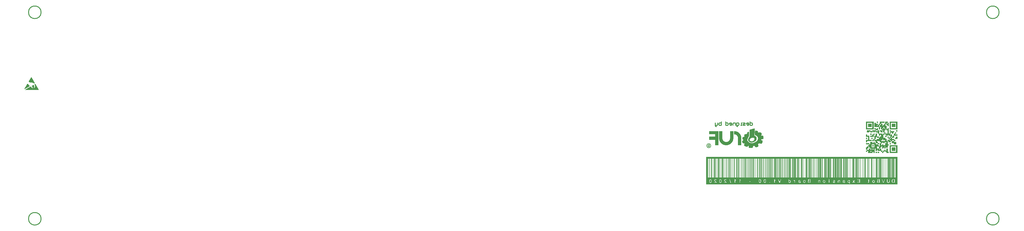
<source format=gbo>
%FSLAX44Y44*%
%MOMM*%
G71*
G01*
G75*
G04 Layer_Color=32896*
%ADD10O,1.9000X0.6000*%
%ADD11R,1.1000X1.0000*%
%ADD12R,1.6200X1.3700*%
%ADD13R,1.0000X1.1000*%
%ADD14R,0.8000X0.9000*%
%ADD15R,0.7000X0.9000*%
%ADD16R,1.3700X1.6200*%
%ADD17R,3.0000X1.2000*%
%ADD18R,1.2000X3.0000*%
%ADD19R,5.0000X4.7500*%
%ADD20R,1.5000X1.7500*%
%ADD21R,5.5000X6.7000*%
%ADD22R,0.9500X2.2000*%
%ADD23R,4.7500X5.0000*%
%ADD24R,1.7500X1.5000*%
%ADD25R,1.1000X3.5000*%
%ADD26R,10.5000X8.6000*%
%ADD27R,0.6000X1.6000*%
%ADD28O,2.6000X0.7000*%
%ADD29R,3.6000X1.5000*%
%ADD30R,3.5000X1.5000*%
%ADD31R,0.9000X0.3000*%
%ADD32O,2.5000X0.7000*%
%ADD33R,1.2700X1.5240*%
%ADD34R,2.4000X2.0000*%
%ADD35R,2.4000X2.0000*%
%ADD36R,1.6000X0.6000*%
%ADD37C,0.3000*%
%ADD38C,0.5000*%
%ADD39C,0.4000*%
%ADD40C,0.2540*%
%ADD41C,0.7000*%
%ADD42C,2.0000*%
%ADD43C,1.9000*%
%ADD44C,1.0000*%
%ADD45C,7.0000*%
%ADD46C,2.2000*%
%ADD47R,1.5000X1.5000*%
%ADD48C,1.5000*%
%ADD49C,2.5000*%
%ADD50R,2.2000X2.2000*%
%ADD51R,3.0000X3.0000*%
%ADD52C,3.0000*%
%ADD53R,2.5000X2.5000*%
%ADD54C,1.5240*%
%ADD55R,1.5000X1.5000*%
%ADD56C,0.6500*%
%ADD57O,2.0000X1.0000*%
%ADD58O,1.6000X0.8000*%
%ADD59C,0.6000*%
%ADD60C,0.8000*%
%ADD61C,1.2000*%
%ADD62C,1.2500*%
%ADD63C,1.5000*%
%ADD64C,1.8000*%
%ADD65C,2.5000*%
%ADD66C,3.0000*%
%ADD67C,1.1000*%
%ADD68C,1.2000*%
%ADD69C,1.3000*%
%ADD70C,1.4000*%
%ADD71C,1.6000*%
%ADD72C,1.7000*%
%ADD73C,2.1000*%
%ADD74C,2.2000*%
%ADD75C,2.3000*%
%ADD76C,2.4000*%
%ADD77C,0.1500*%
%ADD78C,0.2500*%
%ADD79C,0.6000*%
%ADD80C,0.2000*%
%ADD81C,0.0508*%
%ADD82C,0.0254*%
%ADD83C,0.1270*%
%ADD84C,0.1524*%
%ADD85C,0.2032*%
%ADD86R,2.1000X0.5250*%
%ADD87R,0.5250X2.1000*%
%ADD88R,15.8969X2.5400*%
%ADD89R,8.0264X2.5400*%
%ADD90O,2.1032X0.8032*%
%ADD91R,1.3032X1.2032*%
%ADD92R,1.8232X1.5732*%
%ADD93R,1.2032X1.3032*%
%ADD94R,1.0032X1.1032*%
%ADD95R,0.9032X1.1032*%
%ADD96R,1.5732X1.8232*%
%ADD97R,3.2032X1.4032*%
%ADD98R,1.4032X3.2032*%
%ADD99R,5.2032X4.9532*%
%ADD100R,1.7032X1.9532*%
%ADD101R,5.7032X6.9032*%
%ADD102R,1.1532X2.4032*%
%ADD103R,4.9532X5.2032*%
%ADD104R,1.9532X1.7032*%
%ADD105R,1.3032X3.7032*%
%ADD106R,10.7032X8.8032*%
%ADD107R,0.8032X1.8032*%
%ADD108O,2.8032X0.9032*%
%ADD109R,3.8032X1.7032*%
%ADD110R,3.7032X1.7032*%
%ADD111R,1.1032X0.5032*%
%ADD112O,2.7032X0.9032*%
%ADD113R,1.4732X1.7272*%
%ADD114R,2.6032X2.2032*%
%ADD115R,2.6032X2.2032*%
%ADD116R,1.8032X0.8032*%
%ADD117C,7.2032*%
%ADD118C,2.4032*%
%ADD119R,1.7032X1.7032*%
%ADD120C,1.7032*%
%ADD121C,2.7032*%
%ADD122R,2.4032X2.4032*%
%ADD123R,3.2032X3.2032*%
%ADD124C,3.2032*%
%ADD125R,2.7032X2.7032*%
%ADD126C,1.7272*%
%ADD127R,1.7032X1.7032*%
%ADD128C,0.8532*%
%ADD129O,2.2032X1.2032*%
%ADD130O,1.8032X1.0032*%
%ADD131C,0.8032*%
G36*
X2736000Y397000D02*
X2195841D01*
Y475670D01*
X2736000D01*
Y397000D01*
D02*
G37*
%LPC*%
G36*
X2295921Y470590D02*
X2291921D01*
Y417250D01*
X2295921D01*
Y470590D01*
D02*
G37*
G36*
X2299921D02*
X2296921D01*
Y417250D01*
X2299921D01*
Y470590D01*
D02*
G37*
G36*
X2290921D02*
X2288921D01*
Y417250D01*
X2290921D01*
Y470590D01*
D02*
G37*
G36*
X2282921D02*
X2281921D01*
Y417250D01*
X2282921D01*
Y470590D01*
D02*
G37*
G36*
X2285921D02*
X2284921D01*
Y417250D01*
X2285921D01*
Y470590D01*
D02*
G37*
G36*
X2301921D02*
X2300921D01*
Y417250D01*
X2301921D01*
Y470590D01*
D02*
G37*
G36*
X2317921D02*
X2314921D01*
Y417250D01*
X2317921D01*
Y470590D01*
D02*
G37*
G36*
X2320921D02*
X2318921D01*
Y417250D01*
X2320921D01*
Y470590D01*
D02*
G37*
G36*
X2312921D02*
X2310921D01*
Y417250D01*
X2312921D01*
Y470590D01*
D02*
G37*
G36*
X2305921D02*
X2303921D01*
Y417250D01*
X2305921D01*
Y470590D01*
D02*
G37*
G36*
X2309921D02*
X2307921D01*
Y417250D01*
X2309921D01*
Y470590D01*
D02*
G37*
G36*
X2255921D02*
X2252921D01*
Y417250D01*
X2255921D01*
Y470590D01*
D02*
G37*
G36*
X2257921D02*
X2256921D01*
Y417250D01*
X2257921D01*
Y470590D01*
D02*
G37*
G36*
X2251921D02*
X2247921D01*
Y417250D01*
X2251921D01*
Y470590D01*
D02*
G37*
G36*
X2242921D02*
X2241921D01*
Y417250D01*
X2242921D01*
Y470590D01*
D02*
G37*
G36*
X2246921D02*
X2244921D01*
Y417250D01*
X2246921D01*
Y470590D01*
D02*
G37*
G36*
X2261921D02*
X2259921D01*
Y417250D01*
X2261921D01*
Y470590D01*
D02*
G37*
G36*
X2275921D02*
X2274921D01*
Y417250D01*
X2275921D01*
Y470590D01*
D02*
G37*
G36*
X2279921D02*
X2276921D01*
Y417250D01*
X2279921D01*
Y470590D01*
D02*
G37*
G36*
X2273921D02*
X2269921D01*
Y417250D01*
X2273921D01*
Y470590D01*
D02*
G37*
G36*
X2266921D02*
X2263921D01*
Y417250D01*
X2266921D01*
Y470590D01*
D02*
G37*
G36*
X2268921D02*
X2267921D01*
Y417250D01*
X2268921D01*
Y470590D01*
D02*
G37*
G36*
X2375921D02*
X2373921D01*
Y417250D01*
X2375921D01*
Y470590D01*
D02*
G37*
G36*
X2378921D02*
X2377921D01*
Y417250D01*
X2378921D01*
Y470590D01*
D02*
G37*
G36*
X2371921D02*
X2368921D01*
Y417250D01*
X2371921D01*
Y470590D01*
D02*
G37*
G36*
X2365921D02*
X2362921D01*
Y417250D01*
X2365921D01*
Y470590D01*
D02*
G37*
G36*
X2367921D02*
X2366921D01*
Y417250D01*
X2367921D01*
Y470590D01*
D02*
G37*
G36*
X2381921D02*
X2379921D01*
Y417250D01*
X2381921D01*
Y470590D01*
D02*
G37*
G36*
X2396921D02*
X2395921D01*
Y417250D01*
X2396921D01*
Y470590D01*
D02*
G37*
G36*
X2400921D02*
X2397921D01*
Y417250D01*
X2400921D01*
Y470590D01*
D02*
G37*
G36*
X2394921D02*
X2392921D01*
Y417250D01*
X2394921D01*
Y470590D01*
D02*
G37*
G36*
X2386921D02*
X2383921D01*
Y417250D01*
X2386921D01*
Y470590D01*
D02*
G37*
G36*
X2389921D02*
X2388921D01*
Y417250D01*
X2389921D01*
Y470590D01*
D02*
G37*
G36*
X2334921D02*
X2332921D01*
Y417250D01*
X2334921D01*
Y470590D01*
D02*
G37*
G36*
X2339921D02*
X2335921D01*
Y417250D01*
X2339921D01*
Y470590D01*
D02*
G37*
G36*
X2331921D02*
X2329921D01*
Y417250D01*
X2331921D01*
Y470590D01*
D02*
G37*
G36*
X2323921D02*
X2322921D01*
Y417250D01*
X2323921D01*
Y470590D01*
D02*
G37*
G36*
X2327921D02*
X2325921D01*
Y417250D01*
X2327921D01*
Y470590D01*
D02*
G37*
G36*
X2341921D02*
X2340921D01*
Y417250D01*
X2341921D01*
Y470590D01*
D02*
G37*
G36*
X2356921D02*
X2354921D01*
Y417250D01*
X2356921D01*
Y470590D01*
D02*
G37*
G36*
X2361921D02*
X2357921D01*
Y417250D01*
X2361921D01*
Y470590D01*
D02*
G37*
G36*
X2353921D02*
X2351921D01*
Y417250D01*
X2353921D01*
Y470590D01*
D02*
G37*
G36*
X2345921D02*
X2342921D01*
Y417250D01*
X2345921D01*
Y470590D01*
D02*
G37*
G36*
X2349921D02*
X2347921D01*
Y417250D01*
X2349921D01*
Y470590D01*
D02*
G37*
G36*
X2239921D02*
X2236921D01*
Y417250D01*
X2239921D01*
Y470590D01*
D02*
G37*
G36*
X2514306Y409316D02*
X2514202D01*
X2514068Y409301D01*
X2513919Y409287D01*
X2513741Y409257D01*
X2513533Y409212D01*
X2513340Y409153D01*
X2513132Y409079D01*
X2513102Y409064D01*
X2513043Y409034D01*
X2512953Y408989D01*
X2512835Y408915D01*
X2512701Y408826D01*
X2512567Y408722D01*
X2512433Y408603D01*
X2512329Y408469D01*
X2512315Y408455D01*
X2512285Y408410D01*
X2512240Y408321D01*
X2512181Y408217D01*
X2512121Y408098D01*
X2512062Y407949D01*
X2512003Y407771D01*
X2511958Y407593D01*
Y407578D01*
X2511943Y407533D01*
X2511928Y407444D01*
X2511913Y407325D01*
Y407162D01*
X2511898Y406954D01*
X2511884Y406716D01*
Y406419D01*
Y402080D01*
X2513087D01*
Y406374D01*
Y406389D01*
Y406404D01*
Y406493D01*
Y406627D01*
X2513102Y406790D01*
X2513117Y406954D01*
X2513147Y407147D01*
X2513191Y407310D01*
X2513236Y407459D01*
Y407474D01*
X2513266Y407518D01*
X2513295Y407593D01*
X2513340Y407667D01*
X2513414Y407771D01*
X2513503Y407860D01*
X2513607Y407964D01*
X2513726Y408053D01*
X2513741Y408068D01*
X2513786Y408083D01*
X2513860Y408128D01*
X2513964Y408172D01*
X2514083Y408202D01*
X2514231Y408246D01*
X2514380Y408261D01*
X2514558Y408276D01*
X2514692D01*
X2514826Y408246D01*
X2515019Y408217D01*
X2515227Y408157D01*
X2515435Y408068D01*
X2515673Y407949D01*
X2515881Y407786D01*
X2515910Y407756D01*
X2515970Y407682D01*
X2516059Y407563D01*
X2516104Y407474D01*
X2516148Y407370D01*
X2516208Y407251D01*
X2516252Y407117D01*
X2516297Y406969D01*
X2516341Y406805D01*
X2516386Y406612D01*
X2516401Y406404D01*
X2516431Y406181D01*
Y405943D01*
Y402080D01*
X2517634D01*
Y409153D01*
X2516549D01*
Y408143D01*
X2516534Y408157D01*
X2516520Y408187D01*
X2516475Y408246D01*
X2516401Y408321D01*
X2516326Y408410D01*
X2516223Y408514D01*
X2516118Y408618D01*
X2515985Y408737D01*
X2515821Y408841D01*
X2515658Y408945D01*
X2515479Y409049D01*
X2515271Y409138D01*
X2515063Y409212D01*
X2514826Y409272D01*
X2514573Y409301D01*
X2514306Y409316D01*
D02*
G37*
G36*
X2543240Y409153D02*
X2542037D01*
Y402080D01*
X2543240D01*
Y409153D01*
D02*
G37*
G36*
X2490393Y411842D02*
X2486560D01*
X2486456Y411828D01*
X2486352D01*
X2486099Y411813D01*
X2485817Y411768D01*
X2485520Y411724D01*
X2485222Y411649D01*
X2484955Y411545D01*
X2484940D01*
X2484925Y411530D01*
X2484836Y411486D01*
X2484717Y411411D01*
X2484568Y411322D01*
X2484390Y411189D01*
X2484212Y411025D01*
X2484048Y410847D01*
X2483885Y410624D01*
X2483870Y410594D01*
X2483826Y410520D01*
X2483766Y410386D01*
X2483692Y410223D01*
X2483618Y410030D01*
X2483558Y409822D01*
X2483513Y409584D01*
X2483499Y409331D01*
Y409301D01*
Y409227D01*
X2483513Y409108D01*
X2483543Y408945D01*
X2483588Y408767D01*
X2483647Y408573D01*
X2483722Y408350D01*
X2483840Y408143D01*
X2483855Y408113D01*
X2483900Y408053D01*
X2483989Y407949D01*
X2484093Y407830D01*
X2484242Y407682D01*
X2484420Y407548D01*
X2484628Y407399D01*
X2484881Y407266D01*
X2484866D01*
X2484836Y407251D01*
X2484791Y407236D01*
X2484732Y407221D01*
X2484568Y407147D01*
X2484375Y407058D01*
X2484153Y406924D01*
X2483930Y406775D01*
X2483707Y406597D01*
X2483513Y406374D01*
X2483499Y406344D01*
X2483439Y406270D01*
X2483365Y406137D01*
X2483261Y405958D01*
X2483172Y405735D01*
X2483098Y405498D01*
X2483038Y405215D01*
X2483023Y404903D01*
Y404874D01*
Y404784D01*
X2483038Y404651D01*
X2483053Y404487D01*
X2483098Y404294D01*
X2483142Y404071D01*
X2483216Y403848D01*
X2483320Y403625D01*
X2483335Y403596D01*
X2483365Y403521D01*
X2483439Y403417D01*
X2483513Y403284D01*
X2483618Y403135D01*
X2483736Y402986D01*
X2483885Y402838D01*
X2484034Y402704D01*
X2484048Y402689D01*
X2484108Y402659D01*
X2484197Y402600D01*
X2484331Y402526D01*
X2484479Y402452D01*
X2484673Y402377D01*
X2484881Y402303D01*
X2485103Y402229D01*
X2485133D01*
X2485222Y402199D01*
X2485356Y402184D01*
X2485534Y402154D01*
X2485772Y402125D01*
X2486040Y402110D01*
X2486337Y402080D01*
X2490393D01*
Y411842D01*
D02*
G37*
G36*
X2375925Y403447D02*
X2374558D01*
Y402080D01*
X2375925D01*
Y403447D01*
D02*
G37*
G36*
X2443774Y409316D02*
X2443670D01*
X2443551Y409301D01*
X2443388Y409272D01*
X2443210Y409212D01*
X2443001Y409153D01*
X2442779Y409049D01*
X2442541Y408915D01*
X2442972Y407816D01*
X2442987Y407830D01*
X2443046Y407860D01*
X2443135Y407905D01*
X2443239Y407949D01*
X2443373Y407994D01*
X2443522Y408038D01*
X2443685Y408068D01*
X2443848Y408083D01*
X2443908D01*
X2443982Y408068D01*
X2444086Y408053D01*
X2444190Y408024D01*
X2444309Y407979D01*
X2444428Y407920D01*
X2444547Y407845D01*
X2444562Y407830D01*
X2444591Y407801D01*
X2444651Y407741D01*
X2444710Y407667D01*
X2444785Y407578D01*
X2444859Y407459D01*
X2444918Y407325D01*
X2444978Y407177D01*
X2444993Y407147D01*
X2445007Y407073D01*
X2445037Y406939D01*
X2445067Y406761D01*
X2445111Y406553D01*
X2445141Y406315D01*
X2445156Y406062D01*
X2445171Y405780D01*
Y402080D01*
X2446374D01*
Y409153D01*
X2445290D01*
Y408098D01*
X2445275Y408113D01*
X2445215Y408202D01*
X2445141Y408336D01*
X2445052Y408484D01*
X2444933Y408648D01*
X2444799Y408811D01*
X2444680Y408960D01*
X2444547Y409064D01*
X2444532Y409079D01*
X2444487Y409108D01*
X2444413Y409138D01*
X2444309Y409198D01*
X2444205Y409242D01*
X2444071Y409272D01*
X2443923Y409301D01*
X2443774Y409316D01*
D02*
G37*
G36*
X2570095D02*
X2569991D01*
X2569857Y409301D01*
X2569709Y409287D01*
X2569530Y409257D01*
X2569322Y409212D01*
X2569129Y409153D01*
X2568921Y409079D01*
X2568891Y409064D01*
X2568832Y409034D01*
X2568743Y408989D01*
X2568624Y408915D01*
X2568490Y408826D01*
X2568356Y408722D01*
X2568223Y408603D01*
X2568119Y408469D01*
X2568104Y408455D01*
X2568074Y408410D01*
X2568029Y408321D01*
X2567970Y408217D01*
X2567911Y408098D01*
X2567851Y407949D01*
X2567792Y407771D01*
X2567747Y407593D01*
Y407578D01*
X2567733Y407533D01*
X2567718Y407444D01*
X2567703Y407325D01*
Y407162D01*
X2567688Y406954D01*
X2567673Y406716D01*
Y406419D01*
Y402080D01*
X2568877D01*
Y406374D01*
Y406389D01*
Y406404D01*
Y406493D01*
Y406627D01*
X2568891Y406790D01*
X2568906Y406954D01*
X2568936Y407147D01*
X2568980Y407310D01*
X2569025Y407459D01*
Y407474D01*
X2569055Y407518D01*
X2569084Y407593D01*
X2569129Y407667D01*
X2569203Y407771D01*
X2569293Y407860D01*
X2569397Y407964D01*
X2569515Y408053D01*
X2569530Y408068D01*
X2569575Y408083D01*
X2569649Y408128D01*
X2569753Y408172D01*
X2569872Y408202D01*
X2570021Y408246D01*
X2570169Y408261D01*
X2570348Y408276D01*
X2570481D01*
X2570615Y408246D01*
X2570808Y408217D01*
X2571016Y408157D01*
X2571224Y408068D01*
X2571462Y407949D01*
X2571670Y407786D01*
X2571700Y407756D01*
X2571759Y407682D01*
X2571848Y407563D01*
X2571893Y407474D01*
X2571938Y407370D01*
X2571997Y407251D01*
X2572042Y407117D01*
X2572086Y406969D01*
X2572131Y406805D01*
X2572175Y406612D01*
X2572190Y406404D01*
X2572220Y406181D01*
Y405943D01*
Y402080D01*
X2573423D01*
Y409153D01*
X2572339D01*
Y408143D01*
X2572324Y408157D01*
X2572309Y408187D01*
X2572264Y408246D01*
X2572190Y408321D01*
X2572116Y408410D01*
X2572012Y408514D01*
X2571908Y408618D01*
X2571774Y408737D01*
X2571611Y408841D01*
X2571447Y408945D01*
X2571269Y409049D01*
X2571061Y409138D01*
X2570853Y409212D01*
X2570615Y409272D01*
X2570363Y409301D01*
X2570095Y409316D01*
D02*
G37*
G36*
X2713847Y411842D02*
X2712555D01*
Y406196D01*
Y406181D01*
Y406137D01*
Y406077D01*
Y405988D01*
Y405884D01*
X2712540Y405765D01*
X2712525Y405483D01*
X2712495Y405186D01*
X2712466Y404874D01*
X2712406Y404576D01*
X2712376Y404443D01*
X2712332Y404324D01*
X2712317Y404294D01*
X2712287Y404220D01*
X2712228Y404116D01*
X2712139Y403982D01*
X2712035Y403833D01*
X2711886Y403670D01*
X2711723Y403521D01*
X2711515Y403388D01*
X2711485Y403373D01*
X2711411Y403343D01*
X2711292Y403284D01*
X2711128Y403239D01*
X2710920Y403180D01*
X2710682Y403120D01*
X2710415Y403090D01*
X2710118Y403075D01*
X2709984D01*
X2709880Y403090D01*
X2709761D01*
X2709628Y403105D01*
X2709330Y403150D01*
X2708989Y403239D01*
X2708662Y403343D01*
X2708350Y403507D01*
X2708201Y403596D01*
X2708082Y403714D01*
Y403729D01*
X2708052Y403744D01*
X2708023Y403789D01*
X2707993Y403848D01*
X2707934Y403923D01*
X2707889Y404012D01*
X2707830Y404131D01*
X2707770Y404264D01*
X2707726Y404428D01*
X2707666Y404606D01*
X2707607Y404799D01*
X2707562Y405037D01*
X2707532Y405289D01*
X2707503Y405557D01*
X2707473Y405869D01*
Y406196D01*
Y411842D01*
X2706180D01*
Y406196D01*
Y406181D01*
Y406137D01*
Y406062D01*
Y405958D01*
X2706195Y405825D01*
Y405691D01*
X2706210Y405527D01*
X2706225Y405349D01*
X2706270Y404977D01*
X2706329Y404591D01*
X2706403Y404205D01*
X2706522Y403863D01*
Y403848D01*
X2706537Y403819D01*
X2706552Y403774D01*
X2706581Y403714D01*
X2706671Y403566D01*
X2706790Y403358D01*
X2706953Y403135D01*
X2707161Y402897D01*
X2707428Y402674D01*
X2707726Y402452D01*
X2707740D01*
X2707770Y402422D01*
X2707815Y402407D01*
X2707889Y402362D01*
X2707963Y402333D01*
X2708067Y402288D01*
X2708201Y402229D01*
X2708335Y402184D01*
X2708483Y402139D01*
X2708662Y402080D01*
X2708840Y402035D01*
X2709048Y402006D01*
X2709494Y401946D01*
X2709999Y401917D01*
X2710133D01*
X2710222Y401931D01*
X2710341D01*
X2710475Y401946D01*
X2710623Y401961D01*
X2710787Y401976D01*
X2711143Y402035D01*
X2711515Y402110D01*
X2711901Y402229D01*
X2712243Y402377D01*
X2712258D01*
X2712287Y402407D01*
X2712317Y402422D01*
X2712376Y402466D01*
X2712540Y402570D01*
X2712718Y402734D01*
X2712926Y402927D01*
X2713120Y403150D01*
X2713313Y403432D01*
X2713476Y403744D01*
Y403759D01*
X2713491Y403789D01*
X2713506Y403833D01*
X2713535Y403908D01*
X2713565Y403997D01*
X2713595Y404116D01*
X2713625Y404249D01*
X2713654Y404398D01*
X2713699Y404561D01*
X2713729Y404740D01*
X2713759Y404948D01*
X2713788Y405156D01*
X2713818Y405394D01*
X2713833Y405646D01*
X2713847Y405914D01*
Y406196D01*
Y411842D01*
D02*
G37*
G36*
X2653801Y411619D02*
Y409153D01*
X2652597D01*
Y408217D01*
X2653801D01*
Y404071D01*
Y404056D01*
Y403997D01*
Y403908D01*
X2653786Y403804D01*
X2653771Y403581D01*
X2653756Y403492D01*
X2653742Y403417D01*
X2653727Y403388D01*
X2653697Y403328D01*
X2653638Y403254D01*
X2653549Y403180D01*
X2653519Y403165D01*
X2653445Y403150D01*
X2653311Y403120D01*
X2653133Y403105D01*
X2652984D01*
X2652910Y403120D01*
X2652820D01*
X2652597Y403150D01*
X2652434Y402095D01*
X2652464D01*
X2652523Y402080D01*
X2652612Y402065D01*
X2652746Y402050D01*
X2652880Y402021D01*
X2653029Y402006D01*
X2653340Y401991D01*
X2653445D01*
X2653564Y402006D01*
X2653712Y402021D01*
X2653875Y402035D01*
X2654054Y402080D01*
X2654217Y402125D01*
X2654366Y402184D01*
X2654380Y402199D01*
X2654425Y402229D01*
X2654485Y402273D01*
X2654559Y402333D01*
X2654648Y402407D01*
X2654722Y402496D01*
X2654811Y402600D01*
X2654871Y402719D01*
Y402734D01*
X2654886Y402793D01*
X2654915Y402882D01*
X2654930Y403031D01*
X2654960Y403224D01*
X2654975Y403328D01*
X2654990Y403462D01*
Y403610D01*
X2655005Y403774D01*
Y403952D01*
Y404145D01*
Y408217D01*
X2655896D01*
Y409153D01*
X2655005D01*
Y410891D01*
X2653801Y411619D01*
D02*
G37*
G36*
X2727810Y411842D02*
X2724065D01*
X2723813Y411828D01*
X2723545Y411813D01*
X2723248Y411783D01*
X2722966Y411738D01*
X2722728Y411694D01*
X2722713D01*
X2722683Y411679D01*
X2722654D01*
X2722594Y411649D01*
X2722431Y411605D01*
X2722238Y411530D01*
X2722015Y411441D01*
X2721777Y411322D01*
X2721539Y411174D01*
X2721301Y410995D01*
X2721287D01*
X2721272Y410966D01*
X2721168Y410877D01*
X2721034Y410728D01*
X2720870Y410535D01*
X2720677Y410297D01*
X2720484Y410015D01*
X2720306Y409688D01*
X2720143Y409316D01*
Y409301D01*
X2720128Y409272D01*
X2720113Y409212D01*
X2720083Y409138D01*
X2720053Y409049D01*
X2720023Y408930D01*
X2719979Y408796D01*
X2719949Y408648D01*
X2719920Y408484D01*
X2719875Y408306D01*
X2719815Y407920D01*
X2719771Y407489D01*
X2719756Y407013D01*
Y406998D01*
Y406969D01*
Y406909D01*
Y406820D01*
X2719771Y406731D01*
Y406612D01*
X2719786Y406344D01*
X2719815Y406047D01*
X2719875Y405706D01*
X2719934Y405364D01*
X2720023Y405037D01*
Y405022D01*
X2720038Y404992D01*
X2720053Y404948D01*
X2720068Y404888D01*
X2720128Y404740D01*
X2720202Y404532D01*
X2720291Y404309D01*
X2720410Y404071D01*
X2720544Y403833D01*
X2720692Y403610D01*
X2720707Y403581D01*
X2720767Y403521D01*
X2720841Y403417D01*
X2720960Y403284D01*
X2721078Y403150D01*
X2721242Y403001D01*
X2721406Y402853D01*
X2721584Y402719D01*
X2721599Y402704D01*
X2721673Y402674D01*
X2721777Y402615D01*
X2721911Y402541D01*
X2722074Y402466D01*
X2722267Y402392D01*
X2722490Y402318D01*
X2722743Y402243D01*
X2722773D01*
X2722862Y402214D01*
X2722995Y402199D01*
X2723188Y402169D01*
X2723411Y402139D01*
X2723679Y402110D01*
X2723976Y402095D01*
X2724303Y402080D01*
X2727810D01*
Y411842D01*
D02*
G37*
G36*
X2629777D02*
X2622719D01*
Y410698D01*
X2628484D01*
Y407697D01*
X2623091D01*
Y406553D01*
X2628484D01*
Y403224D01*
X2622496D01*
Y402080D01*
X2629777D01*
Y411842D01*
D02*
G37*
G36*
X2685656D02*
X2681822D01*
X2681718Y411828D01*
X2681614D01*
X2681361Y411813D01*
X2681079Y411768D01*
X2680782Y411724D01*
X2680485Y411649D01*
X2680217Y411545D01*
X2680202D01*
X2680188Y411530D01*
X2680098Y411486D01*
X2679980Y411411D01*
X2679831Y411322D01*
X2679653Y411189D01*
X2679474Y411025D01*
X2679311Y410847D01*
X2679147Y410624D01*
X2679133Y410594D01*
X2679088Y410520D01*
X2679029Y410386D01*
X2678954Y410223D01*
X2678880Y410030D01*
X2678820Y409822D01*
X2678776Y409584D01*
X2678761Y409331D01*
Y409301D01*
Y409227D01*
X2678776Y409108D01*
X2678806Y408945D01*
X2678850Y408767D01*
X2678910Y408573D01*
X2678984Y408350D01*
X2679103Y408143D01*
X2679118Y408113D01*
X2679162Y408053D01*
X2679251Y407949D01*
X2679355Y407830D01*
X2679504Y407682D01*
X2679682Y407548D01*
X2679890Y407399D01*
X2680143Y407266D01*
X2680128D01*
X2680098Y407251D01*
X2680054Y407236D01*
X2679995Y407221D01*
X2679831Y407147D01*
X2679638Y407058D01*
X2679415Y406924D01*
X2679192Y406775D01*
X2678969Y406597D01*
X2678776Y406374D01*
X2678761Y406344D01*
X2678702Y406270D01*
X2678627Y406137D01*
X2678523Y405958D01*
X2678434Y405735D01*
X2678360Y405498D01*
X2678300Y405215D01*
X2678286Y404903D01*
Y404874D01*
Y404784D01*
X2678300Y404651D01*
X2678315Y404487D01*
X2678360Y404294D01*
X2678405Y404071D01*
X2678479Y403848D01*
X2678583Y403625D01*
X2678598Y403596D01*
X2678627Y403521D01*
X2678702Y403417D01*
X2678776Y403284D01*
X2678880Y403135D01*
X2678999Y402986D01*
X2679147Y402838D01*
X2679296Y402704D01*
X2679311Y402689D01*
X2679370Y402659D01*
X2679460Y402600D01*
X2679593Y402526D01*
X2679742Y402452D01*
X2679935Y402377D01*
X2680143Y402303D01*
X2680366Y402229D01*
X2680396D01*
X2680485Y402199D01*
X2680619Y402184D01*
X2680797Y402154D01*
X2681035Y402125D01*
X2681302Y402110D01*
X2681599Y402080D01*
X2685656D01*
Y411842D01*
D02*
G37*
G36*
X2262756Y412006D02*
X2261805D01*
X2264628Y401917D01*
X2265579D01*
X2262756Y412006D01*
D02*
G37*
G36*
X2347413Y411887D02*
X2347280D01*
X2347131Y411872D01*
X2346953Y411842D01*
X2346745Y411813D01*
X2346507Y411753D01*
X2346269Y411664D01*
X2346046Y411560D01*
X2346017Y411545D01*
X2345942Y411501D01*
X2345838Y411426D01*
X2345690Y411337D01*
X2345541Y411203D01*
X2345378Y411040D01*
X2345214Y410862D01*
X2345066Y410654D01*
X2345051Y410624D01*
X2345006Y410550D01*
X2344932Y410416D01*
X2344843Y410252D01*
X2344754Y410044D01*
X2344650Y409792D01*
X2344546Y409510D01*
X2344456Y409198D01*
Y409183D01*
X2344442Y409153D01*
Y409108D01*
X2344427Y409034D01*
X2344397Y408960D01*
X2344382Y408856D01*
X2344367Y408722D01*
X2344337Y408588D01*
X2344323Y408425D01*
X2344308Y408261D01*
X2344278Y408068D01*
X2344263Y407860D01*
X2344248Y407637D01*
Y407414D01*
X2344234Y406894D01*
Y406880D01*
Y406820D01*
Y406731D01*
Y406612D01*
X2344248Y406463D01*
Y406300D01*
X2344263Y406107D01*
X2344278Y405899D01*
X2344323Y405453D01*
X2344382Y404992D01*
X2344471Y404532D01*
X2344531Y404324D01*
X2344590Y404116D01*
Y404101D01*
X2344605Y404071D01*
X2344620Y404012D01*
X2344650Y403937D01*
X2344694Y403848D01*
X2344739Y403759D01*
X2344858Y403521D01*
X2345006Y403254D01*
X2345184Y402986D01*
X2345392Y402719D01*
X2345645Y402481D01*
X2345660D01*
X2345675Y402452D01*
X2345719Y402437D01*
X2345764Y402392D01*
X2345927Y402303D01*
X2346121Y402199D01*
X2346388Y402095D01*
X2346685Y402006D01*
X2347027Y401946D01*
X2347413Y401917D01*
X2347547D01*
X2347651Y401931D01*
X2347770Y401946D01*
X2347904Y401976D01*
X2348052Y402006D01*
X2348216Y402035D01*
X2348572Y402154D01*
X2348766Y402243D01*
X2348944Y402333D01*
X2349137Y402452D01*
X2349315Y402585D01*
X2349479Y402734D01*
X2349642Y402912D01*
X2349657Y402927D01*
X2349687Y402971D01*
X2349731Y403046D01*
X2349791Y403150D01*
X2349865Y403284D01*
X2349939Y403447D01*
X2350029Y403640D01*
X2350118Y403878D01*
X2350207Y404131D01*
X2350296Y404428D01*
X2350370Y404755D01*
X2350445Y405111D01*
X2350504Y405512D01*
X2350549Y405928D01*
X2350578Y406404D01*
X2350593Y406894D01*
Y406909D01*
Y406969D01*
Y407058D01*
Y407177D01*
X2350578Y407325D01*
Y407489D01*
X2350563Y407682D01*
X2350549Y407890D01*
X2350504Y408336D01*
X2350445Y408796D01*
X2350370Y409257D01*
X2350311Y409465D01*
X2350251Y409673D01*
Y409688D01*
X2350237Y409717D01*
X2350207Y409777D01*
X2350177Y409851D01*
X2350147Y409940D01*
X2350103Y410044D01*
X2349984Y410282D01*
X2349835Y410550D01*
X2349657Y410817D01*
X2349449Y411070D01*
X2349196Y411307D01*
X2349182D01*
X2349167Y411337D01*
X2349122Y411367D01*
X2349063Y411397D01*
X2348914Y411486D01*
X2348706Y411605D01*
X2348454Y411709D01*
X2348141Y411798D01*
X2347800Y411857D01*
X2347413Y411887D01*
D02*
G37*
G36*
X2235835D02*
X2235701D01*
X2235553Y411872D01*
X2235374Y411842D01*
X2235166Y411813D01*
X2234928Y411753D01*
X2234691Y411664D01*
X2234468Y411560D01*
X2234438Y411545D01*
X2234364Y411501D01*
X2234260Y411426D01*
X2234111Y411337D01*
X2233963Y411203D01*
X2233799Y411040D01*
X2233636Y410862D01*
X2233487Y410654D01*
X2233472Y410624D01*
X2233428Y410550D01*
X2233353Y410416D01*
X2233264Y410252D01*
X2233175Y410044D01*
X2233071Y409792D01*
X2232967Y409510D01*
X2232878Y409198D01*
Y409183D01*
X2232863Y409153D01*
Y409108D01*
X2232848Y409034D01*
X2232818Y408960D01*
X2232804Y408856D01*
X2232789Y408722D01*
X2232759Y408588D01*
X2232744Y408425D01*
X2232729Y408261D01*
X2232699Y408068D01*
X2232685Y407860D01*
X2232670Y407637D01*
Y407414D01*
X2232655Y406894D01*
Y406880D01*
Y406820D01*
Y406731D01*
Y406612D01*
X2232670Y406463D01*
Y406300D01*
X2232685Y406107D01*
X2232699Y405899D01*
X2232744Y405453D01*
X2232804Y404992D01*
X2232893Y404532D01*
X2232952Y404324D01*
X2233012Y404116D01*
Y404101D01*
X2233026Y404071D01*
X2233041Y404012D01*
X2233071Y403937D01*
X2233116Y403848D01*
X2233160Y403759D01*
X2233279Y403521D01*
X2233428Y403254D01*
X2233606Y402986D01*
X2233814Y402719D01*
X2234067Y402481D01*
X2234081D01*
X2234096Y402452D01*
X2234141Y402437D01*
X2234185Y402392D01*
X2234349Y402303D01*
X2234542Y402199D01*
X2234810Y402095D01*
X2235107Y402006D01*
X2235448Y401946D01*
X2235835Y401917D01*
X2235968D01*
X2236073Y401931D01*
X2236191Y401946D01*
X2236325Y401976D01*
X2236474Y402006D01*
X2236637Y402035D01*
X2236994Y402154D01*
X2237187Y402243D01*
X2237365Y402333D01*
X2237558Y402452D01*
X2237737Y402585D01*
X2237900Y402734D01*
X2238064Y402912D01*
X2238078Y402927D01*
X2238108Y402971D01*
X2238153Y403046D01*
X2238212Y403150D01*
X2238286Y403284D01*
X2238361Y403447D01*
X2238450Y403640D01*
X2238539Y403878D01*
X2238628Y404131D01*
X2238717Y404428D01*
X2238792Y404755D01*
X2238866Y405111D01*
X2238925Y405512D01*
X2238970Y405928D01*
X2239000Y406404D01*
X2239015Y406894D01*
Y406909D01*
Y406969D01*
Y407058D01*
Y407177D01*
X2239000Y407325D01*
Y407489D01*
X2238985Y407682D01*
X2238970Y407890D01*
X2238925Y408336D01*
X2238866Y408796D01*
X2238792Y409257D01*
X2238732Y409465D01*
X2238673Y409673D01*
Y409688D01*
X2238658Y409717D01*
X2238628Y409777D01*
X2238599Y409851D01*
X2238569Y409940D01*
X2238524Y410044D01*
X2238405Y410282D01*
X2238257Y410550D01*
X2238078Y410817D01*
X2237870Y411070D01*
X2237618Y411307D01*
X2237603D01*
X2237588Y411337D01*
X2237544Y411367D01*
X2237484Y411397D01*
X2237336Y411486D01*
X2237128Y411605D01*
X2236875Y411709D01*
X2236563Y411798D01*
X2236221Y411857D01*
X2235835Y411887D01*
D02*
G37*
G36*
X2598183Y409316D02*
X2598034D01*
X2597856Y409287D01*
X2597648Y409257D01*
X2597395Y409198D01*
X2597128Y409123D01*
X2596860Y409004D01*
X2596593Y408841D01*
X2596578D01*
X2596563Y408826D01*
X2596474Y408752D01*
X2596355Y408648D01*
X2596192Y408499D01*
X2596028Y408321D01*
X2595850Y408083D01*
X2595686Y407830D01*
X2595538Y407518D01*
Y407504D01*
X2595523Y407474D01*
X2595508Y407429D01*
X2595479Y407370D01*
X2595449Y407295D01*
X2595419Y407192D01*
X2595359Y406969D01*
X2595300Y406686D01*
X2595241Y406374D01*
X2595196Y406032D01*
X2595181Y405661D01*
Y405646D01*
Y405616D01*
Y405557D01*
Y405483D01*
X2595196Y405379D01*
Y405275D01*
X2595226Y405007D01*
X2595285Y404710D01*
X2595345Y404383D01*
X2595449Y404041D01*
X2595582Y403700D01*
Y403685D01*
X2595597Y403655D01*
X2595627Y403610D01*
X2595657Y403551D01*
X2595746Y403402D01*
X2595865Y403209D01*
X2596028Y403001D01*
X2596221Y402778D01*
X2596444Y402570D01*
X2596712Y402377D01*
X2596727D01*
X2596741Y402362D01*
X2596786Y402333D01*
X2596845Y402303D01*
X2596994Y402229D01*
X2597187Y402154D01*
X2597425Y402065D01*
X2597678Y401991D01*
X2597975Y401931D01*
X2598272Y401917D01*
X2598376D01*
X2598480Y401931D01*
X2598629Y401946D01*
X2598792Y401976D01*
X2598970Y402021D01*
X2599164Y402080D01*
X2599342Y402154D01*
X2599357Y402169D01*
X2599416Y402199D01*
X2599505Y402258D01*
X2599609Y402333D01*
X2599743Y402422D01*
X2599862Y402526D01*
X2599995Y402659D01*
X2600114Y402793D01*
Y399376D01*
X2601318D01*
Y409153D01*
X2600219D01*
Y408232D01*
X2600204Y408261D01*
X2600159Y408321D01*
X2600070Y408410D01*
X2599966Y408529D01*
X2599847Y408662D01*
X2599698Y408796D01*
X2599535Y408930D01*
X2599357Y409034D01*
X2599327Y409049D01*
X2599267Y409079D01*
X2599164Y409123D01*
X2599030Y409183D01*
X2598851Y409227D01*
X2598658Y409272D01*
X2598435Y409301D01*
X2598183Y409316D01*
D02*
G37*
G36*
X2207940Y411887D02*
X2207806D01*
X2207658Y411872D01*
X2207480Y411842D01*
X2207272Y411813D01*
X2207034Y411753D01*
X2206796Y411664D01*
X2206573Y411560D01*
X2206543Y411545D01*
X2206469Y411501D01*
X2206365Y411426D01*
X2206216Y411337D01*
X2206068Y411203D01*
X2205905Y411040D01*
X2205741Y410862D01*
X2205592Y410654D01*
X2205578Y410624D01*
X2205533Y410550D01*
X2205459Y410416D01*
X2205370Y410252D01*
X2205280Y410044D01*
X2205176Y409792D01*
X2205072Y409510D01*
X2204983Y409198D01*
Y409183D01*
X2204968Y409153D01*
Y409108D01*
X2204953Y409034D01*
X2204924Y408960D01*
X2204909Y408856D01*
X2204894Y408722D01*
X2204864Y408588D01*
X2204850Y408425D01*
X2204835Y408261D01*
X2204805Y408068D01*
X2204790Y407860D01*
X2204775Y407637D01*
Y407414D01*
X2204760Y406894D01*
Y406880D01*
Y406820D01*
Y406731D01*
Y406612D01*
X2204775Y406463D01*
Y406300D01*
X2204790Y406107D01*
X2204805Y405899D01*
X2204850Y405453D01*
X2204909Y404992D01*
X2204998Y404532D01*
X2205058Y404324D01*
X2205117Y404116D01*
Y404101D01*
X2205132Y404071D01*
X2205147Y404012D01*
X2205176Y403937D01*
X2205221Y403848D01*
X2205266Y403759D01*
X2205384Y403521D01*
X2205533Y403254D01*
X2205711Y402986D01*
X2205919Y402719D01*
X2206172Y402481D01*
X2206187D01*
X2206202Y402452D01*
X2206246Y402437D01*
X2206291Y402392D01*
X2206454Y402303D01*
X2206647Y402199D01*
X2206915Y402095D01*
X2207212Y402006D01*
X2207554Y401946D01*
X2207940Y401917D01*
X2208074D01*
X2208178Y401931D01*
X2208297Y401946D01*
X2208430Y401976D01*
X2208579Y402006D01*
X2208743Y402035D01*
X2209099Y402154D01*
X2209292Y402243D01*
X2209471Y402333D01*
X2209664Y402452D01*
X2209842Y402585D01*
X2210006Y402734D01*
X2210169Y402912D01*
X2210184Y402927D01*
X2210214Y402971D01*
X2210258Y403046D01*
X2210318Y403150D01*
X2210392Y403284D01*
X2210466Y403447D01*
X2210555Y403640D01*
X2210645Y403878D01*
X2210734Y404131D01*
X2210823Y404428D01*
X2210897Y404755D01*
X2210971Y405111D01*
X2211031Y405512D01*
X2211075Y405928D01*
X2211105Y406404D01*
X2211120Y406894D01*
Y406909D01*
Y406969D01*
Y407058D01*
Y407177D01*
X2211105Y407325D01*
Y407489D01*
X2211090Y407682D01*
X2211075Y407890D01*
X2211031Y408336D01*
X2210971Y408796D01*
X2210897Y409257D01*
X2210838Y409465D01*
X2210778Y409673D01*
Y409688D01*
X2210763Y409717D01*
X2210734Y409777D01*
X2210704Y409851D01*
X2210674Y409940D01*
X2210630Y410044D01*
X2210511Y410282D01*
X2210362Y410550D01*
X2210184Y410817D01*
X2209976Y411070D01*
X2209723Y411307D01*
X2209708D01*
X2209693Y411337D01*
X2209649Y411367D01*
X2209590Y411397D01*
X2209441Y411486D01*
X2209233Y411605D01*
X2208980Y411709D01*
X2208668Y411798D01*
X2208327Y411857D01*
X2207940Y411887D01*
D02*
G37*
G36*
X2361361D02*
X2361227D01*
X2361078Y411872D01*
X2360900Y411842D01*
X2360692Y411813D01*
X2360454Y411753D01*
X2360217Y411664D01*
X2359994Y411560D01*
X2359964Y411545D01*
X2359890Y411501D01*
X2359786Y411426D01*
X2359637Y411337D01*
X2359488Y411203D01*
X2359325Y411040D01*
X2359162Y410862D01*
X2359013Y410654D01*
X2358998Y410624D01*
X2358954Y410550D01*
X2358879Y410416D01*
X2358790Y410252D01*
X2358701Y410044D01*
X2358597Y409792D01*
X2358493Y409510D01*
X2358404Y409198D01*
Y409183D01*
X2358389Y409153D01*
Y409108D01*
X2358374Y409034D01*
X2358344Y408960D01*
X2358329Y408856D01*
X2358315Y408722D01*
X2358285Y408588D01*
X2358270Y408425D01*
X2358255Y408261D01*
X2358225Y408068D01*
X2358210Y407860D01*
X2358196Y407637D01*
Y407414D01*
X2358181Y406894D01*
Y406880D01*
Y406820D01*
Y406731D01*
Y406612D01*
X2358196Y406463D01*
Y406300D01*
X2358210Y406107D01*
X2358225Y405899D01*
X2358270Y405453D01*
X2358329Y404992D01*
X2358419Y404532D01*
X2358478Y404324D01*
X2358537Y404116D01*
Y404101D01*
X2358552Y404071D01*
X2358567Y404012D01*
X2358597Y403937D01*
X2358642Y403848D01*
X2358686Y403759D01*
X2358805Y403521D01*
X2358954Y403254D01*
X2359132Y402986D01*
X2359340Y402719D01*
X2359592Y402481D01*
X2359607D01*
X2359622Y402452D01*
X2359667Y402437D01*
X2359711Y402392D01*
X2359875Y402303D01*
X2360068Y402199D01*
X2360335Y402095D01*
X2360633Y402006D01*
X2360974Y401946D01*
X2361361Y401917D01*
X2361494D01*
X2361598Y401931D01*
X2361717Y401946D01*
X2361851Y401976D01*
X2362000Y402006D01*
X2362163Y402035D01*
X2362520Y402154D01*
X2362713Y402243D01*
X2362891Y402333D01*
X2363084Y402452D01*
X2363263Y402585D01*
X2363426Y402734D01*
X2363589Y402912D01*
X2363604Y402927D01*
X2363634Y402971D01*
X2363679Y403046D01*
X2363738Y403150D01*
X2363812Y403284D01*
X2363887Y403447D01*
X2363976Y403640D01*
X2364065Y403878D01*
X2364154Y404131D01*
X2364243Y404428D01*
X2364318Y404755D01*
X2364392Y405111D01*
X2364451Y405512D01*
X2364496Y405928D01*
X2364526Y406404D01*
X2364541Y406894D01*
Y406909D01*
Y406969D01*
Y407058D01*
Y407177D01*
X2364526Y407325D01*
Y407489D01*
X2364511Y407682D01*
X2364496Y407890D01*
X2364451Y408336D01*
X2364392Y408796D01*
X2364318Y409257D01*
X2364258Y409465D01*
X2364199Y409673D01*
Y409688D01*
X2364184Y409717D01*
X2364154Y409777D01*
X2364124Y409851D01*
X2364095Y409940D01*
X2364050Y410044D01*
X2363931Y410282D01*
X2363783Y410550D01*
X2363604Y410817D01*
X2363396Y411070D01*
X2363144Y411307D01*
X2363129D01*
X2363114Y411337D01*
X2363069Y411367D01*
X2363010Y411397D01*
X2362861Y411486D01*
X2362653Y411605D01*
X2362401Y411709D01*
X2362089Y411798D01*
X2361747Y411857D01*
X2361361Y411887D01*
D02*
G37*
G36*
X2556987Y409316D02*
X2556645D01*
X2556482Y409301D01*
X2556289Y409287D01*
X2556051Y409257D01*
X2555813Y409212D01*
X2555561Y409153D01*
X2555323Y409064D01*
X2555308D01*
X2555293Y409049D01*
X2555219Y409019D01*
X2555100Y408960D01*
X2554966Y408900D01*
X2554818Y408796D01*
X2554654Y408692D01*
X2554506Y408559D01*
X2554387Y408410D01*
X2554372Y408395D01*
X2554342Y408336D01*
X2554283Y408246D01*
X2554209Y408128D01*
X2554149Y407979D01*
X2554075Y407786D01*
X2554015Y407578D01*
X2553956Y407340D01*
X2555130Y407177D01*
Y407206D01*
X2555145Y407266D01*
X2555174Y407370D01*
X2555219Y407489D01*
X2555278Y407622D01*
X2555367Y407756D01*
X2555471Y407905D01*
X2555605Y408024D01*
X2555620Y408038D01*
X2555679Y408068D01*
X2555769Y408128D01*
X2555888Y408187D01*
X2556036Y408232D01*
X2556229Y408291D01*
X2556437Y408321D01*
X2556690Y408336D01*
X2556824D01*
X2556972Y408321D01*
X2557151Y408306D01*
X2557344Y408261D01*
X2557537Y408217D01*
X2557730Y408143D01*
X2557879Y408053D01*
X2557894Y408038D01*
X2557938Y408009D01*
X2557983Y407949D01*
X2558042Y407875D01*
X2558116Y407786D01*
X2558161Y407667D01*
X2558206Y407548D01*
X2558220Y407414D01*
Y407399D01*
Y407370D01*
X2558206Y407325D01*
Y407266D01*
X2558161Y407132D01*
X2558087Y406983D01*
X2558072Y406969D01*
X2558057Y406954D01*
X2557968Y406880D01*
X2557908Y406820D01*
X2557834Y406775D01*
X2557730Y406716D01*
X2557626Y406671D01*
X2557611D01*
X2557581Y406657D01*
X2557522Y406642D01*
X2557418Y406612D01*
X2557284Y406567D01*
X2557091Y406508D01*
X2556853Y406449D01*
X2556720Y406404D01*
X2556556Y406359D01*
X2556541D01*
X2556497Y406344D01*
X2556437Y406330D01*
X2556348Y406300D01*
X2556244Y406270D01*
X2556125Y406241D01*
X2555858Y406166D01*
X2555561Y406077D01*
X2555264Y405973D01*
X2554996Y405884D01*
X2554877Y405839D01*
X2554773Y405795D01*
X2554743Y405780D01*
X2554684Y405750D01*
X2554595Y405706D01*
X2554491Y405646D01*
X2554357Y405557D01*
X2554223Y405438D01*
X2554104Y405319D01*
X2553986Y405171D01*
X2553971Y405156D01*
X2553941Y405096D01*
X2553896Y405007D01*
X2553837Y404888D01*
X2553778Y404740D01*
X2553733Y404561D01*
X2553703Y404368D01*
X2553688Y404145D01*
Y404116D01*
Y404041D01*
X2553703Y403923D01*
X2553733Y403789D01*
X2553778Y403610D01*
X2553837Y403417D01*
X2553926Y403224D01*
X2554045Y403016D01*
X2554060Y402986D01*
X2554104Y402927D01*
X2554194Y402838D01*
X2554312Y402719D01*
X2554446Y402585D01*
X2554625Y402452D01*
X2554833Y402318D01*
X2555070Y402199D01*
X2555100Y402184D01*
X2555189Y402154D01*
X2555323Y402110D01*
X2555501Y402065D01*
X2555724Y402006D01*
X2555977Y401961D01*
X2556259Y401931D01*
X2556556Y401917D01*
X2556690D01*
X2556779Y401931D01*
X2556898D01*
X2557032Y401946D01*
X2557344Y401991D01*
X2557686Y402050D01*
X2558027Y402154D01*
X2558369Y402288D01*
X2558518Y402377D01*
X2558666Y402481D01*
X2558681D01*
X2558696Y402511D01*
X2558785Y402585D01*
X2558904Y402719D01*
X2559052Y402912D01*
X2559201Y403150D01*
X2559350Y403447D01*
X2559483Y403789D01*
X2559573Y404190D01*
X2558384Y404383D01*
Y404368D01*
Y404353D01*
X2558369Y404264D01*
X2558324Y404131D01*
X2558280Y403967D01*
X2558206Y403789D01*
X2558116Y403610D01*
X2557983Y403432D01*
X2557834Y403269D01*
X2557819Y403254D01*
X2557745Y403209D01*
X2557641Y403150D01*
X2557507Y403090D01*
X2557314Y403016D01*
X2557106Y402957D01*
X2556839Y402912D01*
X2556556Y402897D01*
X2556422D01*
X2556274Y402912D01*
X2556096Y402942D01*
X2555888Y402971D01*
X2555679Y403031D01*
X2555486Y403120D01*
X2555323Y403224D01*
X2555308Y403239D01*
X2555264Y403284D01*
X2555189Y403358D01*
X2555115Y403447D01*
X2555056Y403566D01*
X2554981Y403714D01*
X2554937Y403863D01*
X2554922Y404026D01*
Y404041D01*
Y404101D01*
X2554937Y404160D01*
X2554966Y404264D01*
X2555011Y404353D01*
X2555070Y404472D01*
X2555159Y404576D01*
X2555278Y404665D01*
X2555293Y404680D01*
X2555338Y404695D01*
X2555412Y404725D01*
X2555531Y404784D01*
X2555694Y404829D01*
X2555902Y404903D01*
X2556036Y404948D01*
X2556170Y404977D01*
X2556333Y405022D01*
X2556512Y405067D01*
X2556526D01*
X2556571Y405081D01*
X2556631Y405096D01*
X2556720Y405126D01*
X2556839Y405156D01*
X2556957Y405186D01*
X2557240Y405275D01*
X2557537Y405364D01*
X2557849Y405453D01*
X2558131Y405557D01*
X2558250Y405602D01*
X2558354Y405646D01*
X2558369Y405661D01*
X2558443Y405691D01*
X2558533Y405750D01*
X2558636Y405825D01*
X2558770Y405914D01*
X2558889Y406032D01*
X2559023Y406166D01*
X2559127Y406315D01*
X2559142Y406330D01*
X2559171Y406389D01*
X2559201Y406478D01*
X2559246Y406597D01*
X2559305Y406731D01*
X2559335Y406894D01*
X2559365Y407073D01*
X2559379Y407266D01*
Y407281D01*
Y407340D01*
X2559365Y407444D01*
X2559350Y407548D01*
X2559335Y407682D01*
X2559290Y407830D01*
X2559246Y407994D01*
X2559171Y408143D01*
X2559157Y408157D01*
X2559127Y408217D01*
X2559082Y408291D01*
X2559008Y408380D01*
X2558934Y408484D01*
X2558830Y408588D01*
X2558711Y408707D01*
X2558577Y408811D01*
X2558562Y408826D01*
X2558518Y408841D01*
X2558458Y408885D01*
X2558369Y408930D01*
X2558265Y408989D01*
X2558131Y409049D01*
X2557983Y409108D01*
X2557819Y409168D01*
X2557789D01*
X2557730Y409198D01*
X2557641Y409212D01*
X2557507Y409242D01*
X2557344Y409272D01*
X2557180Y409287D01*
X2556987Y409316D01*
D02*
G37*
G36*
X2668187D02*
X2668053D01*
X2667949Y409301D01*
X2667815Y409287D01*
X2667682Y409272D01*
X2667518Y409242D01*
X2667340Y409198D01*
X2666968Y409079D01*
X2666775Y409004D01*
X2666567Y408915D01*
X2666374Y408796D01*
X2666181Y408662D01*
X2665988Y408514D01*
X2665809Y408350D01*
X2665794Y408336D01*
X2665765Y408306D01*
X2665720Y408246D01*
X2665661Y408172D01*
X2665587Y408083D01*
X2665512Y407964D01*
X2665423Y407816D01*
X2665334Y407667D01*
X2665260Y407489D01*
X2665170Y407281D01*
X2665096Y407073D01*
X2665022Y406835D01*
X2664962Y406582D01*
X2664918Y406300D01*
X2664888Y406018D01*
X2664873Y405706D01*
Y405691D01*
Y405646D01*
Y405572D01*
Y405483D01*
X2664888Y405364D01*
Y405230D01*
X2664903Y405081D01*
X2664918Y404918D01*
X2664977Y404576D01*
X2665052Y404220D01*
X2665156Y403863D01*
X2665289Y403551D01*
Y403536D01*
X2665304Y403521D01*
X2665363Y403417D01*
X2665468Y403284D01*
X2665601Y403105D01*
X2665765Y402912D01*
X2665973Y402719D01*
X2666211Y402526D01*
X2666493Y402347D01*
X2666508D01*
X2666523Y402333D01*
X2666567Y402303D01*
X2666627Y402288D01*
X2666790Y402214D01*
X2666998Y402139D01*
X2667251Y402050D01*
X2667533Y401991D01*
X2667845Y401931D01*
X2668187Y401917D01*
X2668335D01*
X2668439Y401931D01*
X2668558Y401946D01*
X2668707Y401961D01*
X2668870Y401991D01*
X2669048Y402035D01*
X2669420Y402154D01*
X2669628Y402229D01*
X2669821Y402318D01*
X2670029Y402422D01*
X2670222Y402556D01*
X2670416Y402704D01*
X2670594Y402868D01*
X2670609Y402882D01*
X2670638Y402912D01*
X2670683Y402971D01*
X2670728Y403046D01*
X2670802Y403150D01*
X2670876Y403269D01*
X2670965Y403402D01*
X2671040Y403566D01*
X2671129Y403759D01*
X2671218Y403952D01*
X2671292Y404190D01*
X2671352Y404428D01*
X2671411Y404695D01*
X2671456Y404977D01*
X2671486Y405289D01*
X2671500Y405616D01*
Y405646D01*
Y405706D01*
X2671486Y405810D01*
Y405943D01*
X2671471Y406107D01*
X2671441Y406285D01*
X2671411Y406493D01*
X2671367Y406716D01*
X2671307Y406954D01*
X2671233Y407192D01*
X2671144Y407429D01*
X2671040Y407667D01*
X2670921Y407905D01*
X2670772Y408128D01*
X2670609Y408336D01*
X2670416Y408529D01*
X2670401Y408544D01*
X2670371Y408559D01*
X2670327Y408603D01*
X2670252Y408648D01*
X2670163Y408707D01*
X2670059Y408781D01*
X2669940Y408856D01*
X2669792Y408930D01*
X2669643Y408989D01*
X2669479Y409064D01*
X2669093Y409198D01*
X2668662Y409287D01*
X2668424Y409301D01*
X2668187Y409316D01*
D02*
G37*
G36*
X2528714D02*
X2528580D01*
X2528476Y409301D01*
X2528342Y409287D01*
X2528208Y409272D01*
X2528045Y409242D01*
X2527867Y409198D01*
X2527495Y409079D01*
X2527302Y409004D01*
X2527094Y408915D01*
X2526901Y408796D01*
X2526708Y408662D01*
X2526514Y408514D01*
X2526336Y408350D01*
X2526321Y408336D01*
X2526292Y408306D01*
X2526247Y408246D01*
X2526188Y408172D01*
X2526113Y408083D01*
X2526039Y407964D01*
X2525950Y407816D01*
X2525861Y407667D01*
X2525786Y407489D01*
X2525697Y407281D01*
X2525623Y407073D01*
X2525549Y406835D01*
X2525489Y406582D01*
X2525445Y406300D01*
X2525415Y406018D01*
X2525400Y405706D01*
Y405691D01*
Y405646D01*
Y405572D01*
Y405483D01*
X2525415Y405364D01*
Y405230D01*
X2525430Y405081D01*
X2525445Y404918D01*
X2525504Y404576D01*
X2525578Y404220D01*
X2525682Y403863D01*
X2525816Y403551D01*
Y403536D01*
X2525831Y403521D01*
X2525890Y403417D01*
X2525994Y403284D01*
X2526128Y403105D01*
X2526292Y402912D01*
X2526500Y402719D01*
X2526737Y402526D01*
X2527020Y402347D01*
X2527034D01*
X2527049Y402333D01*
X2527094Y402303D01*
X2527153Y402288D01*
X2527317Y402214D01*
X2527525Y402139D01*
X2527778Y402050D01*
X2528060Y401991D01*
X2528372Y401931D01*
X2528714Y401917D01*
X2528862D01*
X2528966Y401931D01*
X2529085Y401946D01*
X2529234Y401961D01*
X2529397Y401991D01*
X2529575Y402035D01*
X2529947Y402154D01*
X2530155Y402229D01*
X2530348Y402318D01*
X2530556Y402422D01*
X2530749Y402556D01*
X2530943Y402704D01*
X2531121Y402868D01*
X2531136Y402882D01*
X2531165Y402912D01*
X2531210Y402971D01*
X2531254Y403046D01*
X2531329Y403150D01*
X2531403Y403269D01*
X2531492Y403402D01*
X2531566Y403566D01*
X2531656Y403759D01*
X2531745Y403952D01*
X2531819Y404190D01*
X2531879Y404428D01*
X2531938Y404695D01*
X2531983Y404977D01*
X2532012Y405289D01*
X2532027Y405616D01*
Y405646D01*
Y405706D01*
X2532012Y405810D01*
Y405943D01*
X2531998Y406107D01*
X2531968Y406285D01*
X2531938Y406493D01*
X2531893Y406716D01*
X2531834Y406954D01*
X2531760Y407192D01*
X2531671Y407429D01*
X2531566Y407667D01*
X2531448Y407905D01*
X2531299Y408128D01*
X2531136Y408336D01*
X2530943Y408529D01*
X2530928Y408544D01*
X2530898Y408559D01*
X2530853Y408603D01*
X2530779Y408648D01*
X2530690Y408707D01*
X2530586Y408781D01*
X2530467Y408856D01*
X2530318Y408930D01*
X2530170Y408989D01*
X2530006Y409064D01*
X2529620Y409198D01*
X2529189Y409287D01*
X2528951Y409301D01*
X2528714Y409316D01*
D02*
G37*
G36*
X2429463Y411842D02*
X2428259D01*
Y402080D01*
X2429374D01*
Y402957D01*
X2429388Y402942D01*
X2429403Y402912D01*
X2429448Y402868D01*
X2429507Y402793D01*
X2429567Y402719D01*
X2429656Y402630D01*
X2429760Y402541D01*
X2429879Y402437D01*
X2430013Y402347D01*
X2430161Y402243D01*
X2430325Y402154D01*
X2430488Y402080D01*
X2430681Y402006D01*
X2430889Y401961D01*
X2431112Y401931D01*
X2431350Y401917D01*
X2431439D01*
X2431498Y401931D01*
X2431662Y401946D01*
X2431855Y401976D01*
X2432108Y402035D01*
X2432360Y402110D01*
X2432643Y402229D01*
X2432910Y402377D01*
X2432925D01*
X2432940Y402392D01*
X2433029Y402466D01*
X2433148Y402570D01*
X2433311Y402719D01*
X2433475Y402897D01*
X2433668Y403120D01*
X2433831Y403373D01*
X2433995Y403670D01*
Y403685D01*
X2434010Y403714D01*
X2434025Y403759D01*
X2434054Y403819D01*
X2434084Y403893D01*
X2434114Y403997D01*
X2434188Y404235D01*
X2434262Y404517D01*
X2434322Y404844D01*
X2434366Y405200D01*
X2434381Y405602D01*
Y405616D01*
Y405646D01*
Y405706D01*
Y405780D01*
X2434366Y405869D01*
Y405988D01*
X2434337Y406241D01*
X2434292Y406538D01*
X2434232Y406850D01*
X2434158Y407192D01*
X2434039Y407518D01*
Y407533D01*
X2434025Y407563D01*
X2433995Y407607D01*
X2433965Y407667D01*
X2433891Y407816D01*
X2433772Y408009D01*
X2433623Y408232D01*
X2433445Y408455D01*
X2433237Y408662D01*
X2432984Y408856D01*
X2432970D01*
X2432955Y408871D01*
X2432865Y408930D01*
X2432717Y409004D01*
X2432524Y409093D01*
X2432286Y409168D01*
X2432018Y409242D01*
X2431721Y409301D01*
X2431409Y409316D01*
X2431305D01*
X2431186Y409301D01*
X2431023Y409287D01*
X2430860Y409242D01*
X2430666Y409198D01*
X2430473Y409123D01*
X2430280Y409034D01*
X2430250Y409019D01*
X2430191Y408989D01*
X2430102Y408930D01*
X2429983Y408841D01*
X2429864Y408752D01*
X2429715Y408633D01*
X2429582Y408484D01*
X2429463Y408336D01*
Y411842D01*
D02*
G37*
G36*
X2472924Y409316D02*
X2472791D01*
X2472687Y409301D01*
X2472553Y409287D01*
X2472419Y409272D01*
X2472256Y409242D01*
X2472077Y409198D01*
X2471706Y409079D01*
X2471513Y409004D01*
X2471305Y408915D01*
X2471111Y408796D01*
X2470918Y408662D01*
X2470725Y408514D01*
X2470547Y408350D01*
X2470532Y408336D01*
X2470502Y408306D01*
X2470458Y408246D01*
X2470398Y408172D01*
X2470324Y408083D01*
X2470250Y407964D01*
X2470161Y407816D01*
X2470071Y407667D01*
X2469997Y407489D01*
X2469908Y407281D01*
X2469834Y407073D01*
X2469759Y406835D01*
X2469700Y406582D01*
X2469655Y406300D01*
X2469626Y406018D01*
X2469611Y405706D01*
Y405691D01*
Y405646D01*
Y405572D01*
Y405483D01*
X2469626Y405364D01*
Y405230D01*
X2469641Y405081D01*
X2469655Y404918D01*
X2469715Y404576D01*
X2469789Y404220D01*
X2469893Y403863D01*
X2470027Y403551D01*
Y403536D01*
X2470042Y403521D01*
X2470101Y403417D01*
X2470205Y403284D01*
X2470339Y403105D01*
X2470502Y402912D01*
X2470710Y402719D01*
X2470948Y402526D01*
X2471230Y402347D01*
X2471245D01*
X2471260Y402333D01*
X2471305Y402303D01*
X2471364Y402288D01*
X2471528Y402214D01*
X2471736Y402139D01*
X2471988Y402050D01*
X2472271Y401991D01*
X2472583Y401931D01*
X2472924Y401917D01*
X2473073D01*
X2473177Y401931D01*
X2473296Y401946D01*
X2473444Y401961D01*
X2473608Y401991D01*
X2473786Y402035D01*
X2474158Y402154D01*
X2474366Y402229D01*
X2474559Y402318D01*
X2474767Y402422D01*
X2474960Y402556D01*
X2475153Y402704D01*
X2475332Y402868D01*
X2475346Y402882D01*
X2475376Y402912D01*
X2475421Y402971D01*
X2475465Y403046D01*
X2475540Y403150D01*
X2475614Y403269D01*
X2475703Y403402D01*
X2475777Y403566D01*
X2475866Y403759D01*
X2475956Y403952D01*
X2476030Y404190D01*
X2476089Y404428D01*
X2476149Y404695D01*
X2476193Y404977D01*
X2476223Y405289D01*
X2476238Y405616D01*
Y405646D01*
Y405706D01*
X2476223Y405810D01*
Y405943D01*
X2476208Y406107D01*
X2476178Y406285D01*
X2476149Y406493D01*
X2476104Y406716D01*
X2476045Y406954D01*
X2475970Y407192D01*
X2475881Y407429D01*
X2475777Y407667D01*
X2475658Y407905D01*
X2475510Y408128D01*
X2475346Y408336D01*
X2475153Y408529D01*
X2475138Y408544D01*
X2475109Y408559D01*
X2475064Y408603D01*
X2474990Y408648D01*
X2474901Y408707D01*
X2474797Y408781D01*
X2474678Y408856D01*
X2474529Y408930D01*
X2474380Y408989D01*
X2474217Y409064D01*
X2473831Y409198D01*
X2473400Y409287D01*
X2473162Y409301D01*
X2472924Y409316D01*
D02*
G37*
G36*
X2208921Y470590D02*
X2205921D01*
Y417250D01*
X2208921D01*
Y470590D01*
D02*
G37*
G36*
X2213921D02*
X2211921D01*
Y417250D01*
X2213921D01*
Y470590D01*
D02*
G37*
G36*
X2204921D02*
X2203921D01*
Y417250D01*
X2204921D01*
Y470590D01*
D02*
G37*
G36*
X2543240Y411842D02*
X2542037D01*
Y410475D01*
X2543240D01*
Y411842D01*
D02*
G37*
G36*
X2202921Y470590D02*
X2200921D01*
Y417250D01*
X2202921D01*
Y470590D01*
D02*
G37*
G36*
X2217921D02*
X2214921D01*
Y417250D01*
X2217921D01*
Y470590D01*
D02*
G37*
G36*
X2231921D02*
X2230921D01*
Y417250D01*
X2231921D01*
Y470590D01*
D02*
G37*
G36*
X2235921D02*
X2233921D01*
Y417250D01*
X2235921D01*
Y470590D01*
D02*
G37*
G36*
X2228921D02*
X2225921D01*
Y417250D01*
X2228921D01*
Y470590D01*
D02*
G37*
G36*
X2220921D02*
X2219921D01*
Y417250D01*
X2220921D01*
Y470590D01*
D02*
G37*
G36*
X2224921D02*
X2222921D01*
Y417250D01*
X2224921D01*
Y470590D01*
D02*
G37*
G36*
X2615496Y409153D02*
X2614025D01*
X2612910Y407474D01*
X2612895Y407459D01*
X2612851Y407399D01*
X2612806Y407310D01*
X2612732Y407206D01*
X2612568Y406954D01*
X2612420Y406701D01*
X2612405Y406716D01*
X2612375Y406775D01*
X2612316Y406850D01*
X2612242Y406954D01*
X2612152Y407073D01*
X2612063Y407206D01*
X2611885Y407474D01*
X2610696Y409153D01*
X2609240D01*
X2611647Y405735D01*
X2609077Y402080D01*
X2610547D01*
X2612004Y404264D01*
X2612331Y404784D01*
X2614232Y402080D01*
X2615689D01*
X2613118Y405735D01*
X2615496Y409153D01*
D02*
G37*
G36*
X2458858Y409316D02*
X2458710D01*
X2458546Y409301D01*
X2458338Y409287D01*
X2458100Y409257D01*
X2457848Y409227D01*
X2457610Y409168D01*
X2457387Y409093D01*
X2457357Y409079D01*
X2457298Y409064D01*
X2457194Y409004D01*
X2457075Y408945D01*
X2456941Y408871D01*
X2456793Y408781D01*
X2456674Y408677D01*
X2456555Y408559D01*
X2456540Y408544D01*
X2456510Y408499D01*
X2456466Y408440D01*
X2456406Y408336D01*
X2456347Y408217D01*
X2456288Y408083D01*
X2456228Y407920D01*
X2456183Y407741D01*
Y407726D01*
X2456169Y407682D01*
X2456154Y407607D01*
X2456139Y407489D01*
Y407340D01*
X2456124Y407147D01*
X2456109Y406924D01*
Y406642D01*
Y405037D01*
Y405022D01*
Y404963D01*
Y404874D01*
Y404770D01*
Y404636D01*
Y404487D01*
X2456094Y404145D01*
Y403774D01*
X2456080Y403432D01*
X2456065Y403269D01*
Y403135D01*
X2456050Y403016D01*
X2456035Y402912D01*
Y402897D01*
X2456020Y402838D01*
X2456005Y402749D01*
X2455975Y402645D01*
X2455931Y402526D01*
X2455871Y402377D01*
X2455738Y402080D01*
X2456986D01*
X2457001Y402095D01*
X2457016Y402139D01*
X2457045Y402229D01*
X2457090Y402333D01*
X2457135Y402466D01*
X2457164Y402615D01*
X2457194Y402778D01*
X2457224Y402971D01*
X2457253Y402942D01*
X2457343Y402882D01*
X2457461Y402778D01*
X2457640Y402659D01*
X2457833Y402511D01*
X2458056Y402377D01*
X2458279Y402258D01*
X2458516Y402154D01*
X2458546Y402139D01*
X2458620Y402125D01*
X2458739Y402080D01*
X2458903Y402035D01*
X2459111Y401991D01*
X2459334Y401961D01*
X2459571Y401931D01*
X2459839Y401917D01*
X2459943D01*
X2460032Y401931D01*
X2460121D01*
X2460240Y401946D01*
X2460493Y401991D01*
X2460790Y402050D01*
X2461072Y402154D01*
X2461369Y402288D01*
X2461622Y402481D01*
X2461652Y402511D01*
X2461726Y402585D01*
X2461815Y402704D01*
X2461934Y402882D01*
X2462053Y403090D01*
X2462142Y403328D01*
X2462216Y403625D01*
X2462246Y403937D01*
Y403967D01*
Y404026D01*
X2462231Y404131D01*
X2462216Y404249D01*
X2462187Y404398D01*
X2462157Y404561D01*
X2462097Y404725D01*
X2462023Y404888D01*
X2462008Y404903D01*
X2461978Y404963D01*
X2461934Y405037D01*
X2461860Y405141D01*
X2461770Y405245D01*
X2461652Y405364D01*
X2461533Y405468D01*
X2461399Y405572D01*
X2461384Y405587D01*
X2461325Y405616D01*
X2461250Y405661D01*
X2461146Y405720D01*
X2461013Y405795D01*
X2460879Y405854D01*
X2460715Y405914D01*
X2460537Y405973D01*
X2460522D01*
X2460463Y405988D01*
X2460389Y406003D01*
X2460270Y406032D01*
X2460121Y406062D01*
X2459928Y406092D01*
X2459720Y406122D01*
X2459467Y406151D01*
X2459453D01*
X2459408Y406166D01*
X2459334D01*
X2459230Y406181D01*
X2459111Y406196D01*
X2458977Y406211D01*
X2458650Y406270D01*
X2458308Y406330D01*
X2457952Y406389D01*
X2457610Y406478D01*
X2457461Y406523D01*
X2457328Y406567D01*
Y406582D01*
Y406612D01*
X2457313Y406701D01*
Y406805D01*
Y406850D01*
Y406880D01*
Y406894D01*
Y406909D01*
Y406998D01*
X2457328Y407132D01*
X2457357Y407281D01*
X2457402Y407444D01*
X2457461Y407622D01*
X2457536Y407771D01*
X2457655Y407905D01*
X2457669Y407920D01*
X2457744Y407964D01*
X2457848Y408038D01*
X2457996Y408113D01*
X2458190Y408187D01*
X2458427Y408261D01*
X2458710Y408306D01*
X2459022Y408321D01*
X2459155D01*
X2459304Y408306D01*
X2459497Y408291D01*
X2459705Y408246D01*
X2459898Y408202D01*
X2460106Y408128D01*
X2460270Y408024D01*
X2460285Y408009D01*
X2460329Y407964D01*
X2460403Y407890D01*
X2460493Y407786D01*
X2460597Y407637D01*
X2460686Y407459D01*
X2460790Y407236D01*
X2460864Y406983D01*
X2462038Y407147D01*
Y407162D01*
X2462023Y407177D01*
X2462008Y407266D01*
X2461964Y407399D01*
X2461919Y407578D01*
X2461845Y407771D01*
X2461756Y407964D01*
X2461652Y408172D01*
X2461518Y408350D01*
X2461503Y408365D01*
X2461444Y408425D01*
X2461369Y408514D01*
X2461250Y408618D01*
X2461102Y408722D01*
X2460909Y408841D01*
X2460701Y408960D01*
X2460463Y409064D01*
X2460448D01*
X2460433Y409079D01*
X2460389Y409093D01*
X2460344Y409108D01*
X2460195Y409138D01*
X2460002Y409198D01*
X2459765Y409242D01*
X2459497Y409272D01*
X2459185Y409301D01*
X2458858Y409316D01*
D02*
G37*
G36*
X2321309Y406211D02*
X2317639D01*
Y405007D01*
X2321309D01*
Y406211D01*
D02*
G37*
G36*
X2407660Y411842D02*
X2406249D01*
X2403723Y404755D01*
Y404740D01*
X2403708Y404710D01*
X2403693Y404665D01*
X2403663Y404606D01*
X2403619Y404443D01*
X2403544Y404235D01*
X2403455Y403982D01*
X2403366Y403714D01*
X2403203Y403150D01*
Y403165D01*
X2403188Y403180D01*
X2403173Y403224D01*
X2403158Y403284D01*
X2403114Y403447D01*
X2403054Y403655D01*
X2402980Y403893D01*
X2402891Y404160D01*
X2402787Y404457D01*
X2402682Y404755D01*
X2400038Y411842D01*
X2398730D01*
X2402549Y402080D01*
X2403871D01*
X2407660Y411842D01*
D02*
G37*
G36*
X2700554D02*
X2699142D01*
X2696616Y404755D01*
Y404740D01*
X2696602Y404710D01*
X2696587Y404665D01*
X2696557Y404606D01*
X2696512Y404443D01*
X2696438Y404235D01*
X2696349Y403982D01*
X2696260Y403714D01*
X2696096Y403150D01*
Y403165D01*
X2696082Y403180D01*
X2696067Y403224D01*
X2696052Y403284D01*
X2696007Y403447D01*
X2695948Y403655D01*
X2695873Y403893D01*
X2695784Y404160D01*
X2695680Y404457D01*
X2695576Y404755D01*
X2692931Y411842D01*
X2691624D01*
X2695443Y402080D01*
X2696765D01*
X2700554Y411842D01*
D02*
G37*
G36*
X2584384Y409316D02*
X2584236D01*
X2584072Y409301D01*
X2583864Y409287D01*
X2583626Y409257D01*
X2583374Y409227D01*
X2583136Y409168D01*
X2582913Y409093D01*
X2582883Y409079D01*
X2582824Y409064D01*
X2582720Y409004D01*
X2582601Y408945D01*
X2582467Y408871D01*
X2582319Y408781D01*
X2582200Y408677D01*
X2582081Y408559D01*
X2582066Y408544D01*
X2582036Y408499D01*
X2581992Y408440D01*
X2581932Y408336D01*
X2581873Y408217D01*
X2581813Y408083D01*
X2581754Y407920D01*
X2581709Y407741D01*
Y407726D01*
X2581695Y407682D01*
X2581680Y407607D01*
X2581665Y407489D01*
Y407340D01*
X2581650Y407147D01*
X2581635Y406924D01*
Y406642D01*
Y405037D01*
Y405022D01*
Y404963D01*
Y404874D01*
Y404770D01*
Y404636D01*
Y404487D01*
X2581620Y404145D01*
Y403774D01*
X2581606Y403432D01*
X2581591Y403269D01*
Y403135D01*
X2581576Y403016D01*
X2581561Y402912D01*
Y402897D01*
X2581546Y402838D01*
X2581531Y402749D01*
X2581501Y402645D01*
X2581457Y402526D01*
X2581397Y402377D01*
X2581264Y402080D01*
X2582512D01*
X2582527Y402095D01*
X2582542Y402139D01*
X2582571Y402229D01*
X2582616Y402333D01*
X2582661Y402466D01*
X2582690Y402615D01*
X2582720Y402778D01*
X2582750Y402971D01*
X2582779Y402942D01*
X2582868Y402882D01*
X2582987Y402778D01*
X2583166Y402659D01*
X2583359Y402511D01*
X2583582Y402377D01*
X2583805Y402258D01*
X2584042Y402154D01*
X2584072Y402139D01*
X2584146Y402125D01*
X2584265Y402080D01*
X2584429Y402035D01*
X2584637Y401991D01*
X2584860Y401961D01*
X2585097Y401931D01*
X2585365Y401917D01*
X2585469D01*
X2585558Y401931D01*
X2585647D01*
X2585766Y401946D01*
X2586018Y401991D01*
X2586316Y402050D01*
X2586598Y402154D01*
X2586895Y402288D01*
X2587148Y402481D01*
X2587177Y402511D01*
X2587252Y402585D01*
X2587341Y402704D01*
X2587460Y402882D01*
X2587579Y403090D01*
X2587668Y403328D01*
X2587742Y403625D01*
X2587772Y403937D01*
Y403967D01*
Y404026D01*
X2587757Y404131D01*
X2587742Y404249D01*
X2587712Y404398D01*
X2587683Y404561D01*
X2587623Y404725D01*
X2587549Y404888D01*
X2587534Y404903D01*
X2587504Y404963D01*
X2587460Y405037D01*
X2587386Y405141D01*
X2587296Y405245D01*
X2587177Y405364D01*
X2587059Y405468D01*
X2586925Y405572D01*
X2586910Y405587D01*
X2586851Y405616D01*
X2586776Y405661D01*
X2586672Y405720D01*
X2586539Y405795D01*
X2586405Y405854D01*
X2586241Y405914D01*
X2586063Y405973D01*
X2586048D01*
X2585989Y405988D01*
X2585915Y406003D01*
X2585796Y406032D01*
X2585647Y406062D01*
X2585454Y406092D01*
X2585246Y406122D01*
X2584993Y406151D01*
X2584978D01*
X2584934Y406166D01*
X2584860D01*
X2584756Y406181D01*
X2584637Y406196D01*
X2584503Y406211D01*
X2584176Y406270D01*
X2583834Y406330D01*
X2583477Y406389D01*
X2583136Y406478D01*
X2582987Y406523D01*
X2582853Y406567D01*
Y406582D01*
Y406612D01*
X2582839Y406701D01*
Y406805D01*
Y406850D01*
Y406880D01*
Y406894D01*
Y406909D01*
Y406998D01*
X2582853Y407132D01*
X2582883Y407281D01*
X2582928Y407444D01*
X2582987Y407622D01*
X2583062Y407771D01*
X2583181Y407905D01*
X2583195Y407920D01*
X2583270Y407964D01*
X2583374Y408038D01*
X2583522Y408113D01*
X2583716Y408187D01*
X2583953Y408261D01*
X2584236Y408306D01*
X2584547Y408321D01*
X2584681D01*
X2584830Y408306D01*
X2585023Y408291D01*
X2585231Y408246D01*
X2585424Y408202D01*
X2585632Y408128D01*
X2585796Y408024D01*
X2585811Y408009D01*
X2585855Y407964D01*
X2585929Y407890D01*
X2586018Y407786D01*
X2586122Y407637D01*
X2586212Y407459D01*
X2586316Y407236D01*
X2586390Y406983D01*
X2587564Y407147D01*
Y407162D01*
X2587549Y407177D01*
X2587534Y407266D01*
X2587490Y407399D01*
X2587445Y407578D01*
X2587371Y407771D01*
X2587281Y407964D01*
X2587177Y408172D01*
X2587044Y408350D01*
X2587029Y408365D01*
X2586970Y408425D01*
X2586895Y408514D01*
X2586776Y408618D01*
X2586628Y408722D01*
X2586435Y408841D01*
X2586227Y408960D01*
X2585989Y409064D01*
X2585974D01*
X2585959Y409079D01*
X2585915Y409093D01*
X2585870Y409108D01*
X2585721Y409138D01*
X2585528Y409198D01*
X2585291Y409242D01*
X2585023Y409272D01*
X2584711Y409301D01*
X2584384Y409316D01*
D02*
G37*
G36*
X2221843Y411887D02*
X2221709D01*
X2221605Y411872D01*
X2221486Y411857D01*
X2221353Y411842D01*
X2221204Y411828D01*
X2221040Y411783D01*
X2220684Y411694D01*
X2220312Y411560D01*
X2220119Y411471D01*
X2219941Y411367D01*
X2219778Y411233D01*
X2219614Y411099D01*
X2219599Y411085D01*
X2219584Y411070D01*
X2219540Y411025D01*
X2219480Y410966D01*
X2219421Y410877D01*
X2219347Y410787D01*
X2219198Y410564D01*
X2219049Y410282D01*
X2218916Y409955D01*
X2218812Y409584D01*
X2218797Y409376D01*
X2218782Y409168D01*
Y409138D01*
Y409064D01*
X2218797Y408945D01*
X2218812Y408796D01*
X2218841Y408618D01*
X2218886Y408425D01*
X2218945Y408217D01*
X2219035Y408009D01*
X2219049Y407979D01*
X2219079Y407905D01*
X2219139Y407801D01*
X2219228Y407652D01*
X2219332Y407474D01*
X2219465Y407266D01*
X2219644Y407058D01*
X2219837Y406820D01*
X2219867Y406790D01*
X2219941Y406701D01*
X2220075Y406567D01*
X2220164Y406478D01*
X2220268Y406374D01*
X2220387Y406255D01*
X2220535Y406122D01*
X2220684Y405988D01*
X2220847Y405825D01*
X2221026Y405661D01*
X2221234Y405483D01*
X2221442Y405304D01*
X2221680Y405096D01*
X2221694Y405081D01*
X2221724Y405052D01*
X2221783Y405007D01*
X2221858Y404948D01*
X2222036Y404799D01*
X2222259Y404606D01*
X2222482Y404398D01*
X2222720Y404190D01*
X2222913Y404012D01*
X2222987Y403937D01*
X2223061Y403863D01*
X2223076Y403848D01*
X2223106Y403804D01*
X2223165Y403744D01*
X2223240Y403655D01*
X2223403Y403462D01*
X2223566Y403224D01*
X2218767D01*
Y402080D01*
X2225231D01*
Y402095D01*
Y402154D01*
Y402243D01*
X2225216Y402347D01*
X2225201Y402466D01*
X2225186Y402600D01*
X2225142Y402749D01*
X2225097Y402897D01*
Y402912D01*
X2225082Y402927D01*
X2225052Y403016D01*
X2224993Y403135D01*
X2224904Y403313D01*
X2224800Y403507D01*
X2224651Y403729D01*
X2224503Y403952D01*
X2224310Y404190D01*
Y404205D01*
X2224280Y404220D01*
X2224205Y404309D01*
X2224087Y404443D01*
X2223908Y404621D01*
X2223685Y404829D01*
X2223418Y405081D01*
X2223091Y405364D01*
X2222734Y405676D01*
X2222720Y405691D01*
X2222660Y405735D01*
X2222586Y405795D01*
X2222482Y405899D01*
X2222348Y406003D01*
X2222200Y406137D01*
X2221873Y406419D01*
X2221516Y406761D01*
X2221159Y407102D01*
X2220981Y407266D01*
X2220833Y407429D01*
X2220699Y407593D01*
X2220580Y407741D01*
Y407756D01*
X2220550Y407771D01*
X2220520Y407816D01*
X2220491Y407875D01*
X2220402Y408024D01*
X2220298Y408217D01*
X2220194Y408440D01*
X2220104Y408677D01*
X2220045Y408945D01*
X2220015Y409198D01*
Y409212D01*
Y409227D01*
X2220030Y409316D01*
X2220045Y409450D01*
X2220075Y409613D01*
X2220149Y409807D01*
X2220238Y410000D01*
X2220357Y410208D01*
X2220535Y410401D01*
X2220565Y410416D01*
X2220625Y410475D01*
X2220743Y410550D01*
X2220892Y410654D01*
X2221085Y410743D01*
X2221308Y410817D01*
X2221575Y410877D01*
X2221873Y410891D01*
X2221962D01*
X2222021Y410877D01*
X2222170Y410862D01*
X2222363Y410832D01*
X2222586Y410758D01*
X2222824Y410668D01*
X2223047Y410535D01*
X2223255Y410356D01*
X2223269Y410327D01*
X2223329Y410267D01*
X2223418Y410148D01*
X2223507Y409985D01*
X2223611Y409777D01*
X2223685Y409539D01*
X2223745Y409257D01*
X2223775Y408930D01*
X2225008Y409064D01*
Y409079D01*
Y409123D01*
X2224993Y409198D01*
X2224978Y409287D01*
X2224948Y409406D01*
X2224934Y409539D01*
X2224844Y409836D01*
X2224725Y410178D01*
X2224562Y410520D01*
X2224339Y410862D01*
X2224220Y411010D01*
X2224072Y411159D01*
X2224057Y411174D01*
X2224027Y411189D01*
X2223983Y411233D01*
X2223923Y411278D01*
X2223834Y411322D01*
X2223730Y411397D01*
X2223611Y411456D01*
X2223477Y411530D01*
X2223329Y411590D01*
X2223165Y411664D01*
X2222972Y411724D01*
X2222779Y411768D01*
X2222333Y411857D01*
X2222095Y411872D01*
X2221843Y411887D01*
D02*
G37*
G36*
X2249738D02*
X2249604D01*
X2249500Y411872D01*
X2249381Y411857D01*
X2249247Y411842D01*
X2249099Y411828D01*
X2248935Y411783D01*
X2248578Y411694D01*
X2248207Y411560D01*
X2248014Y411471D01*
X2247836Y411367D01*
X2247672Y411233D01*
X2247509Y411099D01*
X2247494Y411085D01*
X2247479Y411070D01*
X2247434Y411025D01*
X2247375Y410966D01*
X2247316Y410877D01*
X2247241Y410787D01*
X2247093Y410564D01*
X2246944Y410282D01*
X2246810Y409955D01*
X2246706Y409584D01*
X2246691Y409376D01*
X2246677Y409168D01*
Y409138D01*
Y409064D01*
X2246691Y408945D01*
X2246706Y408796D01*
X2246736Y408618D01*
X2246781Y408425D01*
X2246840Y408217D01*
X2246929Y408009D01*
X2246944Y407979D01*
X2246974Y407905D01*
X2247033Y407801D01*
X2247122Y407652D01*
X2247226Y407474D01*
X2247360Y407266D01*
X2247538Y407058D01*
X2247732Y406820D01*
X2247761Y406790D01*
X2247836Y406701D01*
X2247969Y406567D01*
X2248058Y406478D01*
X2248163Y406374D01*
X2248281Y406255D01*
X2248430Y406122D01*
X2248578Y405988D01*
X2248742Y405825D01*
X2248920Y405661D01*
X2249128Y405483D01*
X2249336Y405304D01*
X2249574Y405096D01*
X2249589Y405081D01*
X2249619Y405052D01*
X2249678Y405007D01*
X2249752Y404948D01*
X2249931Y404799D01*
X2250154Y404606D01*
X2250376Y404398D01*
X2250614Y404190D01*
X2250807Y404012D01*
X2250882Y403937D01*
X2250956Y403863D01*
X2250971Y403848D01*
X2251001Y403804D01*
X2251060Y403744D01*
X2251134Y403655D01*
X2251298Y403462D01*
X2251461Y403224D01*
X2246662D01*
Y402080D01*
X2253125D01*
Y402095D01*
Y402154D01*
Y402243D01*
X2253111Y402347D01*
X2253096Y402466D01*
X2253081Y402600D01*
X2253036Y402749D01*
X2252992Y402897D01*
Y402912D01*
X2252977Y402927D01*
X2252947Y403016D01*
X2252888Y403135D01*
X2252798Y403313D01*
X2252695Y403507D01*
X2252546Y403729D01*
X2252397Y403952D01*
X2252204Y404190D01*
Y404205D01*
X2252174Y404220D01*
X2252100Y404309D01*
X2251981Y404443D01*
X2251803Y404621D01*
X2251580Y404829D01*
X2251313Y405081D01*
X2250986Y405364D01*
X2250629Y405676D01*
X2250614Y405691D01*
X2250555Y405735D01*
X2250480Y405795D01*
X2250376Y405899D01*
X2250243Y406003D01*
X2250094Y406137D01*
X2249767Y406419D01*
X2249411Y406761D01*
X2249054Y407102D01*
X2248876Y407266D01*
X2248727Y407429D01*
X2248593Y407593D01*
X2248474Y407741D01*
Y407756D01*
X2248445Y407771D01*
X2248415Y407816D01*
X2248385Y407875D01*
X2248296Y408024D01*
X2248192Y408217D01*
X2248088Y408440D01*
X2247999Y408677D01*
X2247940Y408945D01*
X2247910Y409198D01*
Y409212D01*
Y409227D01*
X2247925Y409316D01*
X2247940Y409450D01*
X2247969Y409613D01*
X2248044Y409807D01*
X2248133Y410000D01*
X2248252Y410208D01*
X2248430Y410401D01*
X2248460Y410416D01*
X2248519Y410475D01*
X2248638Y410550D01*
X2248787Y410654D01*
X2248980Y410743D01*
X2249203Y410817D01*
X2249470Y410877D01*
X2249767Y410891D01*
X2249856D01*
X2249916Y410877D01*
X2250064Y410862D01*
X2250258Y410832D01*
X2250480Y410758D01*
X2250718Y410668D01*
X2250941Y410535D01*
X2251149Y410356D01*
X2251164Y410327D01*
X2251223Y410267D01*
X2251313Y410148D01*
X2251402Y409985D01*
X2251506Y409777D01*
X2251580Y409539D01*
X2251640Y409257D01*
X2251669Y408930D01*
X2252903Y409064D01*
Y409079D01*
Y409123D01*
X2252888Y409198D01*
X2252873Y409287D01*
X2252843Y409406D01*
X2252828Y409539D01*
X2252739Y409836D01*
X2252620Y410178D01*
X2252457Y410520D01*
X2252234Y410862D01*
X2252115Y411010D01*
X2251966Y411159D01*
X2251951Y411174D01*
X2251922Y411189D01*
X2251877Y411233D01*
X2251818Y411278D01*
X2251729Y411322D01*
X2251625Y411397D01*
X2251506Y411456D01*
X2251372Y411530D01*
X2251223Y411590D01*
X2251060Y411664D01*
X2250867Y411724D01*
X2250674Y411768D01*
X2250228Y411857D01*
X2249990Y411872D01*
X2249738Y411887D01*
D02*
G37*
G36*
X2388705D02*
X2387918D01*
Y402080D01*
X2389122D01*
Y409717D01*
X2389136Y409703D01*
X2389196Y409643D01*
X2389300Y409569D01*
X2389434Y409465D01*
X2389597Y409331D01*
X2389790Y409198D01*
X2390013Y409034D01*
X2390266Y408885D01*
X2390281D01*
X2390295Y408871D01*
X2390385Y408811D01*
X2390518Y408737D01*
X2390682Y408648D01*
X2390875Y408544D01*
X2391083Y408455D01*
X2391306Y408350D01*
X2391514Y408261D01*
Y409435D01*
X2391499D01*
X2391469Y409450D01*
X2391410Y409480D01*
X2391350Y409524D01*
X2391261Y409569D01*
X2391157Y409613D01*
X2390919Y409747D01*
X2390652Y409911D01*
X2390355Y410104D01*
X2390058Y410327D01*
X2389775Y410564D01*
X2389760Y410579D01*
X2389746Y410594D01*
X2389657Y410683D01*
X2389523Y410817D01*
X2389359Y410980D01*
X2389181Y411189D01*
X2389003Y411411D01*
X2388839Y411649D01*
X2388705Y411887D01*
D02*
G37*
G36*
X2277127D02*
X2276339D01*
Y402080D01*
X2277543D01*
Y409717D01*
X2277558Y409703D01*
X2277617Y409643D01*
X2277721Y409569D01*
X2277855Y409465D01*
X2278018Y409331D01*
X2278212Y409198D01*
X2278435Y409034D01*
X2278687Y408885D01*
X2278702D01*
X2278717Y408871D01*
X2278806Y408811D01*
X2278940Y408737D01*
X2279103Y408648D01*
X2279296Y408544D01*
X2279504Y408455D01*
X2279727Y408350D01*
X2279935Y408261D01*
Y409435D01*
X2279921D01*
X2279891Y409450D01*
X2279831Y409480D01*
X2279772Y409524D01*
X2279683Y409569D01*
X2279579Y409613D01*
X2279341Y409747D01*
X2279073Y409911D01*
X2278776Y410104D01*
X2278479Y410327D01*
X2278197Y410564D01*
X2278182Y410579D01*
X2278167Y410594D01*
X2278078Y410683D01*
X2277944Y410817D01*
X2277781Y410980D01*
X2277603Y411189D01*
X2277424Y411411D01*
X2277261Y411649D01*
X2277127Y411887D01*
D02*
G37*
G36*
X2291074D02*
X2290287D01*
Y402080D01*
X2291490D01*
Y409717D01*
X2291505Y409703D01*
X2291565Y409643D01*
X2291669Y409569D01*
X2291802Y409465D01*
X2291966Y409331D01*
X2292159Y409198D01*
X2292382Y409034D01*
X2292634Y408885D01*
X2292649D01*
X2292664Y408871D01*
X2292753Y408811D01*
X2292887Y408737D01*
X2293051Y408648D01*
X2293244Y408544D01*
X2293452Y408455D01*
X2293675Y408350D01*
X2293883Y408261D01*
Y409435D01*
X2293868D01*
X2293838Y409450D01*
X2293779Y409480D01*
X2293719Y409524D01*
X2293630Y409569D01*
X2293526Y409613D01*
X2293288Y409747D01*
X2293021Y409911D01*
X2292724Y410104D01*
X2292426Y410327D01*
X2292144Y410564D01*
X2292129Y410579D01*
X2292114Y410594D01*
X2292025Y410683D01*
X2291891Y410817D01*
X2291728Y410980D01*
X2291550Y411189D01*
X2291371Y411411D01*
X2291208Y411649D01*
X2291074Y411887D01*
D02*
G37*
G36*
X2620920Y470590D02*
X2619920D01*
Y417250D01*
X2620920D01*
Y470590D01*
D02*
G37*
G36*
X2624920D02*
X2622920D01*
Y417250D01*
X2624920D01*
Y470590D01*
D02*
G37*
G36*
X2616920D02*
X2614920D01*
Y417250D01*
X2616920D01*
Y470590D01*
D02*
G37*
G36*
X2609920D02*
X2608920D01*
Y417250D01*
X2609920D01*
Y470590D01*
D02*
G37*
G36*
X2613920D02*
X2612920D01*
Y417250D01*
X2613920D01*
Y470590D01*
D02*
G37*
G36*
X2628920D02*
X2626920D01*
Y417250D01*
X2628920D01*
Y470590D01*
D02*
G37*
G36*
X2642920D02*
X2639920D01*
Y417250D01*
X2642920D01*
Y470590D01*
D02*
G37*
G36*
X2645920D02*
X2644920D01*
Y417250D01*
X2645920D01*
Y470590D01*
D02*
G37*
G36*
X2638920D02*
X2637920D01*
Y417250D01*
X2638920D01*
Y470590D01*
D02*
G37*
G36*
X2631920D02*
X2629920D01*
Y417250D01*
X2631920D01*
Y470590D01*
D02*
G37*
G36*
X2636920D02*
X2632920D01*
Y417250D01*
X2636920D01*
Y470590D01*
D02*
G37*
G36*
X2582920D02*
X2578920D01*
Y417250D01*
X2582920D01*
Y470590D01*
D02*
G37*
G36*
X2585920D02*
X2584920D01*
Y417250D01*
X2585920D01*
Y470590D01*
D02*
G37*
G36*
X2576920D02*
X2575920D01*
Y417250D01*
X2576920D01*
Y470590D01*
D02*
G37*
G36*
X2571920D02*
X2569920D01*
Y417250D01*
X2571920D01*
Y470590D01*
D02*
G37*
G36*
X2573920D02*
X2572920D01*
Y417250D01*
X2573920D01*
Y470590D01*
D02*
G37*
G36*
X2587920D02*
X2586920D01*
Y417250D01*
X2587920D01*
Y470590D01*
D02*
G37*
G36*
X2602920D02*
X2599920D01*
Y417250D01*
X2602920D01*
Y470590D01*
D02*
G37*
G36*
X2607920D02*
X2603920D01*
Y417250D01*
X2607920D01*
Y470590D01*
D02*
G37*
G36*
X2598920D02*
X2594920D01*
Y417250D01*
X2598920D01*
Y470590D01*
D02*
G37*
G36*
X2589920D02*
X2588920D01*
Y417250D01*
X2589920D01*
Y470590D01*
D02*
G37*
G36*
X2592920D02*
X2591920D01*
Y417250D01*
X2592920D01*
Y470590D01*
D02*
G37*
G36*
X2650920D02*
X2646920D01*
Y417250D01*
X2650920D01*
Y470590D01*
D02*
G37*
G36*
X2705920D02*
X2702920D01*
Y417250D01*
X2705920D01*
Y470590D01*
D02*
G37*
G36*
X2708920D02*
X2706920D01*
Y417250D01*
X2708920D01*
Y470590D01*
D02*
G37*
G36*
X2701920D02*
X2698920D01*
Y417250D01*
X2701920D01*
Y470590D01*
D02*
G37*
G36*
X2693920D02*
X2692920D01*
Y417250D01*
X2693920D01*
Y470590D01*
D02*
G37*
G36*
X2697920D02*
X2694920D01*
Y417250D01*
X2697920D01*
Y470590D01*
D02*
G37*
G36*
X2712920D02*
X2711920D01*
Y417250D01*
X2712920D01*
Y470590D01*
D02*
G37*
G36*
X2727920D02*
X2726920D01*
Y417250D01*
X2727920D01*
Y470590D01*
D02*
G37*
G36*
X2730920D02*
X2728920D01*
Y417250D01*
X2730920D01*
Y470590D01*
D02*
G37*
G36*
X2722920D02*
X2721920D01*
Y417250D01*
X2722920D01*
Y470590D01*
D02*
G37*
G36*
X2717920D02*
X2715920D01*
Y417250D01*
X2717920D01*
Y470590D01*
D02*
G37*
G36*
X2719920D02*
X2718920D01*
Y417250D01*
X2719920D01*
Y470590D01*
D02*
G37*
G36*
X2664920D02*
X2663920D01*
Y417250D01*
X2664920D01*
Y470590D01*
D02*
G37*
G36*
X2668920D02*
X2665920D01*
Y417250D01*
X2668920D01*
Y470590D01*
D02*
G37*
G36*
X2660920D02*
X2656920D01*
Y417250D01*
X2660920D01*
Y470590D01*
D02*
G37*
G36*
X2653920D02*
X2652920D01*
Y417250D01*
X2653920D01*
Y470590D01*
D02*
G37*
G36*
X2655920D02*
X2654920D01*
Y417250D01*
X2655920D01*
Y470590D01*
D02*
G37*
G36*
X2673920D02*
X2669920D01*
Y417250D01*
X2673920D01*
Y470590D01*
D02*
G37*
G36*
X2686920D02*
X2685920D01*
Y417250D01*
X2686920D01*
Y470590D01*
D02*
G37*
G36*
X2691920D02*
X2689920D01*
Y417250D01*
X2691920D01*
Y470590D01*
D02*
G37*
G36*
X2682920D02*
X2681920D01*
Y417250D01*
X2682920D01*
Y470590D01*
D02*
G37*
G36*
X2675920D02*
X2674920D01*
Y417250D01*
X2675920D01*
Y470590D01*
D02*
G37*
G36*
X2680920D02*
X2678920D01*
Y417250D01*
X2680920D01*
Y470590D01*
D02*
G37*
G36*
X2425921D02*
X2423921D01*
Y417250D01*
X2425921D01*
Y470590D01*
D02*
G37*
G36*
X2422921D02*
X2419921D01*
Y417250D01*
X2422921D01*
Y470590D01*
D02*
G37*
G36*
X2428921D02*
X2427921D01*
Y417250D01*
X2428921D01*
Y470590D01*
D02*
G37*
G36*
X2438921D02*
X2434921D01*
Y417250D01*
X2438921D01*
Y470590D01*
D02*
G37*
G36*
X2433921D02*
X2432921D01*
Y417250D01*
X2433921D01*
Y470590D01*
D02*
G37*
G36*
X2482921D02*
X2480921D01*
Y417250D01*
X2482921D01*
Y470590D01*
D02*
G37*
G36*
X2418921D02*
X2417921D01*
Y417250D01*
X2418921D01*
Y470590D01*
D02*
G37*
G36*
X2416921D02*
X2412921D01*
Y417250D01*
X2416921D01*
Y470590D01*
D02*
G37*
G36*
X2492921D02*
X2490921D01*
Y417250D01*
X2492921D01*
Y470590D01*
D02*
G37*
G36*
X2484921D02*
X2483920D01*
Y417250D01*
X2484921D01*
Y470590D01*
D02*
G37*
G36*
X2488920D02*
X2487921D01*
Y417250D01*
X2488920D01*
Y470590D01*
D02*
G37*
G36*
X2475921D02*
X2471920D01*
Y417250D01*
X2475921D01*
Y470590D01*
D02*
G37*
G36*
X2477921D02*
X2476920D01*
Y417250D01*
X2477921D01*
Y470590D01*
D02*
G37*
G36*
X2470921D02*
X2467921D01*
Y417250D01*
X2470921D01*
Y470590D01*
D02*
G37*
G36*
X2462921D02*
X2458920D01*
Y417250D01*
X2462921D01*
Y470590D01*
D02*
G37*
G36*
X2466920D02*
X2465921D01*
Y417250D01*
X2466920D01*
Y470590D01*
D02*
G37*
G36*
X2457921D02*
X2456920D01*
Y417250D01*
X2457921D01*
Y470590D01*
D02*
G37*
G36*
X2444921D02*
X2443921D01*
Y417250D01*
X2444921D01*
Y470590D01*
D02*
G37*
G36*
X2441921D02*
X2440921D01*
Y417250D01*
X2441921D01*
Y470590D01*
D02*
G37*
G36*
X2450921D02*
X2448921D01*
Y417250D01*
X2450921D01*
Y470590D01*
D02*
G37*
G36*
X2455921D02*
X2454921D01*
Y417250D01*
X2455921D01*
Y470590D01*
D02*
G37*
G36*
X2452921D02*
X2451920D01*
Y417250D01*
X2452921D01*
Y470590D01*
D02*
G37*
G36*
X2411921D02*
X2409921D01*
Y417250D01*
X2411921D01*
Y470590D01*
D02*
G37*
G36*
X2538920D02*
X2536920D01*
Y417250D01*
X2538920D01*
Y470590D01*
D02*
G37*
G36*
X2543920D02*
X2542920D01*
Y417250D01*
X2543920D01*
Y470590D01*
D02*
G37*
G36*
X2535920D02*
X2534920D01*
Y417250D01*
X2535920D01*
Y470590D01*
D02*
G37*
G36*
X2528920D02*
X2524920D01*
Y417250D01*
X2528920D01*
Y470590D01*
D02*
G37*
G36*
X2532920D02*
X2531920D01*
Y417250D01*
X2532920D01*
Y470590D01*
D02*
G37*
G36*
X2546920D02*
X2545920D01*
Y417250D01*
X2546920D01*
Y470590D01*
D02*
G37*
G36*
X2559920D02*
X2558920D01*
Y417250D01*
X2559920D01*
Y470590D01*
D02*
G37*
G36*
X2565920D02*
X2563920D01*
Y417250D01*
X2565920D01*
Y470590D01*
D02*
G37*
G36*
X2557920D02*
X2556920D01*
Y417250D01*
X2557920D01*
Y470590D01*
D02*
G37*
G36*
X2552920D02*
X2548920D01*
Y417250D01*
X2552920D01*
Y470590D01*
D02*
G37*
G36*
X2554920D02*
X2553920D01*
Y417250D01*
X2554920D01*
Y470590D01*
D02*
G37*
G36*
X2506920D02*
X2505920D01*
Y417250D01*
X2506920D01*
Y470590D01*
D02*
G37*
G36*
X2408921D02*
X2406921D01*
Y417250D01*
X2408921D01*
Y470590D01*
D02*
G37*
G36*
X2504920D02*
X2500920D01*
Y417250D01*
X2504920D01*
Y470590D01*
D02*
G37*
G36*
X2496920D02*
X2494921D01*
Y417250D01*
X2496920D01*
Y470590D01*
D02*
G37*
G36*
X2499921D02*
X2497921D01*
Y417250D01*
X2499921D01*
Y470590D01*
D02*
G37*
G36*
X2404921D02*
X2402921D01*
Y417250D01*
X2404921D01*
Y470590D01*
D02*
G37*
G36*
X2521920D02*
X2519920D01*
Y417250D01*
X2521920D01*
Y470590D01*
D02*
G37*
G36*
X2523920D02*
X2522920D01*
Y417250D01*
X2523920D01*
Y470590D01*
D02*
G37*
G36*
X2515920D02*
X2514920D01*
Y417250D01*
X2515920D01*
Y470590D01*
D02*
G37*
G36*
X2510920D02*
X2507920D01*
Y417250D01*
X2510920D01*
Y470590D01*
D02*
G37*
G36*
X2513920D02*
X2512920D01*
Y417250D01*
X2513920D01*
Y470590D01*
D02*
G37*
%LPD*%
G36*
X2668335Y408306D02*
X2668499Y408291D01*
X2668707Y408232D01*
X2668945Y408157D01*
X2669197Y408038D01*
X2669450Y407860D01*
X2669569Y407756D01*
X2669688Y407637D01*
X2669717Y407607D01*
X2669747Y407563D01*
X2669777Y407518D01*
X2669821Y407444D01*
X2669866Y407355D01*
X2669925Y407251D01*
X2669970Y407132D01*
X2670029Y406998D01*
X2670089Y406850D01*
X2670133Y406686D01*
X2670178Y406493D01*
X2670208Y406300D01*
X2670237Y406077D01*
X2670267Y405854D01*
Y405602D01*
Y405587D01*
Y405542D01*
Y405468D01*
X2670252Y405379D01*
Y405275D01*
X2670237Y405141D01*
X2670193Y404844D01*
X2670118Y404517D01*
X2670029Y404175D01*
X2669881Y403848D01*
X2669792Y403700D01*
X2669688Y403566D01*
X2669658Y403536D01*
X2669583Y403462D01*
X2669450Y403358D01*
X2669272Y403239D01*
X2669063Y403105D01*
X2668796Y403001D01*
X2668514Y402927D01*
X2668350Y402912D01*
X2668187Y402897D01*
X2668098D01*
X2668038Y402912D01*
X2667875Y402927D01*
X2667667Y402986D01*
X2667429Y403061D01*
X2667177Y403180D01*
X2666938Y403343D01*
X2666820Y403447D01*
X2666701Y403566D01*
Y403581D01*
X2666671Y403596D01*
X2666642Y403640D01*
X2666612Y403700D01*
X2666567Y403774D01*
X2666508Y403863D01*
X2666463Y403967D01*
X2666404Y404086D01*
X2666344Y404220D01*
X2666300Y404368D01*
X2666240Y404547D01*
X2666196Y404740D01*
X2666166Y404933D01*
X2666136Y405156D01*
X2666107Y405394D01*
Y405646D01*
Y405661D01*
Y405706D01*
Y405765D01*
X2666122Y405869D01*
Y405973D01*
X2666136Y406092D01*
X2666181Y406389D01*
X2666255Y406701D01*
X2666359Y407043D01*
X2666508Y407355D01*
X2666716Y407637D01*
Y407652D01*
X2666746Y407667D01*
X2666820Y407741D01*
X2666953Y407860D01*
X2667117Y407979D01*
X2667340Y408098D01*
X2667592Y408217D01*
X2667875Y408291D01*
X2668023Y408321D01*
X2668276D01*
X2668335Y408306D01*
D02*
G37*
G36*
X2489100Y403224D02*
X2486337D01*
X2486040Y403239D01*
X2485906Y403254D01*
X2485802Y403269D01*
X2485787D01*
X2485728Y403284D01*
X2485638Y403298D01*
X2485534Y403328D01*
X2485297Y403402D01*
X2485059Y403521D01*
X2485044Y403536D01*
X2484999Y403551D01*
X2484955Y403596D01*
X2484881Y403670D01*
X2484791Y403744D01*
X2484717Y403833D01*
X2484628Y403952D01*
X2484554Y404071D01*
X2484539Y404086D01*
X2484524Y404131D01*
X2484494Y404205D01*
X2484450Y404309D01*
X2484420Y404428D01*
X2484390Y404576D01*
X2484375Y404725D01*
X2484361Y404903D01*
Y404933D01*
Y404992D01*
X2484375Y405096D01*
X2484390Y405215D01*
X2484435Y405364D01*
X2484479Y405527D01*
X2484554Y405691D01*
X2484658Y405839D01*
X2484673Y405854D01*
X2484702Y405914D01*
X2484776Y405973D01*
X2484866Y406062D01*
X2484970Y406166D01*
X2485103Y406255D01*
X2485252Y406344D01*
X2485430Y406419D01*
X2485460Y406434D01*
X2485520Y406449D01*
X2485638Y406478D01*
X2485787Y406508D01*
X2485995Y406538D01*
X2486233Y406553D01*
X2486530Y406582D01*
X2489100D01*
Y403224D01*
D02*
G37*
G36*
X2528862Y408306D02*
X2529026Y408291D01*
X2529234Y408232D01*
X2529471Y408157D01*
X2529724Y408038D01*
X2529977Y407860D01*
X2530096Y407756D01*
X2530214Y407637D01*
X2530244Y407607D01*
X2530274Y407563D01*
X2530303Y407518D01*
X2530348Y407444D01*
X2530393Y407355D01*
X2530452Y407251D01*
X2530497Y407132D01*
X2530556Y406998D01*
X2530616Y406850D01*
X2530660Y406686D01*
X2530705Y406493D01*
X2530734Y406300D01*
X2530764Y406077D01*
X2530794Y405854D01*
Y405602D01*
Y405587D01*
Y405542D01*
Y405468D01*
X2530779Y405379D01*
Y405275D01*
X2530764Y405141D01*
X2530720Y404844D01*
X2530645Y404517D01*
X2530556Y404175D01*
X2530408Y403848D01*
X2530318Y403700D01*
X2530214Y403566D01*
X2530185Y403536D01*
X2530110Y403462D01*
X2529977Y403358D01*
X2529798Y403239D01*
X2529590Y403105D01*
X2529323Y403001D01*
X2529041Y402927D01*
X2528877Y402912D01*
X2528714Y402897D01*
X2528625D01*
X2528565Y402912D01*
X2528402Y402927D01*
X2528194Y402986D01*
X2527956Y403061D01*
X2527703Y403180D01*
X2527466Y403343D01*
X2527347Y403447D01*
X2527228Y403566D01*
Y403581D01*
X2527198Y403596D01*
X2527168Y403640D01*
X2527139Y403700D01*
X2527094Y403774D01*
X2527034Y403863D01*
X2526990Y403967D01*
X2526931Y404086D01*
X2526871Y404220D01*
X2526826Y404368D01*
X2526767Y404547D01*
X2526723Y404740D01*
X2526693Y404933D01*
X2526663Y405156D01*
X2526633Y405394D01*
Y405646D01*
Y405661D01*
Y405706D01*
Y405765D01*
X2526648Y405869D01*
Y405973D01*
X2526663Y406092D01*
X2526708Y406389D01*
X2526782Y406701D01*
X2526886Y407043D01*
X2527034Y407355D01*
X2527243Y407637D01*
Y407652D01*
X2527272Y407667D01*
X2527347Y407741D01*
X2527480Y407860D01*
X2527644Y407979D01*
X2527867Y408098D01*
X2528119Y408217D01*
X2528402Y408291D01*
X2528550Y408321D01*
X2528803D01*
X2528862Y408306D01*
D02*
G37*
G36*
X2598420Y408365D02*
X2598554Y408336D01*
X2598747Y408291D01*
X2598955Y408202D01*
X2599178Y408068D01*
X2599297Y407994D01*
X2599416Y407890D01*
X2599535Y407786D01*
X2599639Y407652D01*
Y407637D01*
X2599669Y407622D01*
X2599698Y407578D01*
X2599728Y407518D01*
X2599773Y407444D01*
X2599817Y407355D01*
X2599877Y407251D01*
X2599921Y407132D01*
X2599981Y406983D01*
X2600040Y406835D01*
X2600085Y406657D01*
X2600129Y406478D01*
X2600159Y406270D01*
X2600189Y406047D01*
X2600219Y405825D01*
Y405572D01*
Y405557D01*
Y405512D01*
Y405438D01*
X2600204Y405349D01*
Y405230D01*
X2600189Y405111D01*
X2600144Y404814D01*
X2600085Y404472D01*
X2599995Y404145D01*
X2599862Y403833D01*
X2599773Y403685D01*
X2599684Y403551D01*
X2599654Y403521D01*
X2599579Y403447D01*
X2599460Y403343D01*
X2599312Y403224D01*
X2599119Y403105D01*
X2598881Y403001D01*
X2598629Y402927D01*
X2598495Y402912D01*
X2598346Y402897D01*
X2598272D01*
X2598213Y402912D01*
X2598064Y402927D01*
X2597886Y402986D01*
X2597663Y403061D01*
X2597440Y403180D01*
X2597217Y403343D01*
X2597098Y403447D01*
X2596994Y403566D01*
Y403581D01*
X2596964Y403596D01*
X2596935Y403640D01*
X2596905Y403700D01*
X2596860Y403774D01*
X2596816Y403863D01*
X2596756Y403967D01*
X2596697Y404086D01*
X2596652Y404220D01*
X2596593Y404383D01*
X2596548Y404547D01*
X2596504Y404740D01*
X2596474Y404948D01*
X2596444Y405171D01*
X2596414Y405408D01*
Y405661D01*
Y405676D01*
Y405720D01*
Y405795D01*
X2596429Y405884D01*
Y406003D01*
X2596444Y406137D01*
X2596489Y406434D01*
X2596548Y406761D01*
X2596652Y407102D01*
X2596786Y407414D01*
X2596875Y407563D01*
X2596979Y407697D01*
Y407712D01*
X2597009Y407726D01*
X2597083Y407801D01*
X2597187Y407920D01*
X2597350Y408038D01*
X2597544Y408157D01*
X2597767Y408276D01*
X2598019Y408350D01*
X2598153Y408380D01*
X2598361D01*
X2598420Y408365D01*
D02*
G37*
G36*
X2489100Y407726D02*
X2486708D01*
X2486530Y407741D01*
X2486322Y407756D01*
X2486114Y407771D01*
X2485936Y407801D01*
X2485772Y407830D01*
X2485757Y407845D01*
X2485698Y407860D01*
X2485609Y407890D01*
X2485490Y407949D01*
X2485371Y408009D01*
X2485252Y408098D01*
X2485133Y408202D01*
X2485029Y408321D01*
X2485014Y408336D01*
X2484985Y408380D01*
X2484955Y408455D01*
X2484895Y408559D01*
X2484851Y408677D01*
X2484821Y408826D01*
X2484791Y408989D01*
X2484776Y409183D01*
Y409198D01*
Y409272D01*
X2484791Y409361D01*
X2484806Y409480D01*
X2484836Y409613D01*
X2484881Y409747D01*
X2484940Y409896D01*
X2485014Y410044D01*
X2485029Y410059D01*
X2485059Y410104D01*
X2485118Y410163D01*
X2485193Y410252D01*
X2485282Y410327D01*
X2485401Y410416D01*
X2485534Y410490D01*
X2485683Y410550D01*
X2485698D01*
X2485772Y410579D01*
X2485876Y410594D01*
X2486025Y410624D01*
X2486233Y410654D01*
X2486485Y410668D01*
X2486797Y410698D01*
X2489100D01*
Y407726D01*
D02*
G37*
G36*
X2684363D02*
X2681971D01*
X2681792Y407741D01*
X2681584Y407756D01*
X2681376Y407771D01*
X2681198Y407801D01*
X2681035Y407830D01*
X2681020Y407845D01*
X2680960Y407860D01*
X2680871Y407890D01*
X2680752Y407949D01*
X2680633Y408009D01*
X2680515Y408098D01*
X2680396Y408202D01*
X2680292Y408321D01*
X2680277Y408336D01*
X2680247Y408380D01*
X2680217Y408455D01*
X2680158Y408559D01*
X2680113Y408677D01*
X2680084Y408826D01*
X2680054Y408989D01*
X2680039Y409183D01*
Y409198D01*
Y409272D01*
X2680054Y409361D01*
X2680069Y409480D01*
X2680098Y409613D01*
X2680143Y409747D01*
X2680202Y409896D01*
X2680277Y410044D01*
X2680292Y410059D01*
X2680321Y410104D01*
X2680381Y410163D01*
X2680455Y410252D01*
X2680544Y410327D01*
X2680663Y410416D01*
X2680797Y410490D01*
X2680945Y410550D01*
X2680960D01*
X2681035Y410579D01*
X2681139Y410594D01*
X2681287Y410624D01*
X2681495Y410654D01*
X2681748Y410668D01*
X2682060Y410698D01*
X2684363D01*
Y407726D01*
D02*
G37*
G36*
Y403224D02*
X2681599D01*
X2681302Y403239D01*
X2681168Y403254D01*
X2681064Y403269D01*
X2681049D01*
X2680990Y403284D01*
X2680901Y403298D01*
X2680797Y403328D01*
X2680559Y403402D01*
X2680321Y403521D01*
X2680306Y403536D01*
X2680262Y403551D01*
X2680217Y403596D01*
X2680143Y403670D01*
X2680054Y403744D01*
X2679980Y403833D01*
X2679890Y403952D01*
X2679816Y404071D01*
X2679801Y404086D01*
X2679786Y404131D01*
X2679757Y404205D01*
X2679712Y404309D01*
X2679682Y404428D01*
X2679653Y404576D01*
X2679638Y404725D01*
X2679623Y404903D01*
Y404933D01*
Y404992D01*
X2679638Y405096D01*
X2679653Y405215D01*
X2679697Y405364D01*
X2679742Y405527D01*
X2679816Y405691D01*
X2679920Y405839D01*
X2679935Y405854D01*
X2679965Y405914D01*
X2680039Y405973D01*
X2680128Y406062D01*
X2680232Y406166D01*
X2680366Y406255D01*
X2680515Y406344D01*
X2680693Y406419D01*
X2680722Y406434D01*
X2680782Y406449D01*
X2680901Y406478D01*
X2681049Y406508D01*
X2681257Y406538D01*
X2681495Y406553D01*
X2681792Y406582D01*
X2684363D01*
Y403224D01*
D02*
G37*
G36*
X2726517D02*
X2724288D01*
X2724125Y403239D01*
X2723902Y403254D01*
X2723664Y403269D01*
X2723411Y403298D01*
X2723174Y403343D01*
X2722951Y403402D01*
X2722921Y403417D01*
X2722862Y403432D01*
X2722758Y403477D01*
X2722639Y403536D01*
X2722490Y403610D01*
X2722342Y403685D01*
X2722208Y403789D01*
X2722074Y403908D01*
X2722059Y403923D01*
X2722000Y403997D01*
X2721911Y404101D01*
X2721807Y404235D01*
X2721703Y404413D01*
X2721584Y404621D01*
X2721465Y404874D01*
X2721361Y405141D01*
Y405156D01*
X2721346Y405171D01*
X2721331Y405215D01*
X2721316Y405275D01*
X2721301Y405349D01*
X2721272Y405438D01*
X2721227Y405661D01*
X2721183Y405943D01*
X2721138Y406270D01*
X2721108Y406627D01*
X2721093Y407028D01*
Y407043D01*
Y407102D01*
Y407177D01*
Y407281D01*
X2721108Y407414D01*
X2721123Y407563D01*
X2721138Y407726D01*
X2721153Y407890D01*
X2721212Y408276D01*
X2721301Y408662D01*
X2721435Y409034D01*
X2721509Y409212D01*
X2721599Y409376D01*
Y409391D01*
X2721628Y409406D01*
X2721643Y409450D01*
X2721688Y409510D01*
X2721792Y409658D01*
X2721940Y409822D01*
X2722119Y410015D01*
X2722327Y410193D01*
X2722564Y410356D01*
X2722817Y410490D01*
X2722847Y410505D01*
X2722921Y410520D01*
X2723040Y410550D01*
X2723218Y410594D01*
X2723456Y410639D01*
X2723738Y410668D01*
X2724080Y410683D01*
X2724481Y410698D01*
X2726517D01*
Y403224D01*
D02*
G37*
G36*
X2208089Y410877D02*
X2208237Y410862D01*
X2208430Y410802D01*
X2208638Y410713D01*
X2208861Y410594D01*
X2209084Y410416D01*
X2209188Y410297D01*
X2209277Y410178D01*
Y410163D01*
X2209307Y410134D01*
X2209337Y410074D01*
X2209367Y410000D01*
X2209411Y409896D01*
X2209471Y409777D01*
X2209530Y409613D01*
X2209575Y409435D01*
X2209634Y409227D01*
X2209693Y408989D01*
X2209738Y408722D01*
X2209798Y408410D01*
X2209827Y408083D01*
X2209857Y407726D01*
X2209887Y407325D01*
Y406894D01*
Y406865D01*
Y406790D01*
Y406671D01*
X2209872Y406508D01*
Y406315D01*
X2209857Y406092D01*
X2209842Y405839D01*
X2209812Y405587D01*
X2209753Y405052D01*
X2209649Y404517D01*
X2209590Y404279D01*
X2209515Y404056D01*
X2209426Y403848D01*
X2209337Y403685D01*
Y403670D01*
X2209307Y403655D01*
X2209233Y403566D01*
X2209114Y403432D01*
X2208951Y403298D01*
X2208743Y403150D01*
X2208505Y403016D01*
X2208237Y402927D01*
X2208089Y402912D01*
X2207940Y402897D01*
X2207866D01*
X2207806Y402912D01*
X2207658Y402942D01*
X2207465Y403001D01*
X2207242Y403090D01*
X2207019Y403224D01*
X2206900Y403313D01*
X2206781Y403432D01*
X2206662Y403551D01*
X2206558Y403685D01*
Y403700D01*
X2206529Y403729D01*
X2206499Y403774D01*
X2206469Y403848D01*
X2206425Y403937D01*
X2206380Y404071D01*
X2206335Y404220D01*
X2206276Y404383D01*
X2206216Y404591D01*
X2206172Y404814D01*
X2206127Y405081D01*
X2206083Y405379D01*
X2206038Y405706D01*
X2206023Y406062D01*
X2205994Y406463D01*
Y406894D01*
Y406924D01*
Y406998D01*
Y407117D01*
X2206008Y407281D01*
Y407474D01*
X2206023Y407697D01*
X2206038Y407934D01*
X2206068Y408202D01*
X2206127Y408737D01*
X2206231Y409257D01*
X2206291Y409510D01*
X2206365Y409732D01*
X2206454Y409925D01*
X2206558Y410089D01*
Y410104D01*
X2206588Y410119D01*
X2206662Y410208D01*
X2206781Y410342D01*
X2206945Y410490D01*
X2207153Y410639D01*
X2207390Y410773D01*
X2207658Y410862D01*
X2207806Y410877D01*
X2207955Y410891D01*
X2208029D01*
X2208089Y410877D01*
D02*
G37*
G36*
X2235983D02*
X2236132Y410862D01*
X2236325Y410802D01*
X2236533Y410713D01*
X2236756Y410594D01*
X2236979Y410416D01*
X2237083Y410297D01*
X2237172Y410178D01*
Y410163D01*
X2237202Y410134D01*
X2237231Y410074D01*
X2237261Y410000D01*
X2237306Y409896D01*
X2237365Y409777D01*
X2237425Y409613D01*
X2237469Y409435D01*
X2237529Y409227D01*
X2237588Y408989D01*
X2237633Y408722D01*
X2237692Y408410D01*
X2237722Y408083D01*
X2237752Y407726D01*
X2237781Y407325D01*
Y406894D01*
Y406865D01*
Y406790D01*
Y406671D01*
X2237767Y406508D01*
Y406315D01*
X2237752Y406092D01*
X2237737Y405839D01*
X2237707Y405587D01*
X2237648Y405052D01*
X2237544Y404517D01*
X2237484Y404279D01*
X2237410Y404056D01*
X2237321Y403848D01*
X2237231Y403685D01*
Y403670D01*
X2237202Y403655D01*
X2237128Y403566D01*
X2237009Y403432D01*
X2236845Y403298D01*
X2236637Y403150D01*
X2236399Y403016D01*
X2236132Y402927D01*
X2235983Y402912D01*
X2235835Y402897D01*
X2235760D01*
X2235701Y402912D01*
X2235553Y402942D01*
X2235359Y403001D01*
X2235136Y403090D01*
X2234913Y403224D01*
X2234795Y403313D01*
X2234676Y403432D01*
X2234557Y403551D01*
X2234453Y403685D01*
Y403700D01*
X2234423Y403729D01*
X2234393Y403774D01*
X2234364Y403848D01*
X2234319Y403937D01*
X2234275Y404071D01*
X2234230Y404220D01*
X2234171Y404383D01*
X2234111Y404591D01*
X2234067Y404814D01*
X2234022Y405081D01*
X2233977Y405379D01*
X2233933Y405706D01*
X2233918Y406062D01*
X2233888Y406463D01*
Y406894D01*
Y406924D01*
Y406998D01*
Y407117D01*
X2233903Y407281D01*
Y407474D01*
X2233918Y407697D01*
X2233933Y407934D01*
X2233963Y408202D01*
X2234022Y408737D01*
X2234126Y409257D01*
X2234185Y409510D01*
X2234260Y409732D01*
X2234349Y409925D01*
X2234453Y410089D01*
Y410104D01*
X2234483Y410119D01*
X2234557Y410208D01*
X2234676Y410342D01*
X2234839Y410490D01*
X2235047Y410639D01*
X2235285Y410773D01*
X2235553Y410862D01*
X2235701Y410877D01*
X2235850Y410891D01*
X2235924D01*
X2235983Y410877D01*
D02*
G37*
G36*
X2457357Y405616D02*
X2457402Y405602D01*
X2457446Y405587D01*
X2457521Y405557D01*
X2457610Y405542D01*
X2457699Y405512D01*
X2457818Y405468D01*
X2457952Y405438D01*
X2458100Y405408D01*
X2458249Y405364D01*
X2458427Y405319D01*
X2458620Y405289D01*
X2458828Y405245D01*
X2459051Y405215D01*
X2459289Y405171D01*
X2459319D01*
X2459408Y405156D01*
X2459542Y405126D01*
X2459705Y405096D01*
X2460047Y405022D01*
X2460210Y404977D01*
X2460344Y404933D01*
X2460359D01*
X2460389Y404903D01*
X2460448Y404874D01*
X2460508Y404829D01*
X2460656Y404710D01*
X2460805Y404532D01*
Y404517D01*
X2460834Y404487D01*
X2460849Y404443D01*
X2460879Y404368D01*
X2460938Y404190D01*
X2460953Y404086D01*
X2460968Y403967D01*
Y403952D01*
Y403893D01*
X2460953Y403804D01*
X2460924Y403685D01*
X2460879Y403566D01*
X2460820Y403432D01*
X2460730Y403298D01*
X2460612Y403165D01*
X2460597Y403150D01*
X2460537Y403120D01*
X2460463Y403061D01*
X2460344Y403016D01*
X2460195Y402957D01*
X2460002Y402897D01*
X2459794Y402868D01*
X2459542Y402853D01*
X2459423D01*
X2459304Y402868D01*
X2459126Y402897D01*
X2458947Y402927D01*
X2458739Y402971D01*
X2458531Y403046D01*
X2458323Y403150D01*
X2458293Y403165D01*
X2458234Y403209D01*
X2458130Y403269D01*
X2458011Y403373D01*
X2457892Y403477D01*
X2457759Y403625D01*
X2457625Y403789D01*
X2457521Y403982D01*
X2457506Y403997D01*
X2457491Y404056D01*
X2457461Y404145D01*
X2457417Y404279D01*
X2457387Y404457D01*
X2457357Y404665D01*
X2457343Y404903D01*
X2457328Y405186D01*
Y405631D01*
X2457357Y405616D01*
D02*
G37*
G36*
X2582883D02*
X2582928Y405602D01*
X2582972Y405587D01*
X2583047Y405557D01*
X2583136Y405542D01*
X2583225Y405512D01*
X2583344Y405468D01*
X2583477Y405438D01*
X2583626Y405408D01*
X2583775Y405364D01*
X2583953Y405319D01*
X2584146Y405289D01*
X2584354Y405245D01*
X2584577Y405215D01*
X2584815Y405171D01*
X2584845D01*
X2584934Y405156D01*
X2585067Y405126D01*
X2585231Y405096D01*
X2585573Y405022D01*
X2585736Y404977D01*
X2585870Y404933D01*
X2585885D01*
X2585915Y404903D01*
X2585974Y404874D01*
X2586033Y404829D01*
X2586182Y404710D01*
X2586331Y404532D01*
Y404517D01*
X2586360Y404487D01*
X2586375Y404443D01*
X2586405Y404368D01*
X2586464Y404190D01*
X2586479Y404086D01*
X2586494Y403967D01*
Y403952D01*
Y403893D01*
X2586479Y403804D01*
X2586449Y403685D01*
X2586405Y403566D01*
X2586346Y403432D01*
X2586256Y403298D01*
X2586137Y403165D01*
X2586122Y403150D01*
X2586063Y403120D01*
X2585989Y403061D01*
X2585870Y403016D01*
X2585721Y402957D01*
X2585528Y402897D01*
X2585320Y402868D01*
X2585067Y402853D01*
X2584949D01*
X2584830Y402868D01*
X2584651Y402897D01*
X2584473Y402927D01*
X2584265Y402971D01*
X2584057Y403046D01*
X2583849Y403150D01*
X2583819Y403165D01*
X2583760Y403209D01*
X2583656Y403269D01*
X2583537Y403373D01*
X2583418Y403477D01*
X2583284Y403625D01*
X2583151Y403789D01*
X2583047Y403982D01*
X2583032Y403997D01*
X2583017Y404056D01*
X2582987Y404145D01*
X2582943Y404279D01*
X2582913Y404457D01*
X2582883Y404665D01*
X2582868Y404903D01*
X2582853Y405186D01*
Y405631D01*
X2582883Y405616D01*
D02*
G37*
G36*
X2431424Y408306D02*
X2431573Y408291D01*
X2431751Y408246D01*
X2431959Y408157D01*
X2432182Y408038D01*
X2432405Y407890D01*
X2432509Y407786D01*
X2432613Y407667D01*
X2432643Y407637D01*
X2432657Y407593D01*
X2432702Y407548D01*
X2432732Y407474D01*
X2432776Y407385D01*
X2432836Y407281D01*
X2432880Y407162D01*
X2432925Y407028D01*
X2432984Y406880D01*
X2433029Y406701D01*
X2433059Y406523D01*
X2433103Y406315D01*
X2433118Y406092D01*
X2433148Y405854D01*
Y405602D01*
Y405587D01*
Y405542D01*
Y405468D01*
X2433133Y405379D01*
Y405260D01*
X2433118Y405141D01*
X2433073Y404829D01*
X2433014Y404502D01*
X2432910Y404160D01*
X2432776Y403848D01*
X2432687Y403700D01*
X2432583Y403566D01*
X2432553Y403536D01*
X2432479Y403462D01*
X2432360Y403358D01*
X2432197Y403239D01*
X2432004Y403105D01*
X2431781Y403001D01*
X2431513Y402927D01*
X2431380Y402912D01*
X2431231Y402897D01*
X2431157D01*
X2431097Y402912D01*
X2430949Y402927D01*
X2430770Y402971D01*
X2430562Y403061D01*
X2430339Y403165D01*
X2430102Y403328D01*
X2429998Y403417D01*
X2429894Y403536D01*
Y403551D01*
X2429864Y403566D01*
X2429849Y403610D01*
X2429805Y403655D01*
X2429760Y403729D01*
X2429715Y403804D01*
X2429671Y403908D01*
X2429611Y404026D01*
X2429567Y404145D01*
X2429522Y404294D01*
X2429478Y404457D01*
X2429433Y404636D01*
X2429388Y404829D01*
X2429374Y405037D01*
X2429344Y405260D01*
Y405498D01*
Y405512D01*
Y405557D01*
Y405631D01*
X2429359Y405735D01*
Y405854D01*
X2429374Y405988D01*
X2429418Y406315D01*
X2429478Y406657D01*
X2429582Y407013D01*
X2429715Y407355D01*
X2429805Y407504D01*
X2429908Y407637D01*
Y407652D01*
X2429938Y407667D01*
X2430013Y407741D01*
X2430131Y407860D01*
X2430295Y407979D01*
X2430488Y408098D01*
X2430726Y408217D01*
X2430993Y408291D01*
X2431142Y408321D01*
X2431365D01*
X2431424Y408306D01*
D02*
G37*
G36*
X2473073D02*
X2473236Y408291D01*
X2473444Y408232D01*
X2473682Y408157D01*
X2473935Y408038D01*
X2474187Y407860D01*
X2474306Y407756D01*
X2474425Y407637D01*
X2474455Y407607D01*
X2474485Y407563D01*
X2474514Y407518D01*
X2474559Y407444D01*
X2474603Y407355D01*
X2474663Y407251D01*
X2474707Y407132D01*
X2474767Y406998D01*
X2474826Y406850D01*
X2474871Y406686D01*
X2474915Y406493D01*
X2474945Y406300D01*
X2474975Y406077D01*
X2475005Y405854D01*
Y405602D01*
Y405587D01*
Y405542D01*
Y405468D01*
X2474990Y405379D01*
Y405275D01*
X2474975Y405141D01*
X2474930Y404844D01*
X2474856Y404517D01*
X2474767Y404175D01*
X2474618Y403848D01*
X2474529Y403700D01*
X2474425Y403566D01*
X2474395Y403536D01*
X2474321Y403462D01*
X2474187Y403358D01*
X2474009Y403239D01*
X2473801Y403105D01*
X2473534Y403001D01*
X2473251Y402927D01*
X2473088Y402912D01*
X2472924Y402897D01*
X2472835D01*
X2472776Y402912D01*
X2472612Y402927D01*
X2472404Y402986D01*
X2472166Y403061D01*
X2471914Y403180D01*
X2471676Y403343D01*
X2471557Y403447D01*
X2471438Y403566D01*
Y403581D01*
X2471409Y403596D01*
X2471379Y403640D01*
X2471349Y403700D01*
X2471305Y403774D01*
X2471245Y403863D01*
X2471201Y403967D01*
X2471141Y404086D01*
X2471082Y404220D01*
X2471037Y404368D01*
X2470978Y404547D01*
X2470933Y404740D01*
X2470903Y404933D01*
X2470874Y405156D01*
X2470844Y405394D01*
Y405646D01*
Y405661D01*
Y405706D01*
Y405765D01*
X2470859Y405869D01*
Y405973D01*
X2470874Y406092D01*
X2470918Y406389D01*
X2470993Y406701D01*
X2471097Y407043D01*
X2471245Y407355D01*
X2471453Y407637D01*
Y407652D01*
X2471483Y407667D01*
X2471557Y407741D01*
X2471691Y407860D01*
X2471855Y407979D01*
X2472077Y408098D01*
X2472330Y408217D01*
X2472612Y408291D01*
X2472761Y408321D01*
X2473013D01*
X2473073Y408306D01*
D02*
G37*
G36*
X2347562Y410877D02*
X2347711Y410862D01*
X2347904Y410802D01*
X2348112Y410713D01*
X2348335Y410594D01*
X2348557Y410416D01*
X2348661Y410297D01*
X2348751Y410178D01*
Y410163D01*
X2348780Y410134D01*
X2348810Y410074D01*
X2348840Y410000D01*
X2348884Y409896D01*
X2348944Y409777D01*
X2349003Y409613D01*
X2349048Y409435D01*
X2349107Y409227D01*
X2349167Y408989D01*
X2349211Y408722D01*
X2349271Y408410D01*
X2349300Y408083D01*
X2349330Y407726D01*
X2349360Y407325D01*
Y406894D01*
Y406865D01*
Y406790D01*
Y406671D01*
X2349345Y406508D01*
Y406315D01*
X2349330Y406092D01*
X2349315Y405839D01*
X2349286Y405587D01*
X2349226Y405052D01*
X2349122Y404517D01*
X2349063Y404279D01*
X2348988Y404056D01*
X2348899Y403848D01*
X2348810Y403685D01*
Y403670D01*
X2348780Y403655D01*
X2348706Y403566D01*
X2348587Y403432D01*
X2348424Y403298D01*
X2348216Y403150D01*
X2347978Y403016D01*
X2347711Y402927D01*
X2347562Y402912D01*
X2347413Y402897D01*
X2347339D01*
X2347280Y402912D01*
X2347131Y402942D01*
X2346938Y403001D01*
X2346715Y403090D01*
X2346492Y403224D01*
X2346373Y403313D01*
X2346254Y403432D01*
X2346136Y403551D01*
X2346031Y403685D01*
Y403700D01*
X2346002Y403729D01*
X2345972Y403774D01*
X2345942Y403848D01*
X2345898Y403937D01*
X2345853Y404071D01*
X2345809Y404220D01*
X2345749Y404383D01*
X2345690Y404591D01*
X2345645Y404814D01*
X2345600Y405081D01*
X2345556Y405379D01*
X2345511Y405706D01*
X2345497Y406062D01*
X2345467Y406463D01*
Y406894D01*
Y406924D01*
Y406998D01*
Y407117D01*
X2345482Y407281D01*
Y407474D01*
X2345497Y407697D01*
X2345511Y407934D01*
X2345541Y408202D01*
X2345600Y408737D01*
X2345705Y409257D01*
X2345764Y409510D01*
X2345838Y409732D01*
X2345927Y409925D01*
X2346031Y410089D01*
Y410104D01*
X2346061Y410119D01*
X2346136Y410208D01*
X2346254Y410342D01*
X2346418Y410490D01*
X2346626Y410639D01*
X2346864Y410773D01*
X2347131Y410862D01*
X2347280Y410877D01*
X2347428Y410891D01*
X2347502D01*
X2347562Y410877D01*
D02*
G37*
G36*
X2361509D02*
X2361658Y410862D01*
X2361851Y410802D01*
X2362059Y410713D01*
X2362282Y410594D01*
X2362505Y410416D01*
X2362609Y410297D01*
X2362698Y410178D01*
Y410163D01*
X2362728Y410134D01*
X2362757Y410074D01*
X2362787Y410000D01*
X2362832Y409896D01*
X2362891Y409777D01*
X2362951Y409613D01*
X2362995Y409435D01*
X2363055Y409227D01*
X2363114Y408989D01*
X2363159Y408722D01*
X2363218Y408410D01*
X2363248Y408083D01*
X2363277Y407726D01*
X2363307Y407325D01*
Y406894D01*
Y406865D01*
Y406790D01*
Y406671D01*
X2363292Y406508D01*
Y406315D01*
X2363277Y406092D01*
X2363263Y405839D01*
X2363233Y405587D01*
X2363174Y405052D01*
X2363069Y404517D01*
X2363010Y404279D01*
X2362936Y404056D01*
X2362847Y403848D01*
X2362757Y403685D01*
Y403670D01*
X2362728Y403655D01*
X2362653Y403566D01*
X2362534Y403432D01*
X2362371Y403298D01*
X2362163Y403150D01*
X2361925Y403016D01*
X2361658Y402927D01*
X2361509Y402912D01*
X2361361Y402897D01*
X2361286D01*
X2361227Y402912D01*
X2361078Y402942D01*
X2360885Y403001D01*
X2360662Y403090D01*
X2360439Y403224D01*
X2360320Y403313D01*
X2360202Y403432D01*
X2360083Y403551D01*
X2359979Y403685D01*
Y403700D01*
X2359949Y403729D01*
X2359919Y403774D01*
X2359890Y403848D01*
X2359845Y403937D01*
X2359801Y404071D01*
X2359756Y404220D01*
X2359696Y404383D01*
X2359637Y404591D01*
X2359592Y404814D01*
X2359548Y405081D01*
X2359503Y405379D01*
X2359459Y405706D01*
X2359444Y406062D01*
X2359414Y406463D01*
Y406894D01*
Y406924D01*
Y406998D01*
Y407117D01*
X2359429Y407281D01*
Y407474D01*
X2359444Y407697D01*
X2359459Y407934D01*
X2359488Y408202D01*
X2359548Y408737D01*
X2359652Y409257D01*
X2359711Y409510D01*
X2359786Y409732D01*
X2359875Y409925D01*
X2359979Y410089D01*
Y410104D01*
X2360009Y410119D01*
X2360083Y410208D01*
X2360202Y410342D01*
X2360365Y410490D01*
X2360573Y410639D01*
X2360811Y410773D01*
X2361078Y410862D01*
X2361227Y410877D01*
X2361375Y410891D01*
X2361450D01*
X2361509Y410877D01*
D02*
G37*
D40*
X317825Y300000D02*
G03*
X317825Y300000I-17825J0D01*
G01*
Y885000D02*
G03*
X317825Y885000I-17825J0D01*
G01*
X3022825Y300000D02*
G03*
X3022825Y300000I-17825J0D01*
G01*
Y885000D02*
G03*
X3022825Y885000I-17825J0D01*
G01*
X2319335Y574997D02*
Y565000D01*
X2324334D01*
X2326000Y566666D01*
Y569998D01*
X2324334Y571665D01*
X2319335D01*
X2311005Y565000D02*
X2314337D01*
X2316003Y566666D01*
Y569998D01*
X2314337Y571665D01*
X2311005D01*
X2309339Y569998D01*
Y568332D01*
X2316003D01*
X2306006Y565000D02*
X2301008D01*
X2299342Y566666D01*
X2301008Y568332D01*
X2304340D01*
X2306006Y569998D01*
X2304340Y571665D01*
X2299342D01*
X2296010Y565000D02*
X2292677D01*
X2294344D01*
Y571665D01*
X2296010D01*
X2284347Y561668D02*
X2282681D01*
X2281015Y563334D01*
Y571665D01*
X2286013D01*
X2287679Y569998D01*
Y566666D01*
X2286013Y565000D01*
X2281015D01*
X2277682D02*
Y571665D01*
X2272684D01*
X2271018Y569998D01*
Y565000D01*
X2262687D02*
X2266019D01*
X2267686Y566666D01*
Y569998D01*
X2266019Y571665D01*
X2262687D01*
X2261021Y569998D01*
Y568332D01*
X2267686D01*
X2251024Y574997D02*
Y565000D01*
X2256023D01*
X2257689Y566666D01*
Y569998D01*
X2256023Y571665D01*
X2251024D01*
X2237695Y574997D02*
Y565000D01*
X2232697D01*
X2231031Y566666D01*
Y568332D01*
Y569998D01*
X2232697Y571665D01*
X2237695D01*
X2227698D02*
Y566666D01*
X2226032Y565000D01*
X2221034D01*
Y563334D01*
X2222700Y561668D01*
X2224366D01*
X2221034Y565000D02*
Y571665D01*
D77*
X2209000Y507000D02*
G03*
X2209000Y507000I-6000J0D01*
G01*
X2205000Y504000D02*
Y509998D01*
X2202001D01*
X2201001Y508998D01*
Y506999D01*
X2202001Y505999D01*
X2205000D01*
X2203001D02*
X2201001Y504000D01*
D81*
X2652662Y487328D02*
X2664854D01*
X2667902D02*
X2670950D01*
X2673998D02*
X2677046D01*
X2680094D02*
X2683142D01*
X2692286D02*
X2695334D01*
X2704478D02*
X2710574D01*
X2713622D02*
X2734958D01*
X2652662Y487836D02*
X2664854D01*
X2667902D02*
X2670950D01*
X2673998D02*
X2677046D01*
X2680094D02*
X2683142D01*
X2692286D02*
X2695334D01*
X2704478D02*
X2710574D01*
X2713622D02*
X2734958D01*
X2652662Y488344D02*
X2664854D01*
X2667902D02*
X2670950D01*
X2673998D02*
X2677046D01*
X2680094D02*
X2683142D01*
X2692286D02*
X2695334D01*
X2704478D02*
X2710574D01*
X2713622D02*
X2734958D01*
X2652662Y488852D02*
X2664854D01*
X2667902D02*
X2670950D01*
X2673998D02*
X2677046D01*
X2680094D02*
X2683142D01*
X2692286D02*
X2695334D01*
X2704478D02*
X2710574D01*
X2713622D02*
X2734958D01*
X2652662Y489360D02*
X2664854D01*
X2667902D02*
X2670950D01*
X2673998D02*
X2677046D01*
X2680094D02*
X2683142D01*
X2692286D02*
X2695334D01*
X2704478D02*
X2710574D01*
X2713622D02*
X2734958D01*
X2652662Y489868D02*
X2664854D01*
X2667902D02*
X2670950D01*
X2673998D02*
X2677046D01*
X2680094D02*
X2683142D01*
X2692286D02*
X2695334D01*
X2704478D02*
X2710574D01*
X2713622D02*
X2734958D01*
X2646566Y490376D02*
X2649614D01*
X2652662D02*
X2658758D01*
X2661806D02*
X2670950D01*
X2689238D02*
X2692286D01*
X2695334D02*
X2698382D01*
X2701430D02*
X2707526D01*
X2713622D02*
X2716670D01*
X2731910D02*
X2734958D01*
X2646566Y490884D02*
X2649614D01*
X2652662D02*
X2658758D01*
X2661806D02*
X2670950D01*
X2689238D02*
X2692286D01*
X2695334D02*
X2698382D01*
X2701430D02*
X2707526D01*
X2713622D02*
X2716670D01*
X2731910D02*
X2734958D01*
X2646566Y491392D02*
X2649614D01*
X2652662D02*
X2658758D01*
X2661806D02*
X2670950D01*
X2689238D02*
X2692286D01*
X2695334D02*
X2698382D01*
X2701430D02*
X2707526D01*
X2713622D02*
X2716670D01*
X2731910D02*
X2734958D01*
X2646566Y491900D02*
X2649614D01*
X2652662D02*
X2658758D01*
X2661806D02*
X2670950D01*
X2689238D02*
X2692286D01*
X2695334D02*
X2698382D01*
X2701430D02*
X2707526D01*
X2713622D02*
X2716670D01*
X2731910D02*
X2734958D01*
X2646566Y492408D02*
X2649614D01*
X2652662D02*
X2658758D01*
X2661806D02*
X2670950D01*
X2689238D02*
X2692286D01*
X2695334D02*
X2698382D01*
X2701430D02*
X2707526D01*
X2713622D02*
X2716670D01*
X2731910D02*
X2734958D01*
X2646566Y492916D02*
X2649614D01*
X2652662D02*
X2658758D01*
X2661806D02*
X2670950D01*
X2689238D02*
X2692286D01*
X2695334D02*
X2698382D01*
X2701430D02*
X2707526D01*
X2713622D02*
X2716670D01*
X2731910D02*
X2734958D01*
X2649614Y493424D02*
X2670950D01*
X2673998D02*
X2677046D01*
X2680094D02*
X2689238D01*
X2698382D02*
X2701430D01*
X2704478D02*
X2707526D01*
X2713622D02*
X2716670D01*
X2719718D02*
X2728862D01*
X2731910D02*
X2734958D01*
X2649614Y493932D02*
X2670950D01*
X2673998D02*
X2677046D01*
X2680094D02*
X2689238D01*
X2698382D02*
X2701430D01*
X2704478D02*
X2707526D01*
X2713622D02*
X2716670D01*
X2719718D02*
X2728862D01*
X2731910D02*
X2734958D01*
X2649614Y494440D02*
X2670950D01*
X2673998D02*
X2677046D01*
X2680094D02*
X2689238D01*
X2698382D02*
X2701430D01*
X2704478D02*
X2707526D01*
X2713622D02*
X2716670D01*
X2719718D02*
X2728862D01*
X2731910D02*
X2734958D01*
X2649614Y494948D02*
X2670950D01*
X2673998D02*
X2677046D01*
X2680094D02*
X2689238D01*
X2698382D02*
X2701430D01*
X2704478D02*
X2707526D01*
X2713622D02*
X2716670D01*
X2719718D02*
X2728862D01*
X2731910D02*
X2734958D01*
X2649614Y495456D02*
X2670950D01*
X2673998D02*
X2677046D01*
X2680094D02*
X2689238D01*
X2698382D02*
X2701430D01*
X2704478D02*
X2707526D01*
X2713622D02*
X2716670D01*
X2719718D02*
X2728862D01*
X2731910D02*
X2734958D01*
X2649614Y495964D02*
X2670950D01*
X2673998D02*
X2677046D01*
X2680094D02*
X2689238D01*
X2698382D02*
X2701430D01*
X2704478D02*
X2707526D01*
X2713622D02*
X2716670D01*
X2719718D02*
X2728862D01*
X2731910D02*
X2734958D01*
X2646566Y496472D02*
X2649614D01*
X2655710D02*
X2658758D01*
X2661806D02*
X2664854D01*
X2667902D02*
X2670950D01*
X2673998D02*
X2683142D01*
X2686190D02*
X2689238D01*
X2704478D02*
X2707526D01*
X2713622D02*
X2716670D01*
X2719718D02*
X2728862D01*
X2731910D02*
X2734958D01*
X2646566Y496980D02*
X2649614D01*
X2655710D02*
X2658758D01*
X2661806D02*
X2664854D01*
X2667902D02*
X2670950D01*
X2673998D02*
X2683142D01*
X2686190D02*
X2689238D01*
X2704478D02*
X2707526D01*
X2713622D02*
X2716670D01*
X2719718D02*
X2728862D01*
X2731910D02*
X2734958D01*
X2646566Y497488D02*
X2649614D01*
X2655710D02*
X2658758D01*
X2661806D02*
X2664854D01*
X2667902D02*
X2670950D01*
X2673998D02*
X2683142D01*
X2686190D02*
X2689238D01*
X2704478D02*
X2707526D01*
X2713622D02*
X2716670D01*
X2719718D02*
X2728862D01*
X2731910D02*
X2734958D01*
X2646566Y497996D02*
X2649614D01*
X2655710D02*
X2658758D01*
X2661806D02*
X2664854D01*
X2667902D02*
X2670950D01*
X2673998D02*
X2683142D01*
X2686190D02*
X2689238D01*
X2704478D02*
X2707526D01*
X2713622D02*
X2716670D01*
X2719718D02*
X2728862D01*
X2731910D02*
X2734958D01*
X2646566Y498504D02*
X2649614D01*
X2655710D02*
X2658758D01*
X2661806D02*
X2664854D01*
X2667902D02*
X2670950D01*
X2673998D02*
X2683142D01*
X2686190D02*
X2689238D01*
X2704478D02*
X2707526D01*
X2713622D02*
X2716670D01*
X2719718D02*
X2728862D01*
X2731910D02*
X2734958D01*
X2646566Y499012D02*
X2649614D01*
X2655710D02*
X2658758D01*
X2661806D02*
X2664854D01*
X2667902D02*
X2670950D01*
X2673998D02*
X2683142D01*
X2686190D02*
X2689238D01*
X2704478D02*
X2707526D01*
X2713622D02*
X2716670D01*
X2719718D02*
X2728862D01*
X2731910D02*
X2734958D01*
X2646566Y499520D02*
X2652662D01*
X2658758D02*
X2677046D01*
X2683142D02*
X2686190D01*
X2692286D02*
X2695334D01*
X2698382D02*
X2701430D01*
X2713622D02*
X2716670D01*
X2719718D02*
X2728862D01*
X2731910D02*
X2734958D01*
X2646566Y500028D02*
X2652662D01*
X2658758D02*
X2677046D01*
X2683142D02*
X2686190D01*
X2692286D02*
X2695334D01*
X2698382D02*
X2701430D01*
X2713622D02*
X2716670D01*
X2719718D02*
X2728862D01*
X2731910D02*
X2734958D01*
X2646566Y500536D02*
X2652662D01*
X2658758D02*
X2677046D01*
X2683142D02*
X2686190D01*
X2692286D02*
X2695334D01*
X2698382D02*
X2701430D01*
X2713622D02*
X2716670D01*
X2719718D02*
X2728862D01*
X2731910D02*
X2734958D01*
X2646566Y501044D02*
X2652662D01*
X2658758D02*
X2677046D01*
X2683142D02*
X2686190D01*
X2692286D02*
X2695334D01*
X2698382D02*
X2701430D01*
X2713622D02*
X2716670D01*
X2719718D02*
X2728862D01*
X2731910D02*
X2734958D01*
X2646566Y501552D02*
X2652662D01*
X2658758D02*
X2677046D01*
X2683142D02*
X2686190D01*
X2692286D02*
X2695334D01*
X2698382D02*
X2701430D01*
X2713622D02*
X2716670D01*
X2719718D02*
X2728862D01*
X2731910D02*
X2734958D01*
X2646566Y502060D02*
X2652662D01*
X2658758D02*
X2677046D01*
X2683142D02*
X2686190D01*
X2692286D02*
X2695334D01*
X2698382D02*
X2701430D01*
X2713622D02*
X2716670D01*
X2719718D02*
X2728862D01*
X2731910D02*
X2734958D01*
X2649614Y502568D02*
X2652662D01*
X2655710D02*
X2661806D01*
X2670950D02*
X2677046D01*
X2683142D02*
X2689238D01*
X2692286D02*
X2698382D01*
X2701430D02*
X2707526D01*
X2713622D02*
X2716670D01*
X2731910D02*
X2734958D01*
X2649614Y503076D02*
X2652662D01*
X2655710D02*
X2661806D01*
X2670950D02*
X2677046D01*
X2683142D02*
X2689238D01*
X2692286D02*
X2698382D01*
X2701430D02*
X2707526D01*
X2713622D02*
X2716670D01*
X2731910D02*
X2734958D01*
X2649614Y503584D02*
X2652662D01*
X2655710D02*
X2661806D01*
X2670950D02*
X2677046D01*
X2683142D02*
X2689238D01*
X2692286D02*
X2698382D01*
X2701430D02*
X2707526D01*
X2713622D02*
X2716670D01*
X2731910D02*
X2734958D01*
X2649614Y504092D02*
X2652662D01*
X2655710D02*
X2661806D01*
X2670950D02*
X2677046D01*
X2683142D02*
X2689238D01*
X2692286D02*
X2698382D01*
X2701430D02*
X2707526D01*
X2713622D02*
X2716670D01*
X2731910D02*
X2734958D01*
X2649614Y504600D02*
X2652662D01*
X2655710D02*
X2661806D01*
X2670950D02*
X2677046D01*
X2683142D02*
X2689238D01*
X2692286D02*
X2698382D01*
X2701430D02*
X2707526D01*
X2713622D02*
X2716670D01*
X2731910D02*
X2734958D01*
X2649614Y505108D02*
X2652662D01*
X2655710D02*
X2661806D01*
X2670950D02*
X2677046D01*
X2683142D02*
X2689238D01*
X2692286D02*
X2698382D01*
X2701430D02*
X2707526D01*
X2713622D02*
X2716670D01*
X2731910D02*
X2734958D01*
X2652662Y505616D02*
X2661806D01*
X2664854D02*
X2667902D01*
X2670950D02*
X2683142D01*
X2686190D02*
X2707526D01*
X2713622D02*
X2734958D01*
X2652662Y506124D02*
X2661806D01*
X2664854D02*
X2667902D01*
X2670950D02*
X2683142D01*
X2686190D02*
X2707526D01*
X2713622D02*
X2734958D01*
X2652662Y506632D02*
X2661806D01*
X2664854D02*
X2667902D01*
X2670950D02*
X2683142D01*
X2686190D02*
X2707526D01*
X2713622D02*
X2734958D01*
X2652662Y507140D02*
X2661806D01*
X2664854D02*
X2667902D01*
X2670950D02*
X2683142D01*
X2686190D02*
X2707526D01*
X2713622D02*
X2734958D01*
X2652662Y507648D02*
X2661806D01*
X2664854D02*
X2667902D01*
X2670950D02*
X2683142D01*
X2686190D02*
X2707526D01*
X2713622D02*
X2734958D01*
X2652662Y508156D02*
X2661806D01*
X2664854D02*
X2667902D01*
X2670950D02*
X2683142D01*
X2686190D02*
X2707526D01*
X2713622D02*
X2734958D01*
X2655710Y508664D02*
X2661806D01*
X2670950D02*
X2680094D01*
X2686190D02*
X2689238D01*
X2692286D02*
X2695334D01*
X2701430D02*
X2710574D01*
X2655710Y509172D02*
X2661806D01*
X2670950D02*
X2680094D01*
X2686190D02*
X2689238D01*
X2692286D02*
X2695334D01*
X2701430D02*
X2710574D01*
X2655710Y509680D02*
X2661806D01*
X2670950D02*
X2680094D01*
X2686190D02*
X2689238D01*
X2692286D02*
X2695334D01*
X2701430D02*
X2710574D01*
X2655710Y510188D02*
X2661806D01*
X2670950D02*
X2680094D01*
X2686190D02*
X2689238D01*
X2692286D02*
X2695334D01*
X2701430D02*
X2710574D01*
X2655710Y510696D02*
X2661806D01*
X2670950D02*
X2680094D01*
X2686190D02*
X2689238D01*
X2692286D02*
X2695334D01*
X2701430D02*
X2710574D01*
X2655710Y511204D02*
X2661806D01*
X2670950D02*
X2680094D01*
X2686190D02*
X2689238D01*
X2692286D02*
X2695334D01*
X2701430D02*
X2710574D01*
X2646566Y511712D02*
X2655710D01*
X2658758D02*
X2673998D01*
X2680094D02*
X2683142D01*
X2686190D02*
X2689238D01*
X2701430D02*
X2707526D01*
X2713622D02*
X2716670D01*
X2725814D02*
X2731910D01*
X2646566Y512220D02*
X2655710D01*
X2658758D02*
X2673998D01*
X2680094D02*
X2683142D01*
X2686190D02*
X2689238D01*
X2701430D02*
X2707526D01*
X2713622D02*
X2716670D01*
X2725814D02*
X2731910D01*
X2646566Y512728D02*
X2655710D01*
X2658758D02*
X2673998D01*
X2680094D02*
X2683142D01*
X2686190D02*
X2689238D01*
X2701430D02*
X2707526D01*
X2713622D02*
X2716670D01*
X2725814D02*
X2731910D01*
X2646566Y513236D02*
X2655710D01*
X2658758D02*
X2673998D01*
X2680094D02*
X2683142D01*
X2686190D02*
X2689238D01*
X2701430D02*
X2707526D01*
X2713622D02*
X2716670D01*
X2725814D02*
X2731910D01*
X2646566Y513744D02*
X2655710D01*
X2658758D02*
X2673998D01*
X2680094D02*
X2683142D01*
X2686190D02*
X2689238D01*
X2701430D02*
X2707526D01*
X2713622D02*
X2716670D01*
X2725814D02*
X2731910D01*
X2646566Y514252D02*
X2655710D01*
X2658758D02*
X2673998D01*
X2680094D02*
X2683142D01*
X2686190D02*
X2689238D01*
X2701430D02*
X2707526D01*
X2713622D02*
X2716670D01*
X2725814D02*
X2731910D01*
X2658758Y514760D02*
X2664854D01*
X2667902D02*
X2670950D01*
X2673998D02*
X2680094D01*
X2689238D02*
X2692286D01*
X2695334D02*
X2698382D01*
X2704478D02*
X2707526D01*
X2719718D02*
X2731910D01*
X2658758Y515268D02*
X2664854D01*
X2667902D02*
X2670950D01*
X2673998D02*
X2680094D01*
X2689238D02*
X2692286D01*
X2695334D02*
X2698382D01*
X2704478D02*
X2707526D01*
X2719718D02*
X2731910D01*
X2658758Y515776D02*
X2664854D01*
X2667902D02*
X2670950D01*
X2673998D02*
X2680094D01*
X2689238D02*
X2692286D01*
X2695334D02*
X2698382D01*
X2704478D02*
X2707526D01*
X2719718D02*
X2731910D01*
X2658758Y516284D02*
X2664854D01*
X2667902D02*
X2670950D01*
X2673998D02*
X2680094D01*
X2689238D02*
X2692286D01*
X2695334D02*
X2698382D01*
X2704478D02*
X2707526D01*
X2719718D02*
X2731910D01*
X2658758Y516792D02*
X2664854D01*
X2667902D02*
X2670950D01*
X2673998D02*
X2680094D01*
X2689238D02*
X2692286D01*
X2695334D02*
X2698382D01*
X2704478D02*
X2707526D01*
X2719718D02*
X2731910D01*
X2658758Y517300D02*
X2664854D01*
X2667902D02*
X2670950D01*
X2673998D02*
X2680094D01*
X2689238D02*
X2692286D01*
X2695334D02*
X2698382D01*
X2704478D02*
X2707526D01*
X2719718D02*
X2731910D01*
X2646566Y517808D02*
X2649614D01*
X2673998D02*
X2677046D01*
X2686190D02*
X2707526D01*
X2710574D02*
X2716670D01*
X2719718D02*
X2725814D01*
X2646566Y518316D02*
X2649614D01*
X2673998D02*
X2677046D01*
X2686190D02*
X2707526D01*
X2710574D02*
X2716670D01*
X2719718D02*
X2725814D01*
X2646566Y518824D02*
X2649614D01*
X2673998D02*
X2677046D01*
X2686190D02*
X2707526D01*
X2710574D02*
X2716670D01*
X2719718D02*
X2725814D01*
X2646566Y519332D02*
X2649614D01*
X2673998D02*
X2677046D01*
X2686190D02*
X2707526D01*
X2710574D02*
X2716670D01*
X2719718D02*
X2725814D01*
X2646566Y519840D02*
X2649614D01*
X2673998D02*
X2677046D01*
X2686190D02*
X2707526D01*
X2710574D02*
X2716670D01*
X2719718D02*
X2725814D01*
X2646566Y520348D02*
X2649614D01*
X2673998D02*
X2677046D01*
X2686190D02*
X2707526D01*
X2710574D02*
X2716670D01*
X2719718D02*
X2725814D01*
X2646566Y520856D02*
X2661806D01*
X2664854D02*
X2667902D01*
X2670950D02*
X2689238D01*
X2701430D02*
X2704478D01*
X2707526D02*
X2713622D01*
X2716670D02*
X2719718D01*
X2725814D02*
X2728862D01*
X2646566Y521364D02*
X2661806D01*
X2664854D02*
X2667902D01*
X2670950D02*
X2689238D01*
X2701430D02*
X2704478D01*
X2707526D02*
X2713622D01*
X2716670D02*
X2719718D01*
X2725814D02*
X2728862D01*
X2646566Y521872D02*
X2661806D01*
X2664854D02*
X2667902D01*
X2670950D02*
X2689238D01*
X2701430D02*
X2704478D01*
X2707526D02*
X2713622D01*
X2716670D02*
X2719718D01*
X2725814D02*
X2728862D01*
X2646566Y522380D02*
X2661806D01*
X2664854D02*
X2667902D01*
X2670950D02*
X2689238D01*
X2701430D02*
X2704478D01*
X2707526D02*
X2713622D01*
X2716670D02*
X2719718D01*
X2725814D02*
X2728862D01*
X2646566Y522888D02*
X2661806D01*
X2664854D02*
X2667902D01*
X2670950D02*
X2689238D01*
X2701430D02*
X2704478D01*
X2707526D02*
X2713622D01*
X2716670D02*
X2719718D01*
X2725814D02*
X2728862D01*
X2646566Y523396D02*
X2661806D01*
X2664854D02*
X2667902D01*
X2670950D02*
X2689238D01*
X2701430D02*
X2704478D01*
X2707526D02*
X2713622D01*
X2716670D02*
X2719718D01*
X2725814D02*
X2728862D01*
X2652662Y523904D02*
X2655710D01*
X2667902D02*
X2670950D01*
X2677046D02*
X2692286D01*
X2695334D02*
X2704478D01*
X2713622D02*
X2725814D01*
X2652662Y524412D02*
X2655710D01*
X2667902D02*
X2670950D01*
X2677046D02*
X2692286D01*
X2695334D02*
X2704478D01*
X2713622D02*
X2725814D01*
X2652662Y524920D02*
X2655710D01*
X2667902D02*
X2670950D01*
X2677046D02*
X2692286D01*
X2695334D02*
X2704478D01*
X2713622D02*
X2725814D01*
X2652662Y525428D02*
X2655710D01*
X2667902D02*
X2670950D01*
X2677046D02*
X2692286D01*
X2695334D02*
X2704478D01*
X2713622D02*
X2725814D01*
X2652662Y525936D02*
X2655710D01*
X2667902D02*
X2670950D01*
X2677046D02*
X2692286D01*
X2695334D02*
X2704478D01*
X2713622D02*
X2725814D01*
X2652662Y526444D02*
X2655710D01*
X2667902D02*
X2670950D01*
X2677046D02*
X2692286D01*
X2695334D02*
X2704478D01*
X2713622D02*
X2725814D01*
X2646566Y526952D02*
X2649614D01*
X2652662D02*
X2655710D01*
X2661806D02*
X2664854D01*
X2670950D02*
X2673998D01*
X2683142D02*
X2701430D01*
X2710574D02*
X2713622D01*
X2716670D02*
X2719718D01*
X2728862D02*
X2734958D01*
X2646566Y527460D02*
X2649614D01*
X2652662D02*
X2655710D01*
X2661806D02*
X2664854D01*
X2670950D02*
X2673998D01*
X2683142D02*
X2701430D01*
X2710574D02*
X2713622D01*
X2716670D02*
X2719718D01*
X2728862D02*
X2734958D01*
X2646566Y527968D02*
X2649614D01*
X2652662D02*
X2655710D01*
X2661806D02*
X2664854D01*
X2670950D02*
X2673998D01*
X2683142D02*
X2701430D01*
X2710574D02*
X2713622D01*
X2716670D02*
X2719718D01*
X2728862D02*
X2734958D01*
X2646566Y528476D02*
X2649614D01*
X2652662D02*
X2655710D01*
X2661806D02*
X2664854D01*
X2670950D02*
X2673998D01*
X2683142D02*
X2701430D01*
X2710574D02*
X2713622D01*
X2716670D02*
X2719718D01*
X2728862D02*
X2734958D01*
X2646566Y528984D02*
X2649614D01*
X2652662D02*
X2655710D01*
X2661806D02*
X2664854D01*
X2670950D02*
X2673998D01*
X2683142D02*
X2701430D01*
X2710574D02*
X2713622D01*
X2716670D02*
X2719718D01*
X2728862D02*
X2734958D01*
X2646566Y529492D02*
X2649614D01*
X2652662D02*
X2655710D01*
X2661806D02*
X2664854D01*
X2670950D02*
X2673998D01*
X2683142D02*
X2701430D01*
X2710574D02*
X2713622D01*
X2716670D02*
X2719718D01*
X2728862D02*
X2734958D01*
X2652662Y530000D02*
X2655710D01*
X2670950D02*
X2673998D01*
X2677046D02*
X2683142D01*
X2686190D02*
X2695334D01*
X2707526D02*
X2710574D01*
X2713622D02*
X2716670D01*
X2719718D02*
X2725814D01*
X2731910D02*
X2734958D01*
X2652662Y530508D02*
X2655710D01*
X2670950D02*
X2673998D01*
X2677046D02*
X2683142D01*
X2686190D02*
X2695334D01*
X2707526D02*
X2710574D01*
X2713622D02*
X2716670D01*
X2719718D02*
X2725814D01*
X2731910D02*
X2734958D01*
X2652662Y531016D02*
X2655710D01*
X2670950D02*
X2673998D01*
X2677046D02*
X2683142D01*
X2686190D02*
X2695334D01*
X2707526D02*
X2710574D01*
X2713622D02*
X2716670D01*
X2719718D02*
X2725814D01*
X2731910D02*
X2734958D01*
X2652662Y531524D02*
X2655710D01*
X2670950D02*
X2673998D01*
X2677046D02*
X2683142D01*
X2686190D02*
X2695334D01*
X2707526D02*
X2710574D01*
X2713622D02*
X2716670D01*
X2719718D02*
X2725814D01*
X2731910D02*
X2734958D01*
X2652662Y532032D02*
X2655710D01*
X2670950D02*
X2673998D01*
X2677046D02*
X2683142D01*
X2686190D02*
X2695334D01*
X2707526D02*
X2710574D01*
X2713622D02*
X2716670D01*
X2719718D02*
X2725814D01*
X2731910D02*
X2734958D01*
X2652662Y532540D02*
X2655710D01*
X2670950D02*
X2673998D01*
X2677046D02*
X2683142D01*
X2686190D02*
X2695334D01*
X2707526D02*
X2710574D01*
X2713622D02*
X2716670D01*
X2719718D02*
X2725814D01*
X2731910D02*
X2734958D01*
X2646566Y533048D02*
X2655710D01*
X2658758D02*
X2667902D01*
X2670950D02*
X2677046D01*
X2689238D02*
X2695334D01*
X2701430D02*
X2704478D01*
X2716670D02*
X2719718D01*
X2722766D02*
X2725814D01*
X2646566Y533556D02*
X2655710D01*
X2658758D02*
X2667902D01*
X2670950D02*
X2677046D01*
X2689238D02*
X2695334D01*
X2701430D02*
X2704478D01*
X2716670D02*
X2719718D01*
X2722766D02*
X2725814D01*
X2646566Y534064D02*
X2655710D01*
X2658758D02*
X2667902D01*
X2670950D02*
X2677046D01*
X2689238D02*
X2695334D01*
X2701430D02*
X2704478D01*
X2716670D02*
X2719718D01*
X2722766D02*
X2725814D01*
X2646566Y534572D02*
X2655710D01*
X2658758D02*
X2667902D01*
X2670950D02*
X2677046D01*
X2689238D02*
X2695334D01*
X2701430D02*
X2704478D01*
X2716670D02*
X2719718D01*
X2722766D02*
X2725814D01*
X2646566Y535080D02*
X2655710D01*
X2658758D02*
X2667902D01*
X2670950D02*
X2677046D01*
X2689238D02*
X2695334D01*
X2701430D02*
X2704478D01*
X2716670D02*
X2719718D01*
X2722766D02*
X2725814D01*
X2646566Y535588D02*
X2655710D01*
X2658758D02*
X2667902D01*
X2670950D02*
X2677046D01*
X2689238D02*
X2695334D01*
X2701430D02*
X2704478D01*
X2716670D02*
X2719718D01*
X2722766D02*
X2725814D01*
X2646566Y536096D02*
X2649614D01*
X2664854D02*
X2667902D01*
X2673998D02*
X2677046D01*
X2683142D02*
X2686190D01*
X2689238D02*
X2695334D01*
X2704478D02*
X2707526D01*
X2710574D02*
X2719718D01*
X2725814D02*
X2734958D01*
X2646566Y536604D02*
X2649614D01*
X2664854D02*
X2667902D01*
X2673998D02*
X2677046D01*
X2683142D02*
X2686190D01*
X2689238D02*
X2695334D01*
X2704478D02*
X2707526D01*
X2710574D02*
X2719718D01*
X2725814D02*
X2734958D01*
X2646566Y537112D02*
X2649614D01*
X2664854D02*
X2667902D01*
X2673998D02*
X2677046D01*
X2683142D02*
X2686190D01*
X2689238D02*
X2695334D01*
X2704478D02*
X2707526D01*
X2710574D02*
X2719718D01*
X2725814D02*
X2734958D01*
X2646566Y537620D02*
X2649614D01*
X2664854D02*
X2667902D01*
X2673998D02*
X2677046D01*
X2683142D02*
X2686190D01*
X2689238D02*
X2695334D01*
X2704478D02*
X2707526D01*
X2710574D02*
X2719718D01*
X2725814D02*
X2734958D01*
X2646566Y538128D02*
X2649614D01*
X2664854D02*
X2667902D01*
X2673998D02*
X2677046D01*
X2683142D02*
X2686190D01*
X2689238D02*
X2695334D01*
X2704478D02*
X2707526D01*
X2710574D02*
X2719718D01*
X2725814D02*
X2734958D01*
X2646566Y538636D02*
X2649614D01*
X2664854D02*
X2667902D01*
X2673998D02*
X2677046D01*
X2683142D02*
X2686190D01*
X2689238D02*
X2695334D01*
X2704478D02*
X2707526D01*
X2710574D02*
X2719718D01*
X2725814D02*
X2734958D01*
X2658758Y539144D02*
X2661806D01*
X2667902D02*
X2670950D01*
X2673998D02*
X2677046D01*
X2683142D02*
X2692286D01*
X2695334D02*
X2698382D01*
X2701430D02*
X2713622D01*
X2725814D02*
X2728862D01*
X2658758Y539652D02*
X2661806D01*
X2667902D02*
X2670950D01*
X2673998D02*
X2677046D01*
X2683142D02*
X2692286D01*
X2695334D02*
X2698382D01*
X2701430D02*
X2713622D01*
X2725814D02*
X2728862D01*
X2658758Y540160D02*
X2661806D01*
X2667902D02*
X2670950D01*
X2673998D02*
X2677046D01*
X2683142D02*
X2692286D01*
X2695334D02*
X2698382D01*
X2701430D02*
X2713622D01*
X2725814D02*
X2728862D01*
X2658758Y540668D02*
X2661806D01*
X2667902D02*
X2670950D01*
X2673998D02*
X2677046D01*
X2683142D02*
X2692286D01*
X2695334D02*
X2698382D01*
X2701430D02*
X2713622D01*
X2725814D02*
X2728862D01*
X2658758Y541176D02*
X2661806D01*
X2667902D02*
X2670950D01*
X2673998D02*
X2677046D01*
X2683142D02*
X2692286D01*
X2695334D02*
X2698382D01*
X2701430D02*
X2713622D01*
X2725814D02*
X2728862D01*
X2658758Y541684D02*
X2661806D01*
X2667902D02*
X2670950D01*
X2673998D02*
X2677046D01*
X2683142D02*
X2692286D01*
X2695334D02*
X2698382D01*
X2701430D02*
X2713622D01*
X2725814D02*
X2728862D01*
X2680094Y542192D02*
X2683142D01*
X2698382D02*
X2701430D01*
X2707526D02*
X2710574D01*
X2713622D02*
X2716670D01*
X2719718D02*
X2722766D01*
X2728862D02*
X2731910D01*
X2680094Y542700D02*
X2683142D01*
X2698382D02*
X2701430D01*
X2707526D02*
X2710574D01*
X2713622D02*
X2716670D01*
X2719718D02*
X2722766D01*
X2728862D02*
X2731910D01*
X2680094Y543208D02*
X2683142D01*
X2698382D02*
X2701430D01*
X2707526D02*
X2710574D01*
X2713622D02*
X2716670D01*
X2719718D02*
X2722766D01*
X2728862D02*
X2731910D01*
X2680094Y543716D02*
X2683142D01*
X2698382D02*
X2701430D01*
X2707526D02*
X2710574D01*
X2713622D02*
X2716670D01*
X2719718D02*
X2722766D01*
X2728862D02*
X2731910D01*
X2680094Y544224D02*
X2683142D01*
X2698382D02*
X2701430D01*
X2707526D02*
X2710574D01*
X2713622D02*
X2716670D01*
X2719718D02*
X2722766D01*
X2728862D02*
X2731910D01*
X2680094Y544732D02*
X2683142D01*
X2698382D02*
X2701430D01*
X2707526D02*
X2710574D01*
X2713622D02*
X2716670D01*
X2719718D02*
X2722766D01*
X2728862D02*
X2731910D01*
X2649614Y545240D02*
X2655710D01*
X2658758D02*
X2664854D01*
X2667902D02*
X2670950D01*
X2673998D02*
X2683142D01*
X2689238D02*
X2692286D01*
X2695334D02*
X2698382D01*
X2707526D02*
X2710574D01*
X2716670D02*
X2725814D01*
X2649614Y545748D02*
X2655710D01*
X2658758D02*
X2664854D01*
X2667902D02*
X2670950D01*
X2673998D02*
X2683142D01*
X2689238D02*
X2692286D01*
X2695334D02*
X2698382D01*
X2707526D02*
X2710574D01*
X2716670D02*
X2725814D01*
X2649614Y546256D02*
X2655710D01*
X2658758D02*
X2664854D01*
X2667902D02*
X2670950D01*
X2673998D02*
X2683142D01*
X2689238D02*
X2692286D01*
X2695334D02*
X2698382D01*
X2707526D02*
X2710574D01*
X2716670D02*
X2725814D01*
X2649614Y546764D02*
X2655710D01*
X2658758D02*
X2664854D01*
X2667902D02*
X2670950D01*
X2673998D02*
X2683142D01*
X2689238D02*
X2692286D01*
X2695334D02*
X2698382D01*
X2707526D02*
X2710574D01*
X2716670D02*
X2725814D01*
X2649614Y547272D02*
X2655710D01*
X2658758D02*
X2664854D01*
X2667902D02*
X2670950D01*
X2673998D02*
X2683142D01*
X2689238D02*
X2692286D01*
X2695334D02*
X2698382D01*
X2707526D02*
X2710574D01*
X2716670D02*
X2725814D01*
X2649614Y547780D02*
X2655710D01*
X2658758D02*
X2664854D01*
X2667902D02*
X2670950D01*
X2673998D02*
X2683142D01*
X2689238D02*
X2692286D01*
X2695334D02*
X2698382D01*
X2707526D02*
X2710574D01*
X2716670D02*
X2725814D01*
X2649614Y548288D02*
X2658758D01*
X2664854D02*
X2673998D01*
X2680094D02*
X2683142D01*
X2686190D02*
X2692286D01*
X2695334D02*
X2698382D01*
X2707526D02*
X2710574D01*
X2713622D02*
X2716670D01*
X2731910D02*
X2734958D01*
X2649614Y548796D02*
X2658758D01*
X2664854D02*
X2673998D01*
X2680094D02*
X2683142D01*
X2686190D02*
X2692286D01*
X2695334D02*
X2698382D01*
X2707526D02*
X2710574D01*
X2713622D02*
X2716670D01*
X2731910D02*
X2734958D01*
X2649614Y549304D02*
X2658758D01*
X2664854D02*
X2673998D01*
X2680094D02*
X2683142D01*
X2686190D02*
X2692286D01*
X2695334D02*
X2698382D01*
X2707526D02*
X2710574D01*
X2713622D02*
X2716670D01*
X2731910D02*
X2734958D01*
X2649614Y549812D02*
X2658758D01*
X2664854D02*
X2673998D01*
X2680094D02*
X2683142D01*
X2686190D02*
X2692286D01*
X2695334D02*
X2698382D01*
X2707526D02*
X2710574D01*
X2713622D02*
X2716670D01*
X2731910D02*
X2734958D01*
X2649614Y550320D02*
X2658758D01*
X2664854D02*
X2673998D01*
X2680094D02*
X2683142D01*
X2686190D02*
X2692286D01*
X2695334D02*
X2698382D01*
X2707526D02*
X2710574D01*
X2713622D02*
X2716670D01*
X2731910D02*
X2734958D01*
X2649614Y550828D02*
X2658758D01*
X2664854D02*
X2673998D01*
X2680094D02*
X2683142D01*
X2686190D02*
X2692286D01*
X2695334D02*
X2698382D01*
X2707526D02*
X2710574D01*
X2713622D02*
X2716670D01*
X2731910D02*
X2734958D01*
X2673998Y551336D02*
X2680094D01*
X2692286D02*
X2701430D01*
X2704478D02*
X2710574D01*
X2673998Y551844D02*
X2680094D01*
X2692286D02*
X2701430D01*
X2704478D02*
X2710574D01*
X2673998Y552352D02*
X2680094D01*
X2692286D02*
X2701430D01*
X2704478D02*
X2710574D01*
X2673998Y552860D02*
X2680094D01*
X2692286D02*
X2701430D01*
X2704478D02*
X2710574D01*
X2673998Y553368D02*
X2680094D01*
X2692286D02*
X2701430D01*
X2704478D02*
X2710574D01*
X2673998Y553876D02*
X2680094D01*
X2692286D02*
X2701430D01*
X2704478D02*
X2710574D01*
X2646566Y554384D02*
X2667902D01*
X2670950D02*
X2673998D01*
X2677046D02*
X2680094D01*
X2683142D02*
X2686190D01*
X2689238D02*
X2692286D01*
X2695334D02*
X2698382D01*
X2701430D02*
X2704478D01*
X2707526D02*
X2710574D01*
X2713622D02*
X2734958D01*
X2646566Y554892D02*
X2667902D01*
X2670950D02*
X2673998D01*
X2677046D02*
X2680094D01*
X2683142D02*
X2686190D01*
X2689238D02*
X2692286D01*
X2695334D02*
X2698382D01*
X2701430D02*
X2704478D01*
X2707526D02*
X2710574D01*
X2713622D02*
X2734958D01*
X2646566Y555400D02*
X2667902D01*
X2670950D02*
X2673998D01*
X2677046D02*
X2680094D01*
X2683142D02*
X2686190D01*
X2689238D02*
X2692286D01*
X2695334D02*
X2698382D01*
X2701430D02*
X2704478D01*
X2707526D02*
X2710574D01*
X2713622D02*
X2734958D01*
X2646566Y555908D02*
X2667902D01*
X2670950D02*
X2673998D01*
X2677046D02*
X2680094D01*
X2683142D02*
X2686190D01*
X2689238D02*
X2692286D01*
X2695334D02*
X2698382D01*
X2701430D02*
X2704478D01*
X2707526D02*
X2710574D01*
X2713622D02*
X2734958D01*
X2646566Y556416D02*
X2667902D01*
X2670950D02*
X2673998D01*
X2677046D02*
X2680094D01*
X2683142D02*
X2686190D01*
X2689238D02*
X2692286D01*
X2695334D02*
X2698382D01*
X2701430D02*
X2704478D01*
X2707526D02*
X2710574D01*
X2713622D02*
X2734958D01*
X2646566Y556924D02*
X2667902D01*
X2670950D02*
X2673998D01*
X2677046D02*
X2680094D01*
X2683142D02*
X2686190D01*
X2689238D02*
X2692286D01*
X2695334D02*
X2698382D01*
X2701430D02*
X2704478D01*
X2707526D02*
X2710574D01*
X2713622D02*
X2734958D01*
X2646566Y557432D02*
X2649614D01*
X2664854D02*
X2667902D01*
X2683142D02*
X2686190D01*
X2689238D02*
X2695334D01*
X2698382D02*
X2704478D01*
X2713622D02*
X2716670D01*
X2731910D02*
X2734958D01*
X2646566Y557940D02*
X2649614D01*
X2664854D02*
X2667902D01*
X2683142D02*
X2686190D01*
X2689238D02*
X2695334D01*
X2698382D02*
X2704478D01*
X2713622D02*
X2716670D01*
X2731910D02*
X2734958D01*
X2646566Y558448D02*
X2649614D01*
X2664854D02*
X2667902D01*
X2683142D02*
X2686190D01*
X2689238D02*
X2695334D01*
X2698382D02*
X2704478D01*
X2713622D02*
X2716670D01*
X2731910D02*
X2734958D01*
X2646566Y558956D02*
X2649614D01*
X2664854D02*
X2667902D01*
X2683142D02*
X2686190D01*
X2689238D02*
X2695334D01*
X2698382D02*
X2704478D01*
X2713622D02*
X2716670D01*
X2731910D02*
X2734958D01*
X2646566Y559464D02*
X2649614D01*
X2664854D02*
X2667902D01*
X2683142D02*
X2686190D01*
X2689238D02*
X2695334D01*
X2698382D02*
X2704478D01*
X2713622D02*
X2716670D01*
X2731910D02*
X2734958D01*
X2646566Y559972D02*
X2649614D01*
X2664854D02*
X2667902D01*
X2683142D02*
X2686190D01*
X2689238D02*
X2695334D01*
X2698382D02*
X2704478D01*
X2713622D02*
X2716670D01*
X2731910D02*
X2734958D01*
X2646566Y560480D02*
X2649614D01*
X2652662D02*
X2661806D01*
X2664854D02*
X2667902D01*
X2670950D02*
X2683142D01*
X2686190D02*
X2704478D01*
X2713622D02*
X2716670D01*
X2719718D02*
X2728862D01*
X2731910D02*
X2734958D01*
X2646566Y560988D02*
X2649614D01*
X2652662D02*
X2661806D01*
X2664854D02*
X2667902D01*
X2670950D02*
X2683142D01*
X2686190D02*
X2704478D01*
X2713622D02*
X2716670D01*
X2719718D02*
X2728862D01*
X2731910D02*
X2734958D01*
X2646566Y561496D02*
X2649614D01*
X2652662D02*
X2661806D01*
X2664854D02*
X2667902D01*
X2670950D02*
X2683142D01*
X2686190D02*
X2704478D01*
X2713622D02*
X2716670D01*
X2719718D02*
X2728862D01*
X2731910D02*
X2734958D01*
X2646566Y562004D02*
X2649614D01*
X2652662D02*
X2661806D01*
X2664854D02*
X2667902D01*
X2670950D02*
X2683142D01*
X2686190D02*
X2704478D01*
X2713622D02*
X2716670D01*
X2719718D02*
X2728862D01*
X2731910D02*
X2734958D01*
X2646566Y562512D02*
X2649614D01*
X2652662D02*
X2661806D01*
X2664854D02*
X2667902D01*
X2670950D02*
X2683142D01*
X2686190D02*
X2704478D01*
X2713622D02*
X2716670D01*
X2719718D02*
X2728862D01*
X2731910D02*
X2734958D01*
X2646566Y563020D02*
X2649614D01*
X2652662D02*
X2661806D01*
X2664854D02*
X2667902D01*
X2670950D02*
X2683142D01*
X2686190D02*
X2704478D01*
X2713622D02*
X2716670D01*
X2719718D02*
X2728862D01*
X2731910D02*
X2734958D01*
X2646566Y563528D02*
X2649614D01*
X2652662D02*
X2661806D01*
X2664854D02*
X2667902D01*
X2670950D02*
X2677046D01*
X2680094D02*
X2683142D01*
X2686190D02*
X2692286D01*
X2695334D02*
X2701430D01*
X2707526D02*
X2710574D01*
X2713622D02*
X2716670D01*
X2719718D02*
X2728862D01*
X2731910D02*
X2734958D01*
X2646566Y564036D02*
X2649614D01*
X2652662D02*
X2661806D01*
X2664854D02*
X2667902D01*
X2670950D02*
X2677046D01*
X2680094D02*
X2683142D01*
X2686190D02*
X2692286D01*
X2695334D02*
X2701430D01*
X2707526D02*
X2710574D01*
X2713622D02*
X2716670D01*
X2719718D02*
X2728862D01*
X2731910D02*
X2734958D01*
X2646566Y564544D02*
X2649614D01*
X2652662D02*
X2661806D01*
X2664854D02*
X2667902D01*
X2670950D02*
X2677046D01*
X2680094D02*
X2683142D01*
X2686190D02*
X2692286D01*
X2695334D02*
X2701430D01*
X2707526D02*
X2710574D01*
X2713622D02*
X2716670D01*
X2719718D02*
X2728862D01*
X2731910D02*
X2734958D01*
X2646566Y565052D02*
X2649614D01*
X2652662D02*
X2661806D01*
X2664854D02*
X2667902D01*
X2670950D02*
X2677046D01*
X2680094D02*
X2683142D01*
X2686190D02*
X2692286D01*
X2695334D02*
X2701430D01*
X2707526D02*
X2710574D01*
X2713622D02*
X2716670D01*
X2719718D02*
X2728862D01*
X2731910D02*
X2734958D01*
X2646566Y565560D02*
X2649614D01*
X2652662D02*
X2661806D01*
X2664854D02*
X2667902D01*
X2670950D02*
X2677046D01*
X2680094D02*
X2683142D01*
X2686190D02*
X2692286D01*
X2695334D02*
X2701430D01*
X2707526D02*
X2710574D01*
X2713622D02*
X2716670D01*
X2719718D02*
X2728862D01*
X2731910D02*
X2734958D01*
X2646566Y566068D02*
X2649614D01*
X2652662D02*
X2661806D01*
X2664854D02*
X2667902D01*
X2670950D02*
X2677046D01*
X2680094D02*
X2683142D01*
X2686190D02*
X2692286D01*
X2695334D02*
X2701430D01*
X2707526D02*
X2710574D01*
X2713622D02*
X2716670D01*
X2719718D02*
X2728862D01*
X2731910D02*
X2734958D01*
X2646566Y566576D02*
X2649614D01*
X2652662D02*
X2661806D01*
X2664854D02*
X2667902D01*
X2670950D02*
X2680094D01*
X2683142D02*
X2686190D01*
X2689238D02*
X2692286D01*
X2698382D02*
X2701430D01*
X2704478D02*
X2710574D01*
X2713622D02*
X2716670D01*
X2719718D02*
X2728862D01*
X2731910D02*
X2734958D01*
X2646566Y567084D02*
X2649614D01*
X2652662D02*
X2661806D01*
X2664854D02*
X2667902D01*
X2670950D02*
X2680094D01*
X2683142D02*
X2686190D01*
X2689238D02*
X2692286D01*
X2698382D02*
X2701430D01*
X2704478D02*
X2710574D01*
X2713622D02*
X2716670D01*
X2719718D02*
X2728862D01*
X2731910D02*
X2734958D01*
X2646566Y567592D02*
X2649614D01*
X2652662D02*
X2661806D01*
X2664854D02*
X2667902D01*
X2670950D02*
X2680094D01*
X2683142D02*
X2686190D01*
X2689238D02*
X2692286D01*
X2698382D02*
X2701430D01*
X2704478D02*
X2710574D01*
X2713622D02*
X2716670D01*
X2719718D02*
X2728862D01*
X2731910D02*
X2734958D01*
X2646566Y568100D02*
X2649614D01*
X2652662D02*
X2661806D01*
X2664854D02*
X2667902D01*
X2670950D02*
X2680094D01*
X2683142D02*
X2686190D01*
X2689238D02*
X2692286D01*
X2698382D02*
X2701430D01*
X2704478D02*
X2710574D01*
X2713622D02*
X2716670D01*
X2719718D02*
X2728862D01*
X2731910D02*
X2734958D01*
X2646566Y568608D02*
X2649614D01*
X2652662D02*
X2661806D01*
X2664854D02*
X2667902D01*
X2670950D02*
X2680094D01*
X2683142D02*
X2686190D01*
X2689238D02*
X2692286D01*
X2698382D02*
X2701430D01*
X2704478D02*
X2710574D01*
X2713622D02*
X2716670D01*
X2719718D02*
X2728862D01*
X2731910D02*
X2734958D01*
X2646566Y569116D02*
X2649614D01*
X2652662D02*
X2661806D01*
X2664854D02*
X2667902D01*
X2670950D02*
X2680094D01*
X2683142D02*
X2686190D01*
X2689238D02*
X2692286D01*
X2698382D02*
X2701430D01*
X2704478D02*
X2710574D01*
X2713622D02*
X2716670D01*
X2719718D02*
X2728862D01*
X2731910D02*
X2734958D01*
X2646566Y569624D02*
X2649614D01*
X2664854D02*
X2667902D01*
X2670950D02*
X2673998D01*
X2686190D02*
X2689238D01*
X2701430D02*
X2704478D01*
X2707526D02*
X2710574D01*
X2713622D02*
X2716670D01*
X2731910D02*
X2734958D01*
X2646566Y570132D02*
X2649614D01*
X2664854D02*
X2667902D01*
X2670950D02*
X2673998D01*
X2686190D02*
X2689238D01*
X2701430D02*
X2704478D01*
X2707526D02*
X2710574D01*
X2713622D02*
X2716670D01*
X2731910D02*
X2734958D01*
X2646566Y570640D02*
X2649614D01*
X2664854D02*
X2667902D01*
X2670950D02*
X2673998D01*
X2686190D02*
X2689238D01*
X2701430D02*
X2704478D01*
X2707526D02*
X2710574D01*
X2713622D02*
X2716670D01*
X2731910D02*
X2734958D01*
X2646566Y571148D02*
X2649614D01*
X2664854D02*
X2667902D01*
X2670950D02*
X2673998D01*
X2686190D02*
X2689238D01*
X2701430D02*
X2704478D01*
X2707526D02*
X2710574D01*
X2713622D02*
X2716670D01*
X2731910D02*
X2734958D01*
X2646566Y571656D02*
X2649614D01*
X2664854D02*
X2667902D01*
X2670950D02*
X2673998D01*
X2686190D02*
X2689238D01*
X2701430D02*
X2704478D01*
X2707526D02*
X2710574D01*
X2713622D02*
X2716670D01*
X2731910D02*
X2734958D01*
X2646566Y572164D02*
X2649614D01*
X2664854D02*
X2667902D01*
X2670950D02*
X2673998D01*
X2686190D02*
X2689238D01*
X2701430D02*
X2704478D01*
X2707526D02*
X2710574D01*
X2713622D02*
X2716670D01*
X2731910D02*
X2734958D01*
X2646566Y572672D02*
X2667902D01*
X2677046D02*
X2680094D01*
X2686190D02*
X2698382D01*
X2701430D02*
X2707526D01*
X2713622D02*
X2734958D01*
X2646566Y573180D02*
X2667902D01*
X2677046D02*
X2680094D01*
X2686190D02*
X2698382D01*
X2701430D02*
X2707526D01*
X2713622D02*
X2734958D01*
X2646566Y573688D02*
X2667902D01*
X2677046D02*
X2680094D01*
X2686190D02*
X2698382D01*
X2701430D02*
X2707526D01*
X2713622D02*
X2734958D01*
X2646566Y574196D02*
X2667902D01*
X2677046D02*
X2680094D01*
X2686190D02*
X2698382D01*
X2701430D02*
X2707526D01*
X2713622D02*
X2734958D01*
X2646566Y574704D02*
X2667902D01*
X2677046D02*
X2680094D01*
X2686190D02*
X2698382D01*
X2701430D02*
X2707526D01*
X2713622D02*
X2734958D01*
X2646566Y575212D02*
X2667902D01*
X2677046D02*
X2680094D01*
X2686190D02*
X2698382D01*
X2701430D02*
X2707526D01*
X2713622D02*
X2734958D01*
D82*
X2331450Y556034D02*
X2332212D01*
X2330434Y555780D02*
X2331958D01*
X2329418Y555526D02*
X2331958D01*
X2328656Y555272D02*
X2331958D01*
X2327640Y555018D02*
X2331958D01*
X2326878Y554764D02*
X2331958D01*
X2325862Y554510D02*
X2331958D01*
X2324846Y554256D02*
X2331958D01*
X2324084Y554002D02*
X2331958D01*
X2323068Y553748D02*
X2331958D01*
X2322052Y553494D02*
X2331958D01*
X2321290Y553240D02*
X2331958D01*
X2320274Y552986D02*
X2331958D01*
X2319512Y552732D02*
X2331958D01*
X2318496Y552478D02*
X2331958D01*
X2318242Y552224D02*
X2331958D01*
X2318242Y551970D02*
X2331958D01*
X2318242Y551716D02*
X2331958D01*
X2318242Y551462D02*
X2331958D01*
X2318242Y551208D02*
X2331958D01*
X2318242Y550954D02*
X2331958D01*
X2318242Y550700D02*
X2331958D01*
X2318242Y550446D02*
X2331958D01*
X2318242Y550192D02*
X2331958D01*
X2318242Y549938D02*
X2331958D01*
X2335006Y549684D02*
X2336276D01*
X2318242D02*
X2331958D01*
X2334752Y549430D02*
X2337292D01*
X2318242D02*
X2331958D01*
X2334498Y549176D02*
X2338308D01*
X2318242D02*
X2331704D01*
X2333990Y548922D02*
X2339324D01*
X2318242D02*
X2331704D01*
X2333736Y548668D02*
X2340086D01*
X2318242D02*
X2331704D01*
X2333482Y548414D02*
X2340594D01*
X2318242D02*
X2331704D01*
X2333482Y548160D02*
X2340594D01*
X2318242D02*
X2331704D01*
X2274300D02*
X2277602D01*
X2263124D02*
X2271506D01*
X2232136D02*
X2240518D01*
X2204196D02*
X2229342D01*
X2333482Y547906D02*
X2340594D01*
X2318242D02*
X2331704D01*
X2274300D02*
X2278872D01*
X2263124D02*
X2271506D01*
X2232136D02*
X2240518D01*
X2204196D02*
X2229342D01*
X2333482Y547652D02*
X2340594D01*
X2318242D02*
X2331704D01*
X2274300D02*
X2279888D01*
X2263124D02*
X2271506D01*
X2232136D02*
X2240518D01*
X2204196D02*
X2229342D01*
X2333228Y547398D02*
X2340848D01*
X2318242D02*
X2331704D01*
X2274300D02*
X2280650D01*
X2263124D02*
X2271506D01*
X2232136D02*
X2240518D01*
X2204196D02*
X2229342D01*
X2333228Y547144D02*
X2340848D01*
X2318242D02*
X2331704D01*
X2274300D02*
X2281412D01*
X2263124D02*
X2271506D01*
X2232136D02*
X2240518D01*
X2204196D02*
X2229342D01*
X2333228Y546890D02*
X2340848D01*
X2318242D02*
X2331704D01*
X2274300D02*
X2282174D01*
X2263124D02*
X2271506D01*
X2232136D02*
X2240518D01*
X2204196D02*
X2229342D01*
X2333228Y546636D02*
X2340848D01*
X2318242D02*
X2331704D01*
X2274300D02*
X2282682D01*
X2263124D02*
X2271506D01*
X2232136D02*
X2240518D01*
X2204196D02*
X2229342D01*
X2333228Y546382D02*
X2340848D01*
X2318242D02*
X2331704D01*
X2274300D02*
X2283190D01*
X2263124D02*
X2271506D01*
X2232136D02*
X2240518D01*
X2204196D02*
X2229342D01*
X2333228Y546128D02*
X2340848D01*
X2318242D02*
X2331704D01*
X2314432D02*
X2315194D01*
X2274300D02*
X2283698D01*
X2263124D02*
X2271506D01*
X2232136D02*
X2240518D01*
X2204196D02*
X2229342D01*
X2333228Y545874D02*
X2341102D01*
X2318242D02*
X2331704D01*
X2313670D02*
X2315448D01*
X2274300D02*
X2284206D01*
X2263124D02*
X2271506D01*
X2232136D02*
X2240518D01*
X2204196D02*
X2229342D01*
X2332974Y545620D02*
X2341102D01*
X2318242D02*
X2331704D01*
X2313162D02*
X2315448D01*
X2274300D02*
X2284460D01*
X2263124D02*
X2271506D01*
X2232136D02*
X2240518D01*
X2204196D02*
X2229342D01*
X2332974Y545366D02*
X2341102D01*
X2318242D02*
X2331704D01*
X2312654D02*
X2315448D01*
X2274300D02*
X2284968D01*
X2263124D02*
X2271506D01*
X2232136D02*
X2240518D01*
X2204196D02*
X2229342D01*
X2347452Y545112D02*
X2348214D01*
X2332974D02*
X2341102D01*
X2318242D02*
X2331704D01*
X2312146D02*
X2315448D01*
X2274300D02*
X2285222D01*
X2263124D02*
X2271506D01*
X2232136D02*
X2240518D01*
X2204196D02*
X2229342D01*
X2345928Y544858D02*
X2348468D01*
X2332974D02*
X2341102D01*
X2318242D02*
X2331704D01*
X2311638D02*
X2315448D01*
X2274300D02*
X2285730D01*
X2263124D02*
X2271506D01*
X2232136D02*
X2240518D01*
X2204196D02*
X2229342D01*
X2344404Y544604D02*
X2348722D01*
X2332974D02*
X2341102D01*
X2318242D02*
X2331450D01*
X2311384D02*
X2315448D01*
X2274300D02*
X2285984D01*
X2263124D02*
X2271506D01*
X2232136D02*
X2240518D01*
X2204196D02*
X2229342D01*
X2342626Y544350D02*
X2348976D01*
X2332974D02*
X2341356D01*
X2318242D02*
X2331450D01*
X2311384D02*
X2315702D01*
X2274300D02*
X2286238D01*
X2263124D02*
X2271506D01*
X2232136D02*
X2240518D01*
X2204196D02*
X2229342D01*
X2332974Y544096D02*
X2349484D01*
X2318242D02*
X2331450D01*
X2311384D02*
X2315702D01*
X2274300D02*
X2286746D01*
X2263124D02*
X2271506D01*
X2232136D02*
X2240518D01*
X2204196D02*
X2229342D01*
X2332974Y543842D02*
X2349738D01*
X2318242D02*
X2331450D01*
X2311384D02*
X2315702D01*
X2274300D02*
X2287000D01*
X2263124D02*
X2271506D01*
X2232136D02*
X2240518D01*
X2204196D02*
X2229342D01*
X2332974Y543588D02*
X2349992D01*
X2318242D02*
X2331450D01*
X2311384D02*
X2315702D01*
X2274300D02*
X2287254D01*
X2263124D02*
X2271506D01*
X2232136D02*
X2240518D01*
X2204196D02*
X2229342D01*
X2332974Y543334D02*
X2350246D01*
X2318242D02*
X2331450D01*
X2311384D02*
X2315702D01*
X2274300D02*
X2287508D01*
X2263124D02*
X2271506D01*
X2232136D02*
X2240518D01*
X2204196D02*
X2229342D01*
X2332974Y543080D02*
X2350500D01*
X2318242D02*
X2331450D01*
X2311384D02*
X2315702D01*
X2274300D02*
X2287762D01*
X2263124D02*
X2271506D01*
X2232136D02*
X2240518D01*
X2204196D02*
X2229342D01*
X2332974Y542826D02*
X2351008D01*
X2318242D02*
X2331450D01*
X2311384D02*
X2315702D01*
X2274300D02*
X2288016D01*
X2263124D02*
X2271506D01*
X2232136D02*
X2240518D01*
X2204196D02*
X2229342D01*
X2332974Y542572D02*
X2351262D01*
X2318242D02*
X2331450D01*
X2311384D02*
X2315702D01*
X2274300D02*
X2288270D01*
X2263124D02*
X2271506D01*
X2232136D02*
X2240518D01*
X2204196D02*
X2229342D01*
X2332974Y542318D02*
X2351516D01*
X2318242D02*
X2331450D01*
X2311384D02*
X2315956D01*
X2274300D02*
X2288524D01*
X2263124D02*
X2271506D01*
X2232136D02*
X2240518D01*
X2204196D02*
X2229342D01*
X2332974Y542064D02*
X2351516D01*
X2318242D02*
X2331450D01*
X2311384D02*
X2315956D01*
X2274300D02*
X2288778D01*
X2263124D02*
X2271506D01*
X2232136D02*
X2240518D01*
X2204196D02*
X2229342D01*
X2332974Y541810D02*
X2351516D01*
X2318242D02*
X2331450D01*
X2311384D02*
X2315956D01*
X2274300D02*
X2289032D01*
X2263124D02*
X2271506D01*
X2232136D02*
X2240518D01*
X2204196D02*
X2229342D01*
X2332974Y541556D02*
X2351262D01*
X2318242D02*
X2331196D01*
X2311130D02*
X2315956D01*
X2274300D02*
X2289286D01*
X2263124D02*
X2271506D01*
X2232136D02*
X2240518D01*
X2204196D02*
X2229342D01*
X2332974Y541302D02*
X2351262D01*
X2318242D02*
X2331196D01*
X2310622D02*
X2315956D01*
X2274300D02*
X2289540D01*
X2263124D02*
X2271506D01*
X2232136D02*
X2240518D01*
X2204196D02*
X2229342D01*
X2332974Y541048D02*
X2351262D01*
X2318242D02*
X2331196D01*
X2310368D02*
X2315956D01*
X2274300D02*
X2289794D01*
X2263124D02*
X2271506D01*
X2232136D02*
X2240518D01*
X2204196D02*
X2229342D01*
X2332974Y540794D02*
X2351262D01*
X2318242D02*
X2331196D01*
X2310114D02*
X2315956D01*
X2274300D02*
X2290048D01*
X2263124D02*
X2271506D01*
X2232136D02*
X2240518D01*
X2204196D02*
X2229342D01*
X2332974Y540540D02*
X2351262D01*
X2318242D02*
X2331196D01*
X2309860D02*
X2315956D01*
X2274300D02*
X2290048D01*
X2263124D02*
X2271506D01*
X2232136D02*
X2240518D01*
X2204196D02*
X2229342D01*
X2332974Y540286D02*
X2351262D01*
X2318242D02*
X2331196D01*
X2309352D02*
X2315956D01*
X2274300D02*
X2290302D01*
X2263124D02*
X2271506D01*
X2232136D02*
X2240518D01*
X2204196D02*
X2229342D01*
X2332974Y540032D02*
X2351262D01*
X2318242D02*
X2331196D01*
X2309098D02*
X2315956D01*
X2275316D02*
X2290556D01*
X2263124D02*
X2271506D01*
X2232136D02*
X2240518D01*
X2220960D02*
X2229342D01*
X2332974Y539778D02*
X2351262D01*
X2318242D02*
X2331196D01*
X2305034D02*
X2315956D01*
X2277094D02*
X2290556D01*
X2263124D02*
X2271506D01*
X2232136D02*
X2240518D01*
X2220960D02*
X2229342D01*
X2332974Y539524D02*
X2351262D01*
X2318242D02*
X2331196D01*
X2304780D02*
X2315956D01*
X2277856D02*
X2290810D01*
X2263124D02*
X2271506D01*
X2232136D02*
X2240518D01*
X2220960D02*
X2229342D01*
X2333228Y539270D02*
X2351262D01*
X2318242D02*
X2331196D01*
X2304526D02*
X2315956D01*
X2278618D02*
X2291064D01*
X2263124D02*
X2271506D01*
X2232136D02*
X2240518D01*
X2220960D02*
X2229342D01*
X2333228Y539016D02*
X2351008D01*
X2318242D02*
X2331196D01*
X2304272D02*
X2315956D01*
X2279126D02*
X2291064D01*
X2263124D02*
X2271506D01*
X2232136D02*
X2240518D01*
X2220960D02*
X2229342D01*
X2333228Y538762D02*
X2351008D01*
X2318242D02*
X2331196D01*
X2304018D02*
X2315956D01*
X2279634D02*
X2291318D01*
X2263124D02*
X2271506D01*
X2232136D02*
X2240518D01*
X2220960D02*
X2229342D01*
X2333482Y538508D02*
X2351008D01*
X2318242D02*
X2331196D01*
X2303764D02*
X2315956D01*
X2280142D02*
X2291572D01*
X2263124D02*
X2271506D01*
X2232136D02*
X2240518D01*
X2220960D02*
X2229342D01*
X2333482Y538254D02*
X2351008D01*
X2318242D02*
X2331196D01*
X2303510D02*
X2315956D01*
X2280650D02*
X2291572D01*
X2263124D02*
X2271506D01*
X2232136D02*
X2240518D01*
X2220960D02*
X2229342D01*
X2333736Y538000D02*
X2350754D01*
X2318496D02*
X2330942D01*
X2303510D02*
X2315956D01*
X2280904D02*
X2291826D01*
X2263124D02*
X2271506D01*
X2232136D02*
X2240518D01*
X2220960D02*
X2229342D01*
X2333990Y537746D02*
X2350500D01*
X2318496D02*
X2330942D01*
X2303256D02*
X2315956D01*
X2281158D02*
X2291826D01*
X2263124D02*
X2271506D01*
X2232136D02*
X2240518D01*
X2220960D02*
X2229342D01*
X2333990Y537492D02*
X2350246D01*
X2318496D02*
X2330942D01*
X2303256D02*
X2315956D01*
X2281666D02*
X2292080D01*
X2263124D02*
X2271506D01*
X2232136D02*
X2240518D01*
X2220960D02*
X2229342D01*
X2334498Y537238D02*
X2349992D01*
X2318496D02*
X2330942D01*
X2303256D02*
X2315956D01*
X2281920D02*
X2292080D01*
X2263124D02*
X2271506D01*
X2232136D02*
X2240518D01*
X2220960D02*
X2229342D01*
X2334752Y536984D02*
X2349738D01*
X2318496D02*
X2331196D01*
X2303256D02*
X2315956D01*
X2282174D02*
X2292334D01*
X2263124D02*
X2271506D01*
X2232136D02*
X2240518D01*
X2220960D02*
X2229342D01*
X2335260Y536730D02*
X2349484D01*
X2318496D02*
X2331196D01*
X2303256D02*
X2315956D01*
X2282428D02*
X2292334D01*
X2263124D02*
X2271506D01*
X2232136D02*
X2240518D01*
X2220960D02*
X2229342D01*
X2335768Y536476D02*
X2349484D01*
X2318496D02*
X2331196D01*
X2303256D02*
X2315956D01*
X2282682D02*
X2292588D01*
X2263124D02*
X2271506D01*
X2232136D02*
X2240518D01*
X2220960D02*
X2229342D01*
X2336530Y536222D02*
X2349484D01*
X2318496D02*
X2331196D01*
X2303256D02*
X2315956D01*
X2282936D02*
X2292588D01*
X2263124D02*
X2271506D01*
X2232136D02*
X2240518D01*
X2220960D02*
X2229342D01*
X2337038Y535968D02*
X2349484D01*
X2318496D02*
X2331196D01*
X2303510D02*
X2315956D01*
X2283190D02*
X2292588D01*
X2263124D02*
X2271506D01*
X2232136D02*
X2240518D01*
X2220960D02*
X2229342D01*
X2337546Y535714D02*
X2351516D01*
X2318496D02*
X2331450D01*
X2303510D02*
X2315702D01*
X2283190D02*
X2292842D01*
X2263124D02*
X2271506D01*
X2232136D02*
X2240518D01*
X2220960D02*
X2229342D01*
X2338054Y535460D02*
X2354564D01*
X2318496D02*
X2331704D01*
X2303510D02*
X2315702D01*
X2283444D02*
X2292842D01*
X2263124D02*
X2271506D01*
X2232136D02*
X2240518D01*
X2220960D02*
X2229342D01*
X2338562Y535206D02*
X2355326D01*
X2318496D02*
X2331704D01*
X2303764D02*
X2315702D01*
X2283698D02*
X2293096D01*
X2263124D02*
X2271506D01*
X2232136D02*
X2240518D01*
X2220960D02*
X2229342D01*
X2338816Y534952D02*
X2355326D01*
X2318242D02*
X2332212D01*
X2303764D02*
X2315702D01*
X2283952D02*
X2293096D01*
X2263124D02*
X2271506D01*
X2232136D02*
X2240518D01*
X2220960D02*
X2229342D01*
X2339070Y534698D02*
X2355580D01*
X2318242D02*
X2332466D01*
X2304018D02*
X2315448D01*
X2283952D02*
X2293096D01*
X2263124D02*
X2271506D01*
X2232136D02*
X2240518D01*
X2220960D02*
X2229342D01*
X2339324Y534444D02*
X2355834D01*
X2318242D02*
X2332974D01*
X2304018D02*
X2315448D01*
X2284206D02*
X2293096D01*
X2263124D02*
X2271506D01*
X2232136D02*
X2240518D01*
X2220960D02*
X2229342D01*
X2339832Y534190D02*
X2355834D01*
X2318242D02*
X2333482D01*
X2304272D02*
X2315448D01*
X2284206D02*
X2293350D01*
X2263124D02*
X2271506D01*
X2232136D02*
X2240518D01*
X2220960D02*
X2229342D01*
X2339832Y533936D02*
X2356088D01*
X2318242D02*
X2333736D01*
X2304018D02*
X2315194D01*
X2284460D02*
X2293350D01*
X2263124D02*
X2271506D01*
X2232136D02*
X2240518D01*
X2220960D02*
X2229342D01*
X2340086Y533682D02*
X2356088D01*
X2318242D02*
X2334244D01*
X2303764D02*
X2315194D01*
X2284460D02*
X2293350D01*
X2263124D02*
X2271506D01*
X2232136D02*
X2240518D01*
X2220960D02*
X2229342D01*
X2340340Y533428D02*
X2356088D01*
X2317988D02*
X2334752D01*
X2303510D02*
X2314940D01*
X2284714D02*
X2293604D01*
X2263124D02*
X2271506D01*
X2232136D02*
X2240518D01*
X2220960D02*
X2229342D01*
X2340594Y533174D02*
X2356342D01*
X2317988D02*
X2335006D01*
X2303510D02*
X2314940D01*
X2284714D02*
X2293604D01*
X2263124D02*
X2271506D01*
X2232136D02*
X2240518D01*
X2220960D02*
X2229342D01*
X2340594Y532920D02*
X2356342D01*
X2317988D02*
X2335514D01*
X2303256D02*
X2314686D01*
X2284968D02*
X2293604D01*
X2263124D02*
X2271506D01*
X2232136D02*
X2240518D01*
X2204196D02*
X2229342D01*
X2340848Y532666D02*
X2356342D01*
X2317734D02*
X2335768D01*
X2303002D02*
X2314432D01*
X2284968D02*
X2293604D01*
X2263124D02*
X2271506D01*
X2232136D02*
X2240518D01*
X2204196D02*
X2229342D01*
X2340848Y532412D02*
X2356342D01*
X2317734D02*
X2336022D01*
X2302748D02*
X2314432D01*
X2284968D02*
X2293604D01*
X2263124D02*
X2271506D01*
X2232136D02*
X2240518D01*
X2204196D02*
X2229342D01*
X2341102Y532158D02*
X2356596D01*
X2317480D02*
X2336022D01*
X2302748D02*
X2314178D01*
X2285222D02*
X2293604D01*
X2263124D02*
X2271506D01*
X2232136D02*
X2240518D01*
X2204196D02*
X2229342D01*
X2341102Y531904D02*
X2356596D01*
X2317480D02*
X2336276D01*
X2301732D02*
X2313924D01*
X2285222D02*
X2293858D01*
X2263124D02*
X2271506D01*
X2232136D02*
X2240518D01*
X2204196D02*
X2229342D01*
X2341356Y531650D02*
X2356596D01*
X2317226D02*
X2336530D01*
X2300970D02*
X2313924D01*
X2285222D02*
X2293858D01*
X2263124D02*
X2271506D01*
X2232136D02*
X2240518D01*
X2204196D02*
X2229342D01*
X2341356Y531396D02*
X2356596D01*
X2317226D02*
X2336530D01*
X2299954D02*
X2313670D01*
X2285222D02*
X2293858D01*
X2263124D02*
X2271506D01*
X2232136D02*
X2240518D01*
X2204196D02*
X2229342D01*
X2341610Y531142D02*
X2356596D01*
X2316972D02*
X2336784D01*
X2298938D02*
X2313670D01*
X2285476D02*
X2293858D01*
X2263124D02*
X2271506D01*
X2232136D02*
X2240518D01*
X2204196D02*
X2229342D01*
X2341610Y530888D02*
X2356596D01*
X2316972D02*
X2336784D01*
X2298684D02*
X2313416D01*
X2285476D02*
X2293858D01*
X2263124D02*
X2271506D01*
X2232136D02*
X2240518D01*
X2204196D02*
X2229342D01*
X2341610Y530634D02*
X2356850D01*
X2316718D02*
X2337038D01*
X2298684D02*
X2313162D01*
X2285476D02*
X2293858D01*
X2263124D02*
X2271506D01*
X2232136D02*
X2240518D01*
X2204196D02*
X2229342D01*
X2341864Y530380D02*
X2356850D01*
X2329164D02*
X2337038D01*
X2316464D02*
X2325354D01*
X2298430D02*
X2313162D01*
X2285476D02*
X2293858D01*
X2263124D02*
X2271506D01*
X2232136D02*
X2240518D01*
X2204196D02*
X2229342D01*
X2341864Y530126D02*
X2356850D01*
X2329926D02*
X2337292D01*
X2316464D02*
X2324338D01*
X2298430D02*
X2313162D01*
X2285476D02*
X2293858D01*
X2263124D02*
X2271506D01*
X2232136D02*
X2240518D01*
X2204196D02*
X2229342D01*
X2341864Y529872D02*
X2356850D01*
X2330434D02*
X2337292D01*
X2316210D02*
X2323576D01*
X2298430D02*
X2312908D01*
X2285476D02*
X2293858D01*
X2263124D02*
X2271506D01*
X2232136D02*
X2240518D01*
X2204196D02*
X2229342D01*
X2341864Y529618D02*
X2356596D01*
X2330688D02*
X2337292D01*
X2316210D02*
X2323068D01*
X2298176D02*
X2312908D01*
X2285730D02*
X2293858D01*
X2263124D02*
X2271506D01*
X2232136D02*
X2240518D01*
X2204196D02*
X2229342D01*
X2341864Y529364D02*
X2356596D01*
X2330942D02*
X2337292D01*
X2315956D02*
X2322560D01*
X2298176D02*
X2312654D01*
X2285730D02*
X2293858D01*
X2263124D02*
X2271506D01*
X2232136D02*
X2240518D01*
X2204196D02*
X2229342D01*
X2341864Y529110D02*
X2356596D01*
X2331196D02*
X2337292D01*
X2315956D02*
X2322052D01*
X2298176D02*
X2312654D01*
X2285730D02*
X2293858D01*
X2263124D02*
X2271506D01*
X2232136D02*
X2240518D01*
X2204196D02*
X2229342D01*
X2341864Y528856D02*
X2356596D01*
X2331450D02*
X2337292D01*
X2315702D02*
X2321290D01*
X2297922D02*
X2312400D01*
X2285730D02*
X2294112D01*
X2263124D02*
X2271506D01*
X2232136D02*
X2240518D01*
X2204196D02*
X2229342D01*
X2341864Y528602D02*
X2356342D01*
X2331450D02*
X2337292D01*
X2315702D02*
X2321036D01*
X2297922D02*
X2312400D01*
X2285730D02*
X2294112D01*
X2263124D02*
X2271506D01*
X2232136D02*
X2240518D01*
X2204196D02*
X2229342D01*
X2341864Y528348D02*
X2356342D01*
X2331704D02*
X2337292D01*
X2315448D02*
X2320528D01*
X2297922D02*
X2312146D01*
X2285730D02*
X2294112D01*
X2263124D02*
X2271506D01*
X2232136D02*
X2240518D01*
X2204196D02*
X2229342D01*
X2341864Y528094D02*
X2356342D01*
X2331704D02*
X2337292D01*
X2315448D02*
X2320274D01*
X2297922D02*
X2312146D01*
X2285730D02*
X2294112D01*
X2263124D02*
X2271506D01*
X2232136D02*
X2240518D01*
X2204196D02*
X2229342D01*
X2341864Y527840D02*
X2356088D01*
X2331958D02*
X2337292D01*
X2315194D02*
X2319766D01*
X2297922D02*
X2311892D01*
X2285730D02*
X2294112D01*
X2263124D02*
X2271506D01*
X2232136D02*
X2240518D01*
X2204196D02*
X2229342D01*
X2341864Y527586D02*
X2356088D01*
X2331958D02*
X2337292D01*
X2315194D02*
X2319512D01*
X2297668D02*
X2311892D01*
X2285730D02*
X2294112D01*
X2263124D02*
X2271506D01*
X2232136D02*
X2240518D01*
X2204196D02*
X2229342D01*
X2341864Y527332D02*
X2356088D01*
X2331958D02*
X2337292D01*
X2314940D02*
X2319258D01*
X2297668D02*
X2311892D01*
X2285730D02*
X2294112D01*
X2263124D02*
X2271506D01*
X2232390D02*
X2240772D01*
X2204196D02*
X2229342D01*
X2341864Y527078D02*
X2355834D01*
X2331958D02*
X2337292D01*
X2314940D02*
X2319004D01*
X2297668D02*
X2311638D01*
X2285730D02*
X2294112D01*
X2263124D02*
X2271506D01*
X2232390D02*
X2240772D01*
X2204196D02*
X2229342D01*
X2341864Y526824D02*
X2355834D01*
X2331958D02*
X2337292D01*
X2314940D02*
X2319004D01*
X2297668D02*
X2311638D01*
X2285730D02*
X2294112D01*
X2262870D02*
X2271506D01*
X2232390D02*
X2240772D01*
X2204196D02*
X2229342D01*
X2341864Y526570D02*
X2355580D01*
X2331958D02*
X2337292D01*
X2314686D02*
X2318750D01*
X2297668D02*
X2311638D01*
X2285730D02*
X2294112D01*
X2262870D02*
X2271252D01*
X2232390D02*
X2240772D01*
X2204196D02*
X2229342D01*
X2341864Y526316D02*
X2354310D01*
X2331958D02*
X2337292D01*
X2314686D02*
X2318496D01*
X2298176D02*
X2311384D01*
X2285730D02*
X2294112D01*
X2262870D02*
X2271252D01*
X2232390D02*
X2240772D01*
X2204196D02*
X2229342D01*
X2341610Y526062D02*
X2353040D01*
X2331958D02*
X2337038D01*
X2314686D02*
X2318242D01*
X2298430D02*
X2311384D01*
X2285730D02*
X2294112D01*
X2262870D02*
X2271252D01*
X2232390D02*
X2240772D01*
X2204196D02*
X2229342D01*
X2341610Y525808D02*
X2351516D01*
X2331958D02*
X2337038D01*
X2314432D02*
X2318242D01*
X2298938D02*
X2311384D01*
X2285730D02*
X2294112D01*
X2262870D02*
X2271252D01*
X2232390D02*
X2241026D01*
X2204196D02*
X2229342D01*
X2341610Y525554D02*
X2350246D01*
X2331958D02*
X2337038D01*
X2314432D02*
X2317988D01*
X2299192D02*
X2311384D01*
X2285730D02*
X2294112D01*
X2262616D02*
X2271252D01*
X2232390D02*
X2241026D01*
X2204196D02*
X2229342D01*
X2341610Y525300D02*
X2349738D01*
X2331958D02*
X2337038D01*
X2314432D02*
X2317988D01*
X2299446D02*
X2311130D01*
X2285730D02*
X2294112D01*
X2262616D02*
X2271252D01*
X2232390D02*
X2241026D01*
X2204196D02*
X2229342D01*
X2341610Y525046D02*
X2349484D01*
X2331704D02*
X2336784D01*
X2314178D02*
X2317734D01*
X2299954D02*
X2311130D01*
X2285730D02*
X2294112D01*
X2262616D02*
X2271252D01*
X2232644D02*
X2241280D01*
X2204196D02*
X2229342D01*
X2341356Y524792D02*
X2349484D01*
X2331704D02*
X2336784D01*
X2314178D02*
X2317734D01*
X2300208D02*
X2311130D01*
X2285730D02*
X2294112D01*
X2262362D02*
X2270998D01*
X2232644D02*
X2241280D01*
X2204196D02*
X2229342D01*
X2341356Y524538D02*
X2349484D01*
X2331704D02*
X2336784D01*
X2314178D02*
X2317734D01*
X2300462D02*
X2311130D01*
X2285730D02*
X2294112D01*
X2262362D02*
X2270998D01*
X2232644D02*
X2241280D01*
X2220960D02*
X2229342D01*
X2341356Y524284D02*
X2349484D01*
X2331704D02*
X2336530D01*
X2314178D02*
X2317480D01*
X2300716D02*
X2311130D01*
X2285730D02*
X2294112D01*
X2262108D02*
X2270998D01*
X2232644D02*
X2241534D01*
X2220960D02*
X2229342D01*
X2341102Y524030D02*
X2349484D01*
X2331450D02*
X2336530D01*
X2314178D02*
X2317480D01*
X2300970D02*
X2311130D01*
X2285730D02*
X2294112D01*
X2262108D02*
X2270998D01*
X2232644D02*
X2241534D01*
X2220960D02*
X2229342D01*
X2341102Y523776D02*
X2349738D01*
X2331450D02*
X2336276D01*
X2314178D02*
X2317480D01*
X2300970D02*
X2310876D01*
X2285730D02*
X2294112D01*
X2261854D02*
X2270998D01*
X2232898D02*
X2241788D01*
X2220960D02*
X2229342D01*
X2341102Y523522D02*
X2350246D01*
X2331196D02*
X2336276D01*
X2314178D02*
X2317480D01*
X2300970D02*
X2310876D01*
X2285730D02*
X2294112D01*
X2261854D02*
X2270744D01*
X2232898D02*
X2241788D01*
X2220960D02*
X2229342D01*
X2340848Y523268D02*
X2350754D01*
X2331196D02*
X2336022D01*
X2314178D02*
X2317480D01*
X2300716D02*
X2310876D01*
X2285730D02*
X2294112D01*
X2261600D02*
X2270744D01*
X2232898D02*
X2242042D01*
X2220960D02*
X2229342D01*
X2340848Y523014D02*
X2351008D01*
X2330942D02*
X2336022D01*
X2314178D02*
X2317480D01*
X2300462D02*
X2310876D01*
X2285730D02*
X2294112D01*
X2261600D02*
X2270744D01*
X2233152D02*
X2242042D01*
X2220960D02*
X2229342D01*
X2340594Y522760D02*
X2351516D01*
X2330942D02*
X2335768D01*
X2314178D02*
X2317734D01*
X2300208D02*
X2311130D01*
X2285730D02*
X2294112D01*
X2261346D02*
X2270490D01*
X2233152D02*
X2242296D01*
X2220960D02*
X2229342D01*
X2340594Y522506D02*
X2351770D01*
X2330688D02*
X2335514D01*
X2314432D02*
X2317734D01*
X2299954D02*
X2311130D01*
X2285730D02*
X2294112D01*
X2261346D02*
X2270490D01*
X2233152D02*
X2242550D01*
X2220960D02*
X2229342D01*
X2340340Y522252D02*
X2352278D01*
X2330434D02*
X2335260D01*
X2314432D02*
X2317988D01*
X2299446D02*
X2311130D01*
X2285730D02*
X2294112D01*
X2261092D02*
X2270490D01*
X2233152D02*
X2242550D01*
X2220960D02*
X2229342D01*
X2340086Y521998D02*
X2352532D01*
X2330180D02*
X2335260D01*
X2314432D02*
X2317988D01*
X2299192D02*
X2311130D01*
X2285730D02*
X2294112D01*
X2260838D02*
X2270236D01*
X2233406D02*
X2242804D01*
X2220960D02*
X2229342D01*
X2340086Y521744D02*
X2353040D01*
X2329926D02*
X2335006D01*
X2314686D02*
X2318242D01*
X2298938D02*
X2311130D01*
X2285730D02*
X2294112D01*
X2260584D02*
X2270236D01*
X2233406D02*
X2243058D01*
X2220960D02*
X2229342D01*
X2339832Y521490D02*
X2353548D01*
X2329418D02*
X2334752D01*
X2314686D02*
X2318496D01*
X2298684D02*
X2311384D01*
X2285730D02*
X2294112D01*
X2260330D02*
X2270236D01*
X2233660D02*
X2243312D01*
X2220960D02*
X2229342D01*
X2339578Y521236D02*
X2353802D01*
X2329164D02*
X2334498D01*
X2314940D02*
X2318750D01*
X2298176D02*
X2311384D01*
X2285730D02*
X2294112D01*
X2260076D02*
X2269982D01*
X2233660D02*
X2243566D01*
X2220960D02*
X2229342D01*
X2339578Y520982D02*
X2354310D01*
X2328656D02*
X2333990D01*
X2315194D02*
X2319004D01*
X2297922D02*
X2311638D01*
X2285730D02*
X2294112D01*
X2260076D02*
X2269982D01*
X2233660D02*
X2243820D01*
X2220960D02*
X2229342D01*
X2339324Y520728D02*
X2354310D01*
X2328402D02*
X2333736D01*
X2315448D02*
X2319258D01*
X2297668D02*
X2311638D01*
X2285730D02*
X2294112D01*
X2259822D02*
X2269728D01*
X2233914D02*
X2244074D01*
X2220960D02*
X2229342D01*
X2339070Y520474D02*
X2354310D01*
X2327894D02*
X2333482D01*
X2315702D02*
X2319512D01*
X2297414D02*
X2311892D01*
X2285730D02*
X2294112D01*
X2259314D02*
X2269728D01*
X2233914D02*
X2244328D01*
X2220960D02*
X2229342D01*
X2338816Y520220D02*
X2354310D01*
X2327132D02*
X2332974D01*
X2315702D02*
X2320020D01*
X2297160D02*
X2312146D01*
X2285730D02*
X2294112D01*
X2259060D02*
X2269474D01*
X2234168D02*
X2244582D01*
X2220960D02*
X2229342D01*
X2338562Y519966D02*
X2354310D01*
X2326624D02*
X2332720D01*
X2315956D02*
X2320528D01*
X2297160D02*
X2312146D01*
X2285730D02*
X2294112D01*
X2258806D02*
X2269474D01*
X2234168D02*
X2244836D01*
X2220960D02*
X2229342D01*
X2338308Y519712D02*
X2354310D01*
X2325862D02*
X2332212D01*
X2316210D02*
X2321036D01*
X2297160D02*
X2312400D01*
X2285730D02*
X2294112D01*
X2258552D02*
X2269220D01*
X2234422D02*
X2245090D01*
X2220960D02*
X2229342D01*
X2337800Y519458D02*
X2354310D01*
X2324592D02*
X2331958D01*
X2316718D02*
X2322052D01*
X2297160D02*
X2312654D01*
X2285730D02*
X2294112D01*
X2258044D02*
X2269220D01*
X2234422D02*
X2245598D01*
X2220960D02*
X2229342D01*
X2337546Y519204D02*
X2354056D01*
X2316972D02*
X2331450D01*
X2297160D02*
X2312908D01*
X2285730D02*
X2294112D01*
X2257790D02*
X2268966D01*
X2234676D02*
X2245852D01*
X2220960D02*
X2229342D01*
X2337292Y518950D02*
X2354056D01*
X2317226D02*
X2330942D01*
X2297160D02*
X2313162D01*
X2285730D02*
X2294112D01*
X2257282D02*
X2268966D01*
X2234930D02*
X2246360D01*
X2220960D02*
X2229342D01*
X2336784Y518696D02*
X2354056D01*
X2317480D02*
X2330434D01*
X2297414D02*
X2313416D01*
X2285730D02*
X2294112D01*
X2256774D02*
X2268712D01*
X2234930D02*
X2246868D01*
X2220960D02*
X2229342D01*
X2336530Y518442D02*
X2354056D01*
X2317988D02*
X2329926D01*
X2297414D02*
X2313670D01*
X2285730D02*
X2294112D01*
X2256266D02*
X2268458D01*
X2235184D02*
X2247376D01*
X2220960D02*
X2229342D01*
X2336022Y518188D02*
X2353802D01*
X2318242D02*
X2329164D01*
X2297414D02*
X2313924D01*
X2285730D02*
X2294112D01*
X2255758D02*
X2268458D01*
X2235184D02*
X2248138D01*
X2220960D02*
X2229342D01*
X2335514Y517934D02*
X2353802D01*
X2318750D02*
X2328656D01*
X2297414D02*
X2314178D01*
X2285730D02*
X2294112D01*
X2254742D02*
X2268204D01*
X2235438D02*
X2248900D01*
X2220960D02*
X2229342D01*
X2335260Y517680D02*
X2353802D01*
X2319258D02*
X2327894D01*
X2297414D02*
X2314432D01*
X2285730D02*
X2294112D01*
X2253472D02*
X2267950D01*
X2235692D02*
X2250170D01*
X2220960D02*
X2229342D01*
X2334752Y517426D02*
X2353548D01*
X2320020D02*
X2327132D01*
X2297414D02*
X2314686D01*
X2285730D02*
X2294112D01*
X2235946D02*
X2267950D01*
X2220960D02*
X2229342D01*
X2334244Y517172D02*
X2353548D01*
X2321036D02*
X2325862D01*
X2297668D02*
X2315194D01*
X2285730D02*
X2294112D01*
X2235946D02*
X2267696D01*
X2220960D02*
X2229342D01*
X2333736Y516918D02*
X2353548D01*
X2323830D02*
X2324338D01*
X2297668D02*
X2315448D01*
X2285730D02*
X2294112D01*
X2236200D02*
X2267442D01*
X2220960D02*
X2229342D01*
X2333228Y516664D02*
X2353294D01*
X2297668D02*
X2315956D01*
X2285730D02*
X2294112D01*
X2236454D02*
X2267188D01*
X2220960D02*
X2229342D01*
X2332720Y516410D02*
X2353294D01*
X2297922D02*
X2316210D01*
X2285730D02*
X2294112D01*
X2236708D02*
X2267188D01*
X2220960D02*
X2229342D01*
X2331958Y516156D02*
X2353040D01*
X2298176D02*
X2316718D01*
X2285730D02*
X2294112D01*
X2236962D02*
X2266934D01*
X2220960D02*
X2229342D01*
X2331450Y515902D02*
X2353040D01*
X2298430D02*
X2317226D01*
X2285730D02*
X2294112D01*
X2236962D02*
X2266680D01*
X2220960D02*
X2229342D01*
X2330688Y515648D02*
X2352786D01*
X2298684D02*
X2317734D01*
X2285730D02*
X2294112D01*
X2237216D02*
X2266426D01*
X2220960D02*
X2229342D01*
X2329926Y515394D02*
X2352786D01*
X2298938D02*
X2318496D01*
X2285730D02*
X2294112D01*
X2237470D02*
X2266172D01*
X2220960D02*
X2229342D01*
X2329164Y515140D02*
X2352532D01*
X2299192D02*
X2319258D01*
X2285730D02*
X2294112D01*
X2237724D02*
X2265918D01*
X2220960D02*
X2229342D01*
X2328148Y514886D02*
X2352278D01*
X2299700D02*
X2320020D01*
X2285730D02*
X2294112D01*
X2237978D02*
X2265664D01*
X2220960D02*
X2229342D01*
X2326624Y514632D02*
X2352278D01*
X2300462D02*
X2321036D01*
X2285730D02*
X2294112D01*
X2238232D02*
X2265410D01*
X2220960D02*
X2229342D01*
X2345420Y514378D02*
X2352024D01*
X2301478D02*
X2343896D01*
X2285730D02*
X2294112D01*
X2238486D02*
X2265156D01*
X2220960D02*
X2229342D01*
X2346690Y514124D02*
X2351770D01*
X2304526D02*
X2343642D01*
X2285730D02*
X2294112D01*
X2238740D02*
X2264902D01*
X2220960D02*
X2229342D01*
X2347706Y513870D02*
X2351516D01*
X2304526D02*
X2343388D01*
X2285730D02*
X2294112D01*
X2239248D02*
X2264648D01*
X2220960D02*
X2229342D01*
X2348722Y513616D02*
X2351262D01*
X2304526D02*
X2343134D01*
X2285730D02*
X2294112D01*
X2239502D02*
X2264394D01*
X2220960D02*
X2229342D01*
X2349992Y513362D02*
X2350500D01*
X2304272D02*
X2342880D01*
X2285730D02*
X2294112D01*
X2239756D02*
X2263886D01*
X2220960D02*
X2229342D01*
X2304272Y513108D02*
X2342626D01*
X2285730D02*
X2294112D01*
X2240010D02*
X2263632D01*
X2220960D02*
X2229342D01*
X2304018Y512854D02*
X2342372D01*
X2285730D02*
X2294112D01*
X2240518D02*
X2263378D01*
X2220960D02*
X2229342D01*
X2304018Y512600D02*
X2341864D01*
X2285730D02*
X2294112D01*
X2240772D02*
X2262870D01*
X2220960D02*
X2229342D01*
X2303764Y512346D02*
X2341610D01*
X2285730D02*
X2294112D01*
X2241026D02*
X2262616D01*
X2220960D02*
X2229342D01*
X2303764Y512092D02*
X2341356D01*
X2285730D02*
X2294112D01*
X2241534D02*
X2262108D01*
X2220960D02*
X2229342D01*
X2303510Y511838D02*
X2341102D01*
X2285730D02*
X2294112D01*
X2242042D02*
X2261854D01*
X2220960D02*
X2229342D01*
X2303510Y511584D02*
X2341102D01*
X2285730D02*
X2294112D01*
X2242296D02*
X2261346D01*
X2220960D02*
X2229342D01*
X2303256Y511330D02*
X2341356D01*
X2285730D02*
X2294112D01*
X2242804D02*
X2260838D01*
X2220960D02*
X2229342D01*
X2303256Y511076D02*
X2341356D01*
X2285730D02*
X2294112D01*
X2243312D02*
X2260330D01*
X2220960D02*
X2229342D01*
X2303002Y510822D02*
X2341356D01*
X2285730D02*
X2294112D01*
X2243820D02*
X2259822D01*
X2220960D02*
X2229342D01*
X2303002Y510568D02*
X2341610D01*
X2285730D02*
X2294112D01*
X2244582D02*
X2259314D01*
X2220960D02*
X2229342D01*
X2302748Y510314D02*
X2341610D01*
X2285730D02*
X2294112D01*
X2245090D02*
X2258552D01*
X2220960D02*
X2229342D01*
X2302748Y510060D02*
X2341610D01*
X2285730D02*
X2294112D01*
X2245852D02*
X2257790D01*
X2220960D02*
X2229342D01*
X2302748Y509806D02*
X2341864D01*
X2285730D02*
X2294112D01*
X2246868D02*
X2256774D01*
X2220960D02*
X2229342D01*
X2302494Y509552D02*
X2341864D01*
X2285730D02*
X2294112D01*
X2248138D02*
X2255758D01*
X2220960D02*
X2229342D01*
X2302748Y509298D02*
X2341864D01*
X2285730D02*
X2294112D01*
X2249916D02*
X2253726D01*
X2220960D02*
X2229342D01*
X2302748Y509044D02*
X2341864D01*
X2302748Y508790D02*
X2342118D01*
X2302748Y508536D02*
X2342118D01*
X2303002Y508282D02*
X2342118D01*
X2303002Y508028D02*
X2342118D01*
X2303002Y507774D02*
X2342372D01*
X2315194Y507520D02*
X2342372D01*
X2303256D02*
X2314432D01*
X2331704Y507266D02*
X2342372D01*
X2315448D02*
X2330434D01*
X2303764D02*
X2313924D01*
X2331958Y507012D02*
X2342372D01*
X2315448D02*
X2328656D01*
X2304018D02*
X2313670D01*
X2332212Y506758D02*
X2342372D01*
X2315448D02*
X2328148D01*
X2304526D02*
X2313416D01*
X2332466Y506504D02*
X2342372D01*
X2315448D02*
X2327894D01*
X2305034D02*
X2312908D01*
X2332720Y506250D02*
X2342372D01*
X2315448D02*
X2327640D01*
X2305542D02*
X2312654D01*
X2332974Y505996D02*
X2342372D01*
X2315702D02*
X2327386D01*
X2306050D02*
X2312400D01*
X2333228Y505742D02*
X2342118D01*
X2315702D02*
X2327386D01*
X2306812D02*
X2312146D01*
X2333482Y505488D02*
X2341864D01*
X2315702D02*
X2327386D01*
X2307574D02*
X2311638D01*
X2333736Y505234D02*
X2341356D01*
X2315702D02*
X2327132D01*
X2308590D02*
X2311384D01*
X2333736Y504980D02*
X2340848D01*
X2315702D02*
X2327132D01*
X2310114D02*
X2311130D01*
X2333990Y504726D02*
X2340594D01*
X2315702D02*
X2327132D01*
X2334244Y504472D02*
X2340086D01*
X2315702D02*
X2326878D01*
X2334498Y504218D02*
X2339324D01*
X2315702D02*
X2326878D01*
X2334752Y503964D02*
X2338816D01*
X2315702D02*
X2326624D01*
X2335006Y503710D02*
X2338054D01*
X2315702D02*
X2326624D01*
X2335260Y503456D02*
X2337292D01*
X2315956D02*
X2326624D01*
X2315956Y503202D02*
X2326370D01*
X2315956Y502948D02*
X2326370D01*
X2315956Y502694D02*
X2326116D01*
X2315956Y502440D02*
X2326116D01*
X2316210Y502186D02*
X2326116D01*
X2316972Y501932D02*
X2325862D01*
X2317988Y501678D02*
X2325862D01*
X2320274Y501424D02*
X2325608D01*
X2323322Y501170D02*
X2325608D01*
X289508Y700844D02*
X290016D01*
X289254Y700590D02*
X290016D01*
X289254Y700336D02*
X290270D01*
X289000Y700082D02*
X290524D01*
X289000Y699828D02*
X290524D01*
X288746Y699574D02*
X290778D01*
X288746Y699320D02*
X290778D01*
X288492Y699066D02*
X291032D01*
X288238Y698812D02*
X291032D01*
X288238Y698558D02*
X291286D01*
X287984Y698304D02*
X291540D01*
X287984Y698050D02*
X291540D01*
X287730Y697796D02*
X291794D01*
X287476Y697542D02*
X291794D01*
X287476Y697288D02*
X292048D01*
X287222Y697034D02*
X292048D01*
X287222Y696780D02*
X292302D01*
X286968Y696526D02*
X292556D01*
X286714Y696272D02*
X292556D01*
X286714Y696018D02*
X292810D01*
X286460Y695764D02*
X292810D01*
X286460Y695510D02*
X293064D01*
X286206Y695256D02*
X293318D01*
X286206Y695002D02*
X293318D01*
X285952Y694748D02*
X293572D01*
X285698Y694494D02*
X293572D01*
X285698Y694240D02*
X293826D01*
X285444Y693986D02*
X293826D01*
X285444Y693732D02*
X294080D01*
X285190Y693478D02*
X294334D01*
X285190Y693224D02*
X294334D01*
X284936Y692970D02*
X294588D01*
X284682Y692716D02*
X294588D01*
X284682Y692462D02*
X294842D01*
X284428Y692208D02*
X295096D01*
X284428Y691954D02*
X295096D01*
X284174Y691700D02*
X295350D01*
X283920Y691446D02*
X295350D01*
X283920Y691192D02*
X295604D01*
X283666Y690938D02*
X295604D01*
X283666Y690684D02*
X295858D01*
X283412Y690430D02*
X296112D01*
X283412Y690176D02*
X296112D01*
X283158Y689922D02*
X296366D01*
X282904Y689668D02*
X296366D01*
X282904Y689414D02*
X296620D01*
X282904Y689160D02*
X296620D01*
X283158Y688906D02*
X296874D01*
X283412Y688652D02*
X297128D01*
X283666Y688398D02*
X297128D01*
X283920Y688144D02*
X297382D01*
X284174Y687890D02*
X297382D01*
X284682Y687636D02*
X297636D01*
X285190Y687382D02*
X297890D01*
X285952Y687128D02*
X297890D01*
X287984Y686874D02*
X298144D01*
X290016Y686620D02*
X298144D01*
X292302Y686366D02*
X298398D01*
X294080Y686112D02*
X298398D01*
X295604Y685858D02*
X298652D01*
X296112Y685604D02*
X298906D01*
X296366Y685350D02*
X298906D01*
X296620Y685096D02*
X299160D01*
X296874Y684842D02*
X299160D01*
X297128Y684588D02*
X299160D01*
X297128Y684334D02*
X298652D01*
X297382Y684080D02*
X298144D01*
X300684Y682048D02*
X300938D01*
X278586D02*
X279094D01*
X300176Y681794D02*
X301192D01*
X278586D02*
X279856D01*
X299668Y681540D02*
X301192D01*
X278332D02*
X280364D01*
X299414Y681286D02*
X301446D01*
X278078D02*
X280872D01*
X299160Y681032D02*
X301446D01*
X278078D02*
X280872D01*
X299160Y680778D02*
X301700D01*
X277824D02*
X281126D01*
X299414Y680524D02*
X301954D01*
X277824D02*
X281126D01*
X299414Y680270D02*
X301954D01*
X277570D02*
X281380D01*
X299668Y680016D02*
X302208D01*
X277316D02*
X281380D01*
X299668Y679762D02*
X302208D01*
X277316D02*
X281634D01*
X299922Y679508D02*
X302462D01*
X277062D02*
X281888D01*
X299922Y679254D02*
X302462D01*
X277062D02*
X282142D01*
X300176Y679000D02*
X302716D01*
X295350D02*
X296112D01*
X276808D02*
X282142D01*
X300176Y678746D02*
X302970D01*
X295096D02*
X296112D01*
X276808D02*
X282396D01*
X300430Y678492D02*
X302970D01*
X295096D02*
X296366D01*
X276554D02*
X282650D01*
X300430Y678238D02*
X303224D01*
X295096D02*
X296366D01*
X294080D02*
X294842D01*
X276300D02*
X282904D01*
X300684Y677984D02*
X303224D01*
X294080D02*
X296620D01*
X276300D02*
X283158D01*
X300684Y677730D02*
X303478D01*
X294334D02*
X296874D01*
X293318D02*
X293826D01*
X276046D02*
X283666D01*
X300684Y677476D02*
X303478D01*
X295604D02*
X297128D01*
X294334D02*
X295350D01*
X293318D02*
X294080D01*
X276046D02*
X283920D01*
X300684Y677222D02*
X303732D01*
X295858D02*
X297382D01*
X294588D02*
X295350D01*
X293318D02*
X294334D01*
X292556D02*
X293064D01*
X275792D02*
X284174D01*
X300684Y676968D02*
X303986D01*
X296112D02*
X297636D01*
X294588D02*
X295350D01*
X293572D02*
X294334D01*
X292048D02*
X293064D01*
X275538D02*
X284428D01*
X300684Y676714D02*
X303986D01*
X296366D02*
X297636D01*
X294842D02*
X295350D01*
X293826D02*
X294334D01*
X291794D02*
X293318D01*
X275538D02*
X284682D01*
X300684Y676460D02*
X304240D01*
X296366D02*
X297382D01*
X294842D02*
X295604D01*
X293826D02*
X294334D01*
X291540D02*
X293318D01*
X275284D02*
X284682D01*
X300684Y676206D02*
X304240D01*
X296366D02*
X297382D01*
X294842D02*
X295604D01*
X293826D02*
X294334D01*
X291286D02*
X293318D01*
X275284D02*
X284682D01*
X300684Y675952D02*
X304494D01*
X296366D02*
X297128D01*
X295096D02*
X295858D01*
X293826D02*
X294334D01*
X291286D02*
X293064D01*
X275030D02*
X284174D01*
X300684Y675698D02*
X304494D01*
X296112D02*
X297128D01*
X295096D02*
X295858D01*
X293572D02*
X294334D01*
X291540D02*
X293064D01*
X275030D02*
X283666D01*
X300684Y675444D02*
X304748D01*
X295096D02*
X297128D01*
X291794D02*
X294334D01*
X274776D02*
X283412D01*
X300430Y675190D02*
X305002D01*
X296112D02*
X296874D01*
X294842D02*
X295858D01*
X292048D02*
X294334D01*
X274522D02*
X282904D01*
X300430Y674936D02*
X305002D01*
X296112D02*
X296874D01*
X294842D02*
X295858D01*
X292556D02*
X294080D01*
X274522D02*
X282396D01*
X300430Y674682D02*
X305256D01*
X296112D02*
X296874D01*
X294588D02*
X295604D01*
X292810D02*
X294080D01*
X274268D02*
X281888D01*
X300430Y674428D02*
X305256D01*
X296112D02*
X296874D01*
X293064D02*
X295350D01*
X274268D02*
X281634D01*
X300176Y674174D02*
X305510D01*
X296112D02*
X297128D01*
X293318D02*
X295350D01*
X287222D02*
X287984D01*
X274014D02*
X281126D01*
X300176Y673920D02*
X305764D01*
X296366D02*
X297128D01*
X293572D02*
X295096D01*
X286714D02*
X288238D01*
X273760D02*
X280618D01*
X300176Y673666D02*
X305764D01*
X296366D02*
X297382D01*
X293826D02*
X294842D01*
X286206D02*
X288492D01*
X273760D02*
X280110D01*
X300176Y673412D02*
X306018D01*
X296112D02*
X297382D01*
X293826D02*
X294842D01*
X285952D02*
X288746D01*
X273506D02*
X279856D01*
X299922Y673158D02*
X306018D01*
X296112D02*
X297382D01*
X294080D02*
X295096D01*
X285444D02*
X289000D01*
X273506D02*
X279348D01*
X299922Y672904D02*
X306272D01*
X296112D02*
X297128D01*
X294080D02*
X295096D01*
X284936D02*
X289254D01*
X273252D02*
X278840D01*
X299922Y672650D02*
X306272D01*
X295858D02*
X296874D01*
X294334D02*
X295096D01*
X284428D02*
X289508D01*
X272998D02*
X278332D01*
X299668Y672396D02*
X306526D01*
X295858D02*
X296620D01*
X294334D02*
X295350D01*
X284174D02*
X289762D01*
X272998D02*
X278078D01*
X299668Y672142D02*
X306780D01*
X294588D02*
X296620D01*
X288746D02*
X290016D01*
X283666D02*
X288238D01*
X272744D02*
X277570D01*
X299668Y671888D02*
X306780D01*
X294588D02*
X296620D01*
X289254D02*
X290270D01*
X283158D02*
X287984D01*
X272744D02*
X277062D01*
X299414Y671634D02*
X307034D01*
X294842D02*
X296366D01*
X289508D02*
X290524D01*
X282650D02*
X287984D01*
X272490D02*
X276554D01*
X299414Y671380D02*
X307034D01*
X294842D02*
X296366D01*
X292048D02*
X293572D01*
X289762D02*
X290778D01*
X282396D02*
X287730D01*
X272236D02*
X276300D01*
X299414Y671126D02*
X307288D01*
X294842D02*
X296366D01*
X291540D02*
X293826D01*
X289762D02*
X290778D01*
X281888D02*
X287730D01*
X272236D02*
X275792D01*
X298144Y670872D02*
X307542D01*
X294842D02*
X296366D01*
X291286D02*
X294080D01*
X289508D02*
X291032D01*
X281380D02*
X287730D01*
X271982D02*
X275284D01*
X297890Y670618D02*
X307542D01*
X294842D02*
X296366D01*
X293318D02*
X294334D01*
X289254D02*
X291794D01*
X280872D02*
X287730D01*
X271982D02*
X274776D01*
X298906Y670364D02*
X307796D01*
X297890D02*
X298398D01*
X294842D02*
X296366D01*
X293572D02*
X294334D01*
X290270D02*
X291540D01*
X289254D02*
X290016D01*
X280618D02*
X287730D01*
X271728D02*
X274522D01*
X298906Y670110D02*
X307796D01*
X297890D02*
X298398D01*
X295096D02*
X296366D01*
X293826D02*
X294588D01*
X290524D02*
X291540D01*
X289000D02*
X289762D01*
X280110D02*
X287984D01*
X271728D02*
X274014D01*
X298906Y669856D02*
X308050D01*
X297636D02*
X298144D01*
X295096D02*
X296366D01*
X293826D02*
X294588D01*
X290524D02*
X291794D01*
X289000D02*
X289508D01*
X279602D02*
X288238D01*
X271474D02*
X273506D01*
X298906Y669602D02*
X308050D01*
X297636D02*
X298144D01*
X295096D02*
X296366D01*
X294080D02*
X294588D01*
X290778D02*
X291794D01*
X279094D02*
X289508D01*
X271220D02*
X272998D01*
X298652Y669348D02*
X308304D01*
X297636D02*
X298144D01*
X294080D02*
X296366D01*
X291032D02*
X291794D01*
X278840D02*
X289508D01*
X271220D02*
X272744D01*
X298652Y669094D02*
X308558D01*
X297382D02*
X298144D01*
X294080D02*
X296366D01*
X291032D02*
X292048D01*
X278332D02*
X289508D01*
X270966D02*
X272236D01*
X298652Y668840D02*
X308558D01*
X297382D02*
X297890D01*
X294334D02*
X296366D01*
X291286D02*
X292302D01*
X277824D02*
X289508D01*
X270966D02*
X271728D01*
X298398Y668586D02*
X308812D01*
X297382D02*
X297890D01*
X294334D02*
X296620D01*
X291286D02*
X292302D01*
X277316D02*
X289762D01*
X270712D02*
X271220D01*
X298144Y668332D02*
X308812D01*
X297382D02*
X297890D01*
X294334D02*
X296620D01*
X291032D02*
X292556D01*
X277062D02*
X289762D01*
X270712D02*
X270966D01*
X297382Y668078D02*
X309066D01*
X294334D02*
X297128D01*
X291032D02*
X292810D01*
X276554D02*
X290016D01*
X294080Y667824D02*
X309320D01*
X276046D02*
X293064D01*
X275538Y667570D02*
X309320D01*
X275284Y667316D02*
X309574D01*
X274776Y667062D02*
X309574D01*
X274268Y666808D02*
X309828D01*
X273760Y666554D02*
X309828D01*
X273506Y666300D02*
X310082D01*
X272998Y666046D02*
X310336D01*
X272744Y665792D02*
X310336D01*
M02*

</source>
